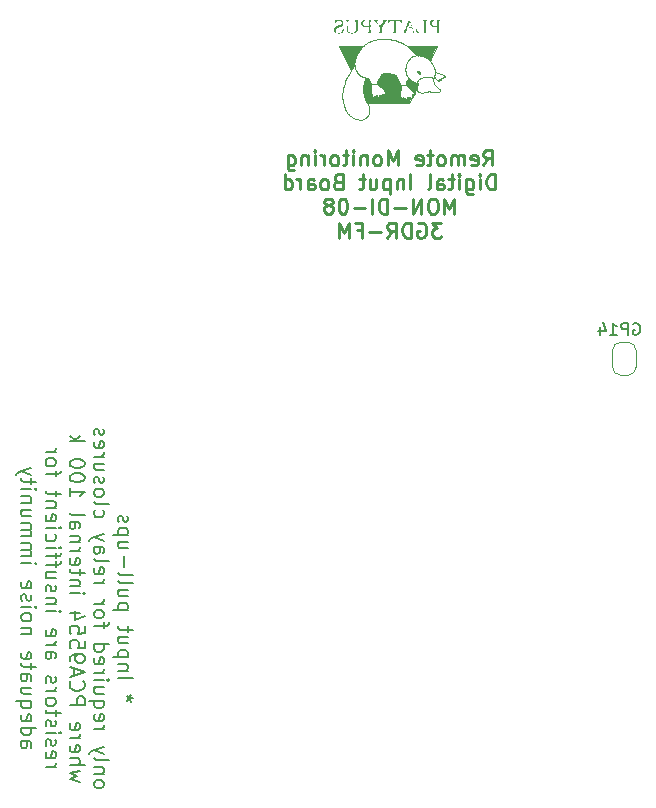
<source format=gbr>
%TF.GenerationSoftware,KiCad,Pcbnew,9.0.6*%
%TF.CreationDate,2025-11-26T11:14:55+11:00*%
%TF.ProjectId,v8_equip_dig_in_non_iso,76385f65-7175-4697-905f-6469675f696e,rev?*%
%TF.SameCoordinates,Original*%
%TF.FileFunction,Legend,Bot*%
%TF.FilePolarity,Positive*%
%FSLAX46Y46*%
G04 Gerber Fmt 4.6, Leading zero omitted, Abs format (unit mm)*
G04 Created by KiCad (PCBNEW 9.0.6) date 2025-11-26 11:14:55*
%MOMM*%
%LPD*%
G01*
G04 APERTURE LIST*
G04 Aperture macros list*
%AMFreePoly0*
4,1,23,0.500000,-0.750000,0.000000,-0.750000,0.000000,-0.745722,-0.065263,-0.745722,-0.191342,-0.711940,-0.304381,-0.646677,-0.396677,-0.554381,-0.461940,-0.441342,-0.495722,-0.315263,-0.495722,-0.250000,-0.500000,-0.250000,-0.500000,0.250000,-0.495722,0.250000,-0.495722,0.315263,-0.461940,0.441342,-0.396677,0.554381,-0.304381,0.646677,-0.191342,0.711940,-0.065263,0.745722,0.000000,0.745722,
0.000000,0.750000,0.500000,0.750000,0.500000,-0.750000,0.500000,-0.750000,$1*%
%AMFreePoly1*
4,1,23,0.000000,0.745722,0.065263,0.745722,0.191342,0.711940,0.304381,0.646677,0.396677,0.554381,0.461940,0.441342,0.495722,0.315263,0.495722,0.250000,0.500000,0.250000,0.500000,-0.250000,0.495722,-0.250000,0.495722,-0.315263,0.461940,-0.441342,0.396677,-0.554381,0.304381,-0.646677,0.191342,-0.711940,0.065263,-0.745722,0.000000,-0.745722,0.000000,-0.750000,-0.500000,-0.750000,
-0.500000,0.750000,0.000000,0.750000,0.000000,0.745722,0.000000,0.745722,$1*%
G04 Aperture macros list end*
%ADD10C,0.066145*%
%ADD11C,0.053477*%
%ADD12C,0.127000*%
%ADD13C,0.152400*%
%ADD14C,0.254000*%
%ADD15C,0.100000*%
%ADD16C,0.120000*%
%ADD17R,1.700000X1.700000*%
%ADD18C,2.100000*%
%ADD19O,1.700000X1.700000*%
%ADD20C,3.500000*%
%ADD21FreePoly0,270.000000*%
%ADD22FreePoly1,270.000000*%
G04 APERTURE END LIST*
D10*
X37391080Y-4619406D02*
X37516985Y-4625705D01*
X37648724Y-4637148D01*
X37785330Y-4653883D01*
X37925836Y-4676062D01*
X38069273Y-4703835D01*
X38214675Y-4737350D01*
X38361073Y-4776760D01*
X38507501Y-4822213D01*
X38652991Y-4873860D01*
X38796575Y-4931851D01*
X38937286Y-4996335D01*
X39074156Y-5067464D01*
X39130316Y-5099737D01*
X39183523Y-5132334D01*
X39233962Y-5165213D01*
X39281818Y-5198334D01*
X39370520Y-5265133D01*
X39451104Y-5332397D01*
X39525048Y-5399792D01*
X39593828Y-5466986D01*
X39721805Y-5599438D01*
X39783956Y-5664030D01*
X39846851Y-5727087D01*
X39911966Y-5788278D01*
X39980779Y-5847269D01*
X40054767Y-5903727D01*
X40094163Y-5930902D01*
X40135406Y-5957319D01*
X40178681Y-5982935D01*
X40224173Y-6007711D01*
X40272067Y-6031603D01*
X40322546Y-6054571D01*
X40267025Y-6047430D01*
X40213039Y-6043720D01*
X40160585Y-6043295D01*
X40109660Y-6046014D01*
X40060259Y-6051733D01*
X40012379Y-6060308D01*
X39966016Y-6071597D01*
X39921166Y-6085456D01*
X39877827Y-6101742D01*
X39835994Y-6120312D01*
X39795663Y-6141022D01*
X39756831Y-6163730D01*
X39719494Y-6188292D01*
X39683649Y-6214564D01*
X39649291Y-6242405D01*
X39616418Y-6271670D01*
X39555110Y-6333900D01*
X39499694Y-6400109D01*
X39450142Y-6469152D01*
X39406425Y-6539882D01*
X39368512Y-6611154D01*
X39336374Y-6681822D01*
X39309983Y-6750740D01*
X39289309Y-6816762D01*
X39270965Y-6886333D01*
X39255491Y-6956310D01*
X39243117Y-7026632D01*
X39234074Y-7097235D01*
X39228593Y-7168058D01*
X39226906Y-7239039D01*
X39229242Y-7310114D01*
X39235833Y-7381223D01*
X39246910Y-7452302D01*
X39262703Y-7523290D01*
X39283443Y-7594124D01*
X39309362Y-7664741D01*
X39340691Y-7735081D01*
X39377659Y-7805080D01*
X39420498Y-7874676D01*
X39469439Y-7943807D01*
X39451771Y-7983346D01*
X39433641Y-8019869D01*
X39415292Y-8053932D01*
X39396964Y-8086092D01*
X39361343Y-8146927D01*
X39344533Y-8176715D01*
X39328712Y-8206825D01*
X39314123Y-8237814D01*
X39301007Y-8270238D01*
X39295077Y-8287161D01*
X39289606Y-8304653D01*
X39284624Y-8322781D01*
X39280162Y-8341616D01*
X39276250Y-8361226D01*
X39272917Y-8381683D01*
X39270195Y-8403054D01*
X39268113Y-8425411D01*
X39266701Y-8448821D01*
X39265991Y-8473356D01*
X39266011Y-8499084D01*
X39266793Y-8526074D01*
X39206056Y-8531993D01*
X39151476Y-8536387D01*
X39100297Y-8538907D01*
X39075121Y-8539354D01*
X39049762Y-8539200D01*
X39023876Y-8538401D01*
X38997117Y-8536914D01*
X38969142Y-8534695D01*
X38939605Y-8531699D01*
X38908163Y-8527883D01*
X38874471Y-8523203D01*
X38798958Y-8511075D01*
X38789419Y-8483801D01*
X38779139Y-8457233D01*
X38756623Y-8405989D01*
X38731937Y-8356899D01*
X38705610Y-8309514D01*
X38678168Y-8263389D01*
X38650140Y-8218076D01*
X38594437Y-8128103D01*
X38567816Y-8082549D01*
X38542720Y-8036022D01*
X38519677Y-7988074D01*
X38499213Y-7938259D01*
X38490114Y-7912512D01*
X38481857Y-7886131D01*
X38474509Y-7859060D01*
X38468137Y-7831243D01*
X38462804Y-7802624D01*
X38458579Y-7773148D01*
X38455527Y-7742759D01*
X38453713Y-7711400D01*
X38411099Y-7692623D01*
X38357311Y-7673177D01*
X38293665Y-7653562D01*
X38221476Y-7634280D01*
X38142061Y-7615834D01*
X38056734Y-7598723D01*
X37966812Y-7583450D01*
X37873610Y-7570517D01*
X37778444Y-7560424D01*
X37682629Y-7553673D01*
X37587481Y-7550766D01*
X37494316Y-7552205D01*
X37404449Y-7558490D01*
X37319195Y-7570123D01*
X37239871Y-7587606D01*
X37202844Y-7598698D01*
X37167793Y-7611440D01*
X37167795Y-7611447D01*
X37145224Y-7683576D01*
X37119279Y-7752012D01*
X37090687Y-7816925D01*
X37060179Y-7878489D01*
X37028484Y-7936876D01*
X36996331Y-7992257D01*
X36933566Y-8094691D01*
X36877721Y-8187168D01*
X36854216Y-8230103D01*
X36834629Y-8271065D01*
X36819688Y-8310225D01*
X36814188Y-8329184D01*
X36810124Y-8347757D01*
X36807585Y-8365966D01*
X36806665Y-8383832D01*
X36807452Y-8401377D01*
X36810040Y-8418622D01*
X36708093Y-8446580D01*
X36654363Y-8460090D01*
X36626143Y-8466215D01*
X36596764Y-8471725D01*
X36566036Y-8476474D01*
X36533769Y-8480315D01*
X36499773Y-8483101D01*
X36463856Y-8484687D01*
X36425829Y-8484925D01*
X36385500Y-8483670D01*
X36342679Y-8480775D01*
X36297175Y-8476094D01*
X36295891Y-8464098D01*
X36293498Y-8451551D01*
X36290073Y-8438472D01*
X36285694Y-8424880D01*
X36274386Y-8396240D01*
X36260198Y-8365788D01*
X36243752Y-8333682D01*
X36225671Y-8300078D01*
X36187098Y-8229008D01*
X36167852Y-8191856D01*
X36149463Y-8153837D01*
X36132555Y-8115108D01*
X36117750Y-8075826D01*
X36111332Y-8056027D01*
X36105672Y-8036148D01*
X36100850Y-8016211D01*
X36096944Y-7996233D01*
X36094030Y-7976235D01*
X36092188Y-7956237D01*
X36091494Y-7936258D01*
X36092027Y-7916318D01*
X36054650Y-7920938D01*
X36019227Y-7924464D01*
X35985423Y-7926855D01*
X35952905Y-7928072D01*
X35921341Y-7928073D01*
X35890395Y-7926818D01*
X35859735Y-7924268D01*
X35829028Y-7920381D01*
X35797939Y-7915119D01*
X35766136Y-7908439D01*
X35733285Y-7900302D01*
X35699052Y-7890668D01*
X35663104Y-7879497D01*
X35625108Y-7866748D01*
X35584729Y-7852380D01*
X35541635Y-7836354D01*
X35511312Y-7823292D01*
X35480471Y-7807587D01*
X35449239Y-7789317D01*
X35417743Y-7768565D01*
X35386109Y-7745409D01*
X35354465Y-7719931D01*
X35322937Y-7692209D01*
X35291652Y-7662324D01*
X35260738Y-7630356D01*
X35230320Y-7596385D01*
X35200527Y-7560492D01*
X35171484Y-7522756D01*
X35143319Y-7483257D01*
X35116158Y-7442076D01*
X35090129Y-7399292D01*
X35065358Y-7354986D01*
X35041973Y-7309238D01*
X35020100Y-7262127D01*
X34999865Y-7213735D01*
X34981397Y-7164140D01*
X34964822Y-7113423D01*
X34950266Y-7061665D01*
X34937857Y-7008944D01*
X34927721Y-6955342D01*
X34919986Y-6900938D01*
X34914778Y-6845813D01*
X34912224Y-6790046D01*
X34912452Y-6733718D01*
X34915587Y-6676908D01*
X34921757Y-6619697D01*
X34931089Y-6562165D01*
X34943710Y-6504392D01*
X34979989Y-6369985D01*
X35023796Y-6231903D01*
X35076091Y-6091449D01*
X35137833Y-5949926D01*
X35209983Y-5808637D01*
X35293500Y-5668886D01*
X35389346Y-5531976D01*
X35442192Y-5464993D01*
X35498480Y-5399209D01*
X35558331Y-5334787D01*
X35621863Y-5271890D01*
X35689198Y-5210680D01*
X35760454Y-5151321D01*
X35835753Y-5093975D01*
X35915214Y-5038805D01*
X35998958Y-4985974D01*
X36087103Y-4935645D01*
X36179771Y-4887982D01*
X36277081Y-4843146D01*
X36379154Y-4801301D01*
X36486108Y-4762609D01*
X36598066Y-4727234D01*
X36715145Y-4695338D01*
X36837467Y-4667085D01*
X36965151Y-4642637D01*
X37058044Y-4629865D01*
X37160642Y-4621636D01*
X37271976Y-4618099D01*
X37391080Y-4619406D01*
X36813379Y-8435016D02*
X36822439Y-8448611D01*
X36842582Y-8474962D01*
X36865218Y-8500318D01*
X36890097Y-8524824D01*
X36916969Y-8548628D01*
X36945586Y-8571875D01*
X36975698Y-8594712D01*
X37007056Y-8617286D01*
X37139963Y-8707873D01*
X37207414Y-8755393D01*
X37240517Y-8780222D01*
X37272871Y-8805959D01*
X37288401Y-8819408D01*
X37303553Y-8833925D01*
X37318319Y-8849423D01*
X37332689Y-8865812D01*
X37360197Y-8900914D01*
X37385997Y-8938522D01*
X37410009Y-8977932D01*
X37432152Y-9018437D01*
X37452345Y-9059330D01*
X37470508Y-9099904D01*
X37486561Y-9139453D01*
X37500422Y-9177271D01*
X37512011Y-9212651D01*
X37521247Y-9244886D01*
X37528051Y-9273270D01*
X37532341Y-9297097D01*
X37534036Y-9315660D01*
X37533886Y-9322746D01*
X37533057Y-9328252D01*
X37530884Y-9332520D01*
X37528136Y-9335987D01*
X37524838Y-9338697D01*
X37521017Y-9340698D01*
X37516697Y-9342036D01*
X37511904Y-9342758D01*
X37506664Y-9342911D01*
X37501002Y-9342542D01*
X37488518Y-9340422D01*
X37474655Y-9336771D01*
X37459620Y-9331964D01*
X37443618Y-9326374D01*
X37409531Y-9314337D01*
X37391857Y-9308637D01*
X37374037Y-9303647D01*
X37356275Y-9299741D01*
X37338778Y-9297293D01*
X37330192Y-9296732D01*
X37321749Y-9296675D01*
X37313475Y-9297169D01*
X37305395Y-9298261D01*
X37297774Y-9300338D01*
X37290841Y-9303256D01*
X37284563Y-9306959D01*
X37278911Y-9311395D01*
X37273852Y-9316510D01*
X37269355Y-9322251D01*
X37265390Y-9328563D01*
X37261925Y-9335394D01*
X37258929Y-9342690D01*
X37256371Y-9350398D01*
X37254220Y-9358463D01*
X37252445Y-9366832D01*
X37249896Y-9384269D01*
X37248476Y-9402282D01*
X37247935Y-9420440D01*
X37248025Y-9438317D01*
X37249100Y-9471512D01*
X37249707Y-9498440D01*
X37249212Y-9508484D01*
X37247852Y-9515675D01*
X37245375Y-9517325D01*
X37242639Y-9518093D01*
X37239649Y-9518035D01*
X37236408Y-9517208D01*
X37232922Y-9515667D01*
X37229195Y-9513468D01*
X37221036Y-9507320D01*
X37211968Y-9499209D01*
X37202028Y-9489583D01*
X37179678Y-9467571D01*
X37167342Y-9456078D01*
X37154280Y-9444856D01*
X37140529Y-9434352D01*
X37133406Y-9429508D01*
X37126125Y-9425011D01*
X37118690Y-9420917D01*
X37111106Y-9417282D01*
X37103377Y-9414160D01*
X37095508Y-9411609D01*
X37087503Y-9409684D01*
X37079368Y-9408441D01*
X37071106Y-9407935D01*
X37062722Y-9408223D01*
X37054297Y-9409598D01*
X37046365Y-9411812D01*
X37038905Y-9414810D01*
X37031899Y-9418538D01*
X37025324Y-9422941D01*
X37019162Y-9427965D01*
X37013392Y-9433555D01*
X37007995Y-9439657D01*
X37002949Y-9446217D01*
X36998234Y-9453180D01*
X36993831Y-9460492D01*
X36989720Y-9468098D01*
X36982290Y-9483974D01*
X36975784Y-9500374D01*
X36970040Y-9516861D01*
X36964898Y-9533001D01*
X36955770Y-9562496D01*
X36951463Y-9574980D01*
X36947112Y-9585374D01*
X36944869Y-9589651D01*
X36942555Y-9593242D01*
X36940149Y-9596093D01*
X36937632Y-9598149D01*
X36934018Y-9599967D01*
X36930210Y-9600332D01*
X36926204Y-9599345D01*
X36921996Y-9597105D01*
X36917583Y-9593711D01*
X36912961Y-9589265D01*
X36903076Y-9577610D01*
X36854447Y-9508810D01*
X36839872Y-9490054D01*
X36824270Y-9472272D01*
X36816075Y-9463995D01*
X36807612Y-9456261D01*
X36798879Y-9449170D01*
X36789870Y-9442820D01*
X36780583Y-9437313D01*
X36771014Y-9432747D01*
X36761159Y-9429223D01*
X36751014Y-9426840D01*
X36740577Y-9425698D01*
X36729842Y-9425896D01*
X36718807Y-9427535D01*
X36707468Y-9430714D01*
X36696499Y-9435097D01*
X36686095Y-9440237D01*
X36676233Y-9446074D01*
X36666892Y-9452546D01*
X36658049Y-9459591D01*
X36649683Y-9467146D01*
X36641771Y-9475152D01*
X36634291Y-9483544D01*
X36627222Y-9492263D01*
X36620541Y-9501246D01*
X36608257Y-9519756D01*
X36597262Y-9538581D01*
X36587382Y-9557227D01*
X36570261Y-9592004D01*
X36562667Y-9607146D01*
X36555485Y-9620132D01*
X36551992Y-9625662D01*
X36548536Y-9630468D01*
X36545095Y-9634487D01*
X36541647Y-9637659D01*
X36538169Y-9639920D01*
X36534640Y-9641211D01*
X36531038Y-9641468D01*
X36527340Y-9640630D01*
X36507167Y-9629834D01*
X36488363Y-9614945D01*
X36470873Y-9596204D01*
X36454644Y-9573853D01*
X36439623Y-9548132D01*
X36425756Y-9519283D01*
X36401270Y-9453163D01*
X36380757Y-9377424D01*
X36363787Y-9293994D01*
X36349933Y-9204802D01*
X36338765Y-9111777D01*
X36322773Y-8921947D01*
X36312380Y-8739935D01*
X36304157Y-8581176D01*
X36294673Y-8461102D01*
X36331956Y-8463563D01*
X36368728Y-8465329D01*
X36404943Y-8466406D01*
X36440557Y-8466802D01*
X36475525Y-8466525D01*
X36509805Y-8465582D01*
X36543352Y-8463980D01*
X36576122Y-8461726D01*
X36608072Y-8458828D01*
X36639156Y-8455293D01*
X36669331Y-8451129D01*
X36698554Y-8446342D01*
X36726780Y-8440940D01*
X36753965Y-8434930D01*
X36780065Y-8428320D01*
X36805036Y-8421117D01*
X36813379Y-8435016D01*
D11*
X37689619Y-7551623D02*
X37785427Y-7558376D01*
X37880585Y-7568472D01*
X37973780Y-7581408D01*
X38063695Y-7596684D01*
X38149014Y-7613797D01*
X38228423Y-7632246D01*
X38300607Y-7651530D01*
X38364249Y-7671146D01*
X38418034Y-7690594D01*
X38460647Y-7709371D01*
X38462461Y-7740730D01*
X38465514Y-7771119D01*
X38469741Y-7800594D01*
X38475074Y-7829211D01*
X38481449Y-7857026D01*
X38488799Y-7884095D01*
X38497058Y-7910473D01*
X38506160Y-7936216D01*
X38526630Y-7986023D01*
X38549680Y-8033962D01*
X38574783Y-8080480D01*
X38601411Y-8126023D01*
X38657130Y-8215976D01*
X38685164Y-8261279D01*
X38712611Y-8307396D01*
X38738943Y-8354773D01*
X38763632Y-8403858D01*
X38786150Y-8455098D01*
X38796430Y-8481665D01*
X38805969Y-8508939D01*
X38806775Y-8509103D01*
X38807517Y-8509233D01*
X38808214Y-8509340D01*
X38808889Y-8509436D01*
X38809563Y-8509531D01*
X38810256Y-8509639D01*
X38810991Y-8509771D01*
X38811787Y-8509938D01*
X38819055Y-8554471D01*
X38824011Y-8600146D01*
X38826901Y-8646702D01*
X38827970Y-8693880D01*
X38827466Y-8741419D01*
X38825633Y-8789059D01*
X38818968Y-8883602D01*
X38800530Y-9062451D01*
X38792694Y-9142593D01*
X38789983Y-9179433D01*
X38788405Y-9213773D01*
X38788452Y-9247876D01*
X38789483Y-9284185D01*
X38791424Y-9322091D01*
X38794203Y-9360986D01*
X38797745Y-9400263D01*
X38801976Y-9439313D01*
X38806824Y-9477528D01*
X38812214Y-9514302D01*
X38818074Y-9549026D01*
X38824329Y-9581092D01*
X38830906Y-9609892D01*
X38837731Y-9634819D01*
X38844731Y-9655265D01*
X38851832Y-9670622D01*
X38855397Y-9676202D01*
X38858961Y-9680282D01*
X38862512Y-9682785D01*
X38866043Y-9683637D01*
X38870444Y-9684443D01*
X38874744Y-9684551D01*
X38878960Y-9684008D01*
X38883109Y-9682863D01*
X38887209Y-9681163D01*
X38891276Y-9678957D01*
X38895326Y-9676292D01*
X38899378Y-9673217D01*
X38907554Y-9666029D01*
X38915937Y-9657775D01*
X38933871Y-9639610D01*
X38943694Y-9630467D01*
X38948879Y-9626049D01*
X38954268Y-9621797D01*
X38959880Y-9617759D01*
X38965730Y-9613983D01*
X38971836Y-9610517D01*
X38978214Y-9607409D01*
X38984883Y-9604708D01*
X38991858Y-9602461D01*
X38999156Y-9600716D01*
X39006796Y-9599522D01*
X39014793Y-9598926D01*
X39023164Y-9598976D01*
X39031927Y-9599721D01*
X39041099Y-9601209D01*
X39050592Y-9603349D01*
X39059848Y-9605998D01*
X39068875Y-9609124D01*
X39077685Y-9612695D01*
X39086288Y-9616677D01*
X39094695Y-9621039D01*
X39102916Y-9625747D01*
X39110961Y-9630770D01*
X39118842Y-9636075D01*
X39126569Y-9641629D01*
X39141601Y-9653355D01*
X39156142Y-9665689D01*
X39170277Y-9678370D01*
X39197663Y-9703737D01*
X39211082Y-9715902D01*
X39224431Y-9727375D01*
X39237795Y-9737897D01*
X39244508Y-9742719D01*
X39251256Y-9747207D01*
X39258050Y-9751326D01*
X39264900Y-9755045D01*
X39271817Y-9758331D01*
X39278811Y-9761151D01*
X39285072Y-9759981D01*
X39290753Y-9757915D01*
X39295905Y-9755008D01*
X39300580Y-9751316D01*
X39304828Y-9746895D01*
X39308699Y-9741801D01*
X39312245Y-9736090D01*
X39315517Y-9729818D01*
X39321440Y-9715812D01*
X39326876Y-9700232D01*
X39337912Y-9666135D01*
X39344326Y-9648511D01*
X39351880Y-9631100D01*
X39356211Y-9622614D01*
X39360980Y-9614349D01*
X39366238Y-9606360D01*
X39372034Y-9598704D01*
X39378421Y-9591436D01*
X39385448Y-9584612D01*
X39393167Y-9578288D01*
X39401629Y-9572521D01*
X39410885Y-9567365D01*
X39420984Y-9562877D01*
X39431979Y-9559112D01*
X39443920Y-9556126D01*
X39450576Y-9555327D01*
X39457851Y-9555240D01*
X39465702Y-9555814D01*
X39474089Y-9557000D01*
X39492307Y-9561008D01*
X39512174Y-9566864D01*
X39533360Y-9574171D01*
X39555535Y-9582528D01*
X39601535Y-9600798D01*
X39647534Y-9618481D01*
X39669709Y-9626105D01*
X39690894Y-9632386D01*
X39710760Y-9636924D01*
X39720095Y-9638414D01*
X39728976Y-9639320D01*
X39737363Y-9639590D01*
X39745214Y-9639175D01*
X39752488Y-9638025D01*
X39759143Y-9636090D01*
X39762496Y-9634344D01*
X39765091Y-9631932D01*
X39766991Y-9628875D01*
X39768259Y-9625194D01*
X39768959Y-9620912D01*
X39769154Y-9616049D01*
X39768281Y-9604667D01*
X39757232Y-9540220D01*
X39755111Y-9520238D01*
X39754258Y-9499050D01*
X39755179Y-9476831D01*
X39756463Y-9465387D01*
X39758380Y-9453750D01*
X39760994Y-9441941D01*
X39764367Y-9429981D01*
X39768564Y-9417892D01*
X39773647Y-9405695D01*
X39779679Y-9393412D01*
X39786724Y-9381064D01*
X39794846Y-9368672D01*
X39804106Y-9356259D01*
X39807494Y-9352302D01*
X39810947Y-9348561D01*
X39814462Y-9345031D01*
X39818036Y-9341705D01*
X39821665Y-9338579D01*
X39825347Y-9335645D01*
X39832857Y-9330334D01*
X39840541Y-9325725D01*
X39848375Y-9321771D01*
X39856333Y-9318426D01*
X39864393Y-9315641D01*
X39872528Y-9313371D01*
X39880715Y-9311568D01*
X39888929Y-9310186D01*
X39897146Y-9309178D01*
X39905341Y-9308496D01*
X39913490Y-9308094D01*
X39921569Y-9307925D01*
X39929552Y-9307942D01*
X39833043Y-9508183D01*
X39542233Y-10105306D01*
X36011363Y-10106442D01*
X35908182Y-9910713D01*
X35856309Y-9804029D01*
X35830932Y-9746918D01*
X35806168Y-9686697D01*
X35782197Y-9622920D01*
X35759199Y-9555140D01*
X35737354Y-9482909D01*
X35716842Y-9405782D01*
X35697842Y-9323310D01*
X35680536Y-9235046D01*
X35665102Y-9140544D01*
X35651721Y-9039357D01*
X35646528Y-8987029D01*
X35643173Y-8934793D01*
X35641546Y-8882752D01*
X35641536Y-8831008D01*
X35643034Y-8779665D01*
X35645930Y-8728825D01*
X35650115Y-8678592D01*
X35655480Y-8629068D01*
X35669307Y-8532560D01*
X35686535Y-8440125D01*
X35706286Y-8352585D01*
X35727682Y-8270764D01*
X35749847Y-8195486D01*
X35771904Y-8127573D01*
X35792973Y-8067850D01*
X35812180Y-8017139D01*
X35841492Y-7946048D01*
X35852823Y-7920888D01*
X35882363Y-7924408D01*
X35911081Y-7926524D01*
X35939565Y-7927318D01*
X35968403Y-7926869D01*
X35998181Y-7925259D01*
X36029488Y-7922568D01*
X36062910Y-7918877D01*
X36099036Y-7914265D01*
X36098496Y-7933706D01*
X36099117Y-7953180D01*
X36100827Y-7972671D01*
X36103555Y-7992158D01*
X36107228Y-8011626D01*
X36111775Y-8031055D01*
X36117124Y-8050428D01*
X36123204Y-8069727D01*
X36137269Y-8108030D01*
X36153395Y-8145820D01*
X36171009Y-8182953D01*
X36189538Y-8219286D01*
X36261329Y-8353728D01*
X36275827Y-8383897D01*
X36287798Y-8412402D01*
X36296669Y-8439098D01*
X36299762Y-8451723D01*
X36301865Y-8463841D01*
X36311219Y-8584817D01*
X36319433Y-8743585D01*
X36329892Y-8924945D01*
X36345980Y-9113696D01*
X36357191Y-9206092D01*
X36371078Y-9294635D01*
X36388064Y-9377425D01*
X36408571Y-9452561D01*
X36420278Y-9486666D01*
X36433024Y-9518144D01*
X36446861Y-9546759D01*
X36461843Y-9572273D01*
X36478023Y-9594449D01*
X36495454Y-9613049D01*
X36514187Y-9627835D01*
X36534277Y-9638570D01*
X36537975Y-9639408D01*
X36541578Y-9639151D01*
X36545108Y-9637860D01*
X36548587Y-9635598D01*
X36552038Y-9632426D01*
X36555481Y-9628406D01*
X36562436Y-9618069D01*
X36569625Y-9605081D01*
X36577227Y-9589936D01*
X36594366Y-9555156D01*
X36604255Y-9536508D01*
X36615257Y-9517680D01*
X36627549Y-9499168D01*
X36634234Y-9490185D01*
X36641306Y-9481465D01*
X36648789Y-9473072D01*
X36656704Y-9465066D01*
X36665073Y-9457509D01*
X36673918Y-9450464D01*
X36683261Y-9443992D01*
X36693124Y-9438155D01*
X36703529Y-9433014D01*
X36714497Y-9428632D01*
X36725836Y-9425452D01*
X36736871Y-9423813D01*
X36747604Y-9423615D01*
X36758041Y-9424757D01*
X36768184Y-9427140D01*
X36778037Y-9430664D01*
X36787604Y-9435230D01*
X36796888Y-9440737D01*
X36805894Y-9447087D01*
X36814625Y-9454178D01*
X36823084Y-9461912D01*
X36831276Y-9470189D01*
X36846871Y-9487971D01*
X36861440Y-9506727D01*
X36910044Y-9575528D01*
X36919924Y-9587182D01*
X36924544Y-9591629D01*
X36928956Y-9595022D01*
X36933162Y-9597262D01*
X36937167Y-9598249D01*
X36940975Y-9597884D01*
X36944589Y-9596066D01*
X36947106Y-9594011D01*
X36949511Y-9591161D01*
X36951825Y-9587570D01*
X36954067Y-9583294D01*
X36958416Y-9572902D01*
X36962721Y-9560420D01*
X36971844Y-9530929D01*
X36976984Y-9514791D01*
X36982724Y-9498305D01*
X36989227Y-9481907D01*
X36996654Y-9466032D01*
X37000764Y-9458427D01*
X37005166Y-9451117D01*
X37009879Y-9444154D01*
X37014924Y-9437595D01*
X37020320Y-9431493D01*
X37026089Y-9425903D01*
X37032250Y-9420880D01*
X37038823Y-9416477D01*
X37045829Y-9412750D01*
X37053288Y-9409752D01*
X37061220Y-9407538D01*
X37069644Y-9406163D01*
X37078028Y-9405875D01*
X37086290Y-9406381D01*
X37094426Y-9407625D01*
X37102430Y-9409551D01*
X37110299Y-9412103D01*
X37118028Y-9415225D01*
X37125613Y-9418862D01*
X37133047Y-9422957D01*
X37140328Y-9427455D01*
X37147451Y-9432300D01*
X37154410Y-9437437D01*
X37161202Y-9442808D01*
X37174265Y-9454033D01*
X37186601Y-9465529D01*
X37208951Y-9487548D01*
X37218891Y-9497176D01*
X37227959Y-9505289D01*
X37232154Y-9508637D01*
X37236118Y-9511439D01*
X37239845Y-9513638D01*
X37243331Y-9515180D01*
X37246571Y-9516007D01*
X37249562Y-9516064D01*
X37252297Y-9515296D01*
X37254774Y-9513646D01*
X37255578Y-9510433D01*
X37256135Y-9506454D01*
X37256633Y-9496410D01*
X37256035Y-9469481D01*
X37254973Y-9436285D01*
X37254890Y-9418407D01*
X37255437Y-9400247D01*
X37256864Y-9382234D01*
X37259420Y-9364796D01*
X37261198Y-9356426D01*
X37263353Y-9348360D01*
X37265913Y-9340652D01*
X37268912Y-9333355D01*
X37272379Y-9326524D01*
X37276347Y-9320210D01*
X37280845Y-9314469D01*
X37285906Y-9309353D01*
X37291560Y-9304917D01*
X37297838Y-9301212D01*
X37304772Y-9298294D01*
X37312393Y-9296216D01*
X37320473Y-9295125D01*
X37328747Y-9294631D01*
X37337189Y-9294688D01*
X37345774Y-9295250D01*
X37354477Y-9296268D01*
X37363271Y-9297698D01*
X37372131Y-9299492D01*
X37381031Y-9301603D01*
X37398849Y-9306592D01*
X37416521Y-9312291D01*
X37450604Y-9324324D01*
X37466604Y-9329913D01*
X37481637Y-9334718D01*
X37495497Y-9338367D01*
X37501924Y-9339641D01*
X37507980Y-9340485D01*
X37513641Y-9340854D01*
X37518880Y-9340700D01*
X37523672Y-9339977D01*
X37527992Y-9338639D01*
X37531813Y-9336637D01*
X37535110Y-9333927D01*
X37537858Y-9330461D01*
X37540030Y-9326192D01*
X37541009Y-9313599D01*
X37539314Y-9295036D01*
X37535024Y-9271208D01*
X37528220Y-9242822D01*
X37518983Y-9210585D01*
X37507393Y-9175203D01*
X37493532Y-9137383D01*
X37477479Y-9097832D01*
X37459315Y-9057255D01*
X37439121Y-9016360D01*
X37416977Y-8975852D01*
X37392965Y-8936440D01*
X37367164Y-8898829D01*
X37339655Y-8863725D01*
X37310520Y-8831836D01*
X37295367Y-8817318D01*
X37279837Y-8803868D01*
X37247484Y-8778132D01*
X37214383Y-8753303D01*
X37180784Y-8729235D01*
X37146937Y-8705782D01*
X37014041Y-8615187D01*
X36982686Y-8592612D01*
X36952577Y-8569773D01*
X36923963Y-8546524D01*
X36897093Y-8522719D01*
X36872216Y-8498212D01*
X36849581Y-8472855D01*
X36839182Y-8459813D01*
X36829437Y-8446504D01*
X36820378Y-8432909D01*
X36812034Y-8419011D01*
X36808588Y-8419996D01*
X36804997Y-8420904D01*
X36801303Y-8421758D01*
X36797546Y-8422581D01*
X36790009Y-8424216D01*
X36786311Y-8425072D01*
X36782714Y-8425984D01*
X36799883Y-8421210D01*
X36808503Y-8418841D01*
X36817078Y-8416562D01*
X36814490Y-8399317D01*
X36813702Y-8381773D01*
X36814622Y-8363907D01*
X36817160Y-8345699D01*
X36821223Y-8327126D01*
X36826722Y-8308167D01*
X36841661Y-8269007D01*
X36861246Y-8228045D01*
X36884749Y-8185109D01*
X36940589Y-8092630D01*
X37003349Y-7990194D01*
X37035501Y-7934812D01*
X37067195Y-7876424D01*
X37097702Y-7814859D01*
X37126292Y-7749945D01*
X37152237Y-7681509D01*
X37174808Y-7609380D01*
X37209859Y-7596638D01*
X37246886Y-7585546D01*
X37326207Y-7568064D01*
X37411456Y-7556432D01*
X37501318Y-7550149D01*
X37594478Y-7548713D01*
X37689619Y-7551623D01*
G36*
X37689619Y-7551623D02*
G01*
X37785427Y-7558376D01*
X37880585Y-7568472D01*
X37973780Y-7581408D01*
X38063695Y-7596684D01*
X38149014Y-7613797D01*
X38228423Y-7632246D01*
X38300607Y-7651530D01*
X38364249Y-7671146D01*
X38418034Y-7690594D01*
X38460647Y-7709371D01*
X38462461Y-7740730D01*
X38465514Y-7771119D01*
X38469741Y-7800594D01*
X38475074Y-7829211D01*
X38481449Y-7857026D01*
X38488799Y-7884095D01*
X38497058Y-7910473D01*
X38506160Y-7936216D01*
X38526630Y-7986023D01*
X38549680Y-8033962D01*
X38574783Y-8080480D01*
X38601411Y-8126023D01*
X38657130Y-8215976D01*
X38685164Y-8261279D01*
X38712611Y-8307396D01*
X38738943Y-8354773D01*
X38763632Y-8403858D01*
X38786150Y-8455098D01*
X38796430Y-8481665D01*
X38805969Y-8508939D01*
X38806775Y-8509103D01*
X38807517Y-8509233D01*
X38808214Y-8509340D01*
X38808889Y-8509436D01*
X38809563Y-8509531D01*
X38810256Y-8509639D01*
X38810991Y-8509771D01*
X38811787Y-8509938D01*
X38819055Y-8554471D01*
X38824011Y-8600146D01*
X38826901Y-8646702D01*
X38827970Y-8693880D01*
X38827466Y-8741419D01*
X38825633Y-8789059D01*
X38818968Y-8883602D01*
X38800530Y-9062451D01*
X38792694Y-9142593D01*
X38789983Y-9179433D01*
X38788405Y-9213773D01*
X38788452Y-9247876D01*
X38789483Y-9284185D01*
X38791424Y-9322091D01*
X38794203Y-9360986D01*
X38797745Y-9400263D01*
X38801976Y-9439313D01*
X38806824Y-9477528D01*
X38812214Y-9514302D01*
X38818074Y-9549026D01*
X38824329Y-9581092D01*
X38830906Y-9609892D01*
X38837731Y-9634819D01*
X38844731Y-9655265D01*
X38851832Y-9670622D01*
X38855397Y-9676202D01*
X38858961Y-9680282D01*
X38862512Y-9682785D01*
X38866043Y-9683637D01*
X38870444Y-9684443D01*
X38874744Y-9684551D01*
X38878960Y-9684008D01*
X38883109Y-9682863D01*
X38887209Y-9681163D01*
X38891276Y-9678957D01*
X38895326Y-9676292D01*
X38899378Y-9673217D01*
X38907554Y-9666029D01*
X38915937Y-9657775D01*
X38933871Y-9639610D01*
X38943694Y-9630467D01*
X38948879Y-9626049D01*
X38954268Y-9621797D01*
X38959880Y-9617759D01*
X38965730Y-9613983D01*
X38971836Y-9610517D01*
X38978214Y-9607409D01*
X38984883Y-9604708D01*
X38991858Y-9602461D01*
X38999156Y-9600716D01*
X39006796Y-9599522D01*
X39014793Y-9598926D01*
X39023164Y-9598976D01*
X39031927Y-9599721D01*
X39041099Y-9601209D01*
X39050592Y-9603349D01*
X39059848Y-9605998D01*
X39068875Y-9609124D01*
X39077685Y-9612695D01*
X39086288Y-9616677D01*
X39094695Y-9621039D01*
X39102916Y-9625747D01*
X39110961Y-9630770D01*
X39118842Y-9636075D01*
X39126569Y-9641629D01*
X39141601Y-9653355D01*
X39156142Y-9665689D01*
X39170277Y-9678370D01*
X39197663Y-9703737D01*
X39211082Y-9715902D01*
X39224431Y-9727375D01*
X39237795Y-9737897D01*
X39244508Y-9742719D01*
X39251256Y-9747207D01*
X39258050Y-9751326D01*
X39264900Y-9755045D01*
X39271817Y-9758331D01*
X39278811Y-9761151D01*
X39285072Y-9759981D01*
X39290753Y-9757915D01*
X39295905Y-9755008D01*
X39300580Y-9751316D01*
X39304828Y-9746895D01*
X39308699Y-9741801D01*
X39312245Y-9736090D01*
X39315517Y-9729818D01*
X39321440Y-9715812D01*
X39326876Y-9700232D01*
X39337912Y-9666135D01*
X39344326Y-9648511D01*
X39351880Y-9631100D01*
X39356211Y-9622614D01*
X39360980Y-9614349D01*
X39366238Y-9606360D01*
X39372034Y-9598704D01*
X39378421Y-9591436D01*
X39385448Y-9584612D01*
X39393167Y-9578288D01*
X39401629Y-9572521D01*
X39410885Y-9567365D01*
X39420984Y-9562877D01*
X39431979Y-9559112D01*
X39443920Y-9556126D01*
X39450576Y-9555327D01*
X39457851Y-9555240D01*
X39465702Y-9555814D01*
X39474089Y-9557000D01*
X39492307Y-9561008D01*
X39512174Y-9566864D01*
X39533360Y-9574171D01*
X39555535Y-9582528D01*
X39601535Y-9600798D01*
X39647534Y-9618481D01*
X39669709Y-9626105D01*
X39690894Y-9632386D01*
X39710760Y-9636924D01*
X39720095Y-9638414D01*
X39728976Y-9639320D01*
X39737363Y-9639590D01*
X39745214Y-9639175D01*
X39752488Y-9638025D01*
X39759143Y-9636090D01*
X39762496Y-9634344D01*
X39765091Y-9631932D01*
X39766991Y-9628875D01*
X39768259Y-9625194D01*
X39768959Y-9620912D01*
X39769154Y-9616049D01*
X39768281Y-9604667D01*
X39757232Y-9540220D01*
X39755111Y-9520238D01*
X39754258Y-9499050D01*
X39755179Y-9476831D01*
X39756463Y-9465387D01*
X39758380Y-9453750D01*
X39760994Y-9441941D01*
X39764367Y-9429981D01*
X39768564Y-9417892D01*
X39773647Y-9405695D01*
X39779679Y-9393412D01*
X39786724Y-9381064D01*
X39794846Y-9368672D01*
X39804106Y-9356259D01*
X39807494Y-9352302D01*
X39810947Y-9348561D01*
X39814462Y-9345031D01*
X39818036Y-9341705D01*
X39821665Y-9338579D01*
X39825347Y-9335645D01*
X39832857Y-9330334D01*
X39840541Y-9325725D01*
X39848375Y-9321771D01*
X39856333Y-9318426D01*
X39864393Y-9315641D01*
X39872528Y-9313371D01*
X39880715Y-9311568D01*
X39888929Y-9310186D01*
X39897146Y-9309178D01*
X39905341Y-9308496D01*
X39913490Y-9308094D01*
X39921569Y-9307925D01*
X39929552Y-9307942D01*
X39833043Y-9508183D01*
X39542233Y-10105306D01*
X36011363Y-10106442D01*
X35908182Y-9910713D01*
X35856309Y-9804029D01*
X35830932Y-9746918D01*
X35806168Y-9686697D01*
X35782197Y-9622920D01*
X35759199Y-9555140D01*
X35737354Y-9482909D01*
X35716842Y-9405782D01*
X35697842Y-9323310D01*
X35680536Y-9235046D01*
X35665102Y-9140544D01*
X35651721Y-9039357D01*
X35646528Y-8987029D01*
X35643173Y-8934793D01*
X35641546Y-8882752D01*
X35641536Y-8831008D01*
X35643034Y-8779665D01*
X35645930Y-8728825D01*
X35650115Y-8678592D01*
X35655480Y-8629068D01*
X35669307Y-8532560D01*
X35686535Y-8440125D01*
X35706286Y-8352585D01*
X35727682Y-8270764D01*
X35749847Y-8195486D01*
X35771904Y-8127573D01*
X35792973Y-8067850D01*
X35812180Y-8017139D01*
X35841492Y-7946048D01*
X35852823Y-7920888D01*
X35882363Y-7924408D01*
X35911081Y-7926524D01*
X35939565Y-7927318D01*
X35968403Y-7926869D01*
X35998181Y-7925259D01*
X36029488Y-7922568D01*
X36062910Y-7918877D01*
X36099036Y-7914265D01*
X36098496Y-7933706D01*
X36099117Y-7953180D01*
X36100827Y-7972671D01*
X36103555Y-7992158D01*
X36107228Y-8011626D01*
X36111775Y-8031055D01*
X36117124Y-8050428D01*
X36123204Y-8069727D01*
X36137269Y-8108030D01*
X36153395Y-8145820D01*
X36171009Y-8182953D01*
X36189538Y-8219286D01*
X36261329Y-8353728D01*
X36275827Y-8383897D01*
X36287798Y-8412402D01*
X36296669Y-8439098D01*
X36299762Y-8451723D01*
X36301865Y-8463841D01*
X36311219Y-8584817D01*
X36319433Y-8743585D01*
X36329892Y-8924945D01*
X36345980Y-9113696D01*
X36357191Y-9206092D01*
X36371078Y-9294635D01*
X36388064Y-9377425D01*
X36408571Y-9452561D01*
X36420278Y-9486666D01*
X36433024Y-9518144D01*
X36446861Y-9546759D01*
X36461843Y-9572273D01*
X36478023Y-9594449D01*
X36495454Y-9613049D01*
X36514187Y-9627835D01*
X36534277Y-9638570D01*
X36537975Y-9639408D01*
X36541578Y-9639151D01*
X36545108Y-9637860D01*
X36548587Y-9635598D01*
X36552038Y-9632426D01*
X36555481Y-9628406D01*
X36562436Y-9618069D01*
X36569625Y-9605081D01*
X36577227Y-9589936D01*
X36594366Y-9555156D01*
X36604255Y-9536508D01*
X36615257Y-9517680D01*
X36627549Y-9499168D01*
X36634234Y-9490185D01*
X36641306Y-9481465D01*
X36648789Y-9473072D01*
X36656704Y-9465066D01*
X36665073Y-9457509D01*
X36673918Y-9450464D01*
X36683261Y-9443992D01*
X36693124Y-9438155D01*
X36703529Y-9433014D01*
X36714497Y-9428632D01*
X36725836Y-9425452D01*
X36736871Y-9423813D01*
X36747604Y-9423615D01*
X36758041Y-9424757D01*
X36768184Y-9427140D01*
X36778037Y-9430664D01*
X36787604Y-9435230D01*
X36796888Y-9440737D01*
X36805894Y-9447087D01*
X36814625Y-9454178D01*
X36823084Y-9461912D01*
X36831276Y-9470189D01*
X36846871Y-9487971D01*
X36861440Y-9506727D01*
X36910044Y-9575528D01*
X36919924Y-9587182D01*
X36924544Y-9591629D01*
X36928956Y-9595022D01*
X36933162Y-9597262D01*
X36937167Y-9598249D01*
X36940975Y-9597884D01*
X36944589Y-9596066D01*
X36947106Y-9594011D01*
X36949511Y-9591161D01*
X36951825Y-9587570D01*
X36954067Y-9583294D01*
X36958416Y-9572902D01*
X36962721Y-9560420D01*
X36971844Y-9530929D01*
X36976984Y-9514791D01*
X36982724Y-9498305D01*
X36989227Y-9481907D01*
X36996654Y-9466032D01*
X37000764Y-9458427D01*
X37005166Y-9451117D01*
X37009879Y-9444154D01*
X37014924Y-9437595D01*
X37020320Y-9431493D01*
X37026089Y-9425903D01*
X37032250Y-9420880D01*
X37038823Y-9416477D01*
X37045829Y-9412750D01*
X37053288Y-9409752D01*
X37061220Y-9407538D01*
X37069644Y-9406163D01*
X37078028Y-9405875D01*
X37086290Y-9406381D01*
X37094426Y-9407625D01*
X37102430Y-9409551D01*
X37110299Y-9412103D01*
X37118028Y-9415225D01*
X37125613Y-9418862D01*
X37133047Y-9422957D01*
X37140328Y-9427455D01*
X37147451Y-9432300D01*
X37154410Y-9437437D01*
X37161202Y-9442808D01*
X37174265Y-9454033D01*
X37186601Y-9465529D01*
X37208951Y-9487548D01*
X37218891Y-9497176D01*
X37227959Y-9505289D01*
X37232154Y-9508637D01*
X37236118Y-9511439D01*
X37239845Y-9513638D01*
X37243331Y-9515180D01*
X37246571Y-9516007D01*
X37249562Y-9516064D01*
X37252297Y-9515296D01*
X37254774Y-9513646D01*
X37255578Y-9510433D01*
X37256135Y-9506454D01*
X37256633Y-9496410D01*
X37256035Y-9469481D01*
X37254973Y-9436285D01*
X37254890Y-9418407D01*
X37255437Y-9400247D01*
X37256864Y-9382234D01*
X37259420Y-9364796D01*
X37261198Y-9356426D01*
X37263353Y-9348360D01*
X37265913Y-9340652D01*
X37268912Y-9333355D01*
X37272379Y-9326524D01*
X37276347Y-9320210D01*
X37280845Y-9314469D01*
X37285906Y-9309353D01*
X37291560Y-9304917D01*
X37297838Y-9301212D01*
X37304772Y-9298294D01*
X37312393Y-9296216D01*
X37320473Y-9295125D01*
X37328747Y-9294631D01*
X37337189Y-9294688D01*
X37345774Y-9295250D01*
X37354477Y-9296268D01*
X37363271Y-9297698D01*
X37372131Y-9299492D01*
X37381031Y-9301603D01*
X37398849Y-9306592D01*
X37416521Y-9312291D01*
X37450604Y-9324324D01*
X37466604Y-9329913D01*
X37481637Y-9334718D01*
X37495497Y-9338367D01*
X37501924Y-9339641D01*
X37507980Y-9340485D01*
X37513641Y-9340854D01*
X37518880Y-9340700D01*
X37523672Y-9339977D01*
X37527992Y-9338639D01*
X37531813Y-9336637D01*
X37535110Y-9333927D01*
X37537858Y-9330461D01*
X37540030Y-9326192D01*
X37541009Y-9313599D01*
X37539314Y-9295036D01*
X37535024Y-9271208D01*
X37528220Y-9242822D01*
X37518983Y-9210585D01*
X37507393Y-9175203D01*
X37493532Y-9137383D01*
X37477479Y-9097832D01*
X37459315Y-9057255D01*
X37439121Y-9016360D01*
X37416977Y-8975852D01*
X37392965Y-8936440D01*
X37367164Y-8898829D01*
X37339655Y-8863725D01*
X37310520Y-8831836D01*
X37295367Y-8817318D01*
X37279837Y-8803868D01*
X37247484Y-8778132D01*
X37214383Y-8753303D01*
X37180784Y-8729235D01*
X37146937Y-8705782D01*
X37014041Y-8615187D01*
X36982686Y-8592612D01*
X36952577Y-8569773D01*
X36923963Y-8546524D01*
X36897093Y-8522719D01*
X36872216Y-8498212D01*
X36849581Y-8472855D01*
X36839182Y-8459813D01*
X36829437Y-8446504D01*
X36820378Y-8432909D01*
X36812034Y-8419011D01*
X36808588Y-8419996D01*
X36804997Y-8420904D01*
X36801303Y-8421758D01*
X36797546Y-8422581D01*
X36790009Y-8424216D01*
X36786311Y-8425072D01*
X36782714Y-8425984D01*
X36799883Y-8421210D01*
X36808503Y-8418841D01*
X36817078Y-8416562D01*
X36814490Y-8399317D01*
X36813702Y-8381773D01*
X36814622Y-8363907D01*
X36817160Y-8345699D01*
X36821223Y-8327126D01*
X36826722Y-8308167D01*
X36841661Y-8269007D01*
X36861246Y-8228045D01*
X36884749Y-8185109D01*
X36940589Y-8092630D01*
X37003349Y-7990194D01*
X37035501Y-7934812D01*
X37067195Y-7876424D01*
X37097702Y-7814859D01*
X37126292Y-7749945D01*
X37152237Y-7681509D01*
X37174808Y-7609380D01*
X37209859Y-7596638D01*
X37246886Y-7585546D01*
X37326207Y-7568064D01*
X37411456Y-7556432D01*
X37501318Y-7550149D01*
X37594478Y-7548713D01*
X37689619Y-7551623D01*
G37*
X35663115Y-5220525D02*
X35663107Y-5220525D01*
X35663115Y-5220518D01*
X35663115Y-5220525D01*
G36*
X35663115Y-5220525D02*
G01*
X35663107Y-5220525D01*
X35663115Y-5220518D01*
X35663115Y-5220525D01*
G37*
D10*
X40305659Y-6042274D02*
X40364757Y-6045446D01*
X40424110Y-6051180D01*
X40483592Y-6059474D01*
X40543075Y-6070325D01*
X40602433Y-6083729D01*
X40661541Y-6099683D01*
X40720271Y-6118184D01*
X40778497Y-6139228D01*
X40836093Y-6162813D01*
X40892931Y-6188935D01*
X40948887Y-6217592D01*
X41003833Y-6248779D01*
X41057643Y-6282493D01*
X41110191Y-6318733D01*
X41161350Y-6357493D01*
X41210993Y-6398772D01*
X41258994Y-6442565D01*
X41305228Y-6488870D01*
X41349566Y-6537683D01*
X41391884Y-6589002D01*
X41432054Y-6642822D01*
X41469949Y-6699142D01*
X41505445Y-6757957D01*
X41538414Y-6819265D01*
X41572754Y-6888137D01*
X41604272Y-6955451D01*
X41632668Y-7021695D01*
X41657640Y-7087361D01*
X41678890Y-7152938D01*
X41696115Y-7218919D01*
X41709017Y-7285792D01*
X41717293Y-7354050D01*
X41720644Y-7424181D01*
X41718768Y-7496678D01*
X41711367Y-7572029D01*
X41698138Y-7650727D01*
X41678783Y-7733261D01*
X41652999Y-7820121D01*
X41620487Y-7911800D01*
X41580946Y-8008786D01*
X41575210Y-7994681D01*
X41568806Y-7981403D01*
X41561752Y-7968928D01*
X41554071Y-7957234D01*
X41545781Y-7946298D01*
X41536903Y-7936096D01*
X41527456Y-7926607D01*
X41517462Y-7917806D01*
X41506941Y-7909672D01*
X41495911Y-7902181D01*
X41484395Y-7895311D01*
X41472411Y-7889038D01*
X41447122Y-7878193D01*
X41420205Y-7869465D01*
X41391823Y-7862669D01*
X41362137Y-7857624D01*
X41331306Y-7854145D01*
X41299494Y-7852050D01*
X41266861Y-7851156D01*
X41233568Y-7851279D01*
X41165649Y-7853849D01*
X41069608Y-7861074D01*
X40979339Y-7869712D01*
X40894692Y-7879888D01*
X40815516Y-7891725D01*
X40741661Y-7905349D01*
X40672978Y-7920884D01*
X40640528Y-7929407D01*
X40609315Y-7938454D01*
X40579319Y-7948041D01*
X40550522Y-7958184D01*
X40522905Y-7968898D01*
X40496450Y-7980198D01*
X40471137Y-7992101D01*
X40446947Y-8004621D01*
X40423863Y-8017774D01*
X40401865Y-8031576D01*
X40380934Y-8046043D01*
X40361051Y-8061190D01*
X40342199Y-8077032D01*
X40324357Y-8093585D01*
X40307508Y-8110864D01*
X40291632Y-8128886D01*
X40276710Y-8147666D01*
X40262725Y-8167219D01*
X40249657Y-8187561D01*
X40237487Y-8208707D01*
X40232497Y-8215004D01*
X40228297Y-8221250D01*
X40224853Y-8227451D01*
X40222134Y-8233614D01*
X40220108Y-8239746D01*
X40218742Y-8245853D01*
X40218005Y-8251943D01*
X40217864Y-8258023D01*
X40218287Y-8264099D01*
X40219243Y-8270178D01*
X40220699Y-8276267D01*
X40222623Y-8282373D01*
X40224983Y-8288503D01*
X40227748Y-8294664D01*
X40234360Y-8307104D01*
X40242204Y-8319749D01*
X40251022Y-8332655D01*
X40270558Y-8359465D01*
X40280761Y-8373480D01*
X40290914Y-8387974D01*
X40300759Y-8403003D01*
X40310039Y-8418622D01*
X40233620Y-8396675D01*
X40160530Y-8373045D01*
X40090712Y-8347791D01*
X40024108Y-8320974D01*
X39960661Y-8292652D01*
X39900315Y-8262885D01*
X39843010Y-8231733D01*
X39788692Y-8199255D01*
X39737301Y-8165510D01*
X39688781Y-8130558D01*
X39643075Y-8094458D01*
X39600125Y-8057271D01*
X39559875Y-8019054D01*
X39522266Y-7979869D01*
X39487241Y-7939774D01*
X39454744Y-7898828D01*
X39424717Y-7857093D01*
X39397103Y-7814625D01*
X39371844Y-7771486D01*
X39348883Y-7727735D01*
X39328163Y-7683431D01*
X39309627Y-7638634D01*
X39293217Y-7593403D01*
X39278877Y-7547798D01*
X39256174Y-7455702D01*
X39241061Y-7362823D01*
X39233079Y-7269636D01*
X39231770Y-7176618D01*
X39231769Y-7176618D01*
X39233790Y-7130782D01*
X39237473Y-7085153D01*
X39242765Y-7039790D01*
X39249613Y-6994754D01*
X39257964Y-6950103D01*
X39267763Y-6905899D01*
X39278959Y-6862200D01*
X39291498Y-6819068D01*
X39305328Y-6776562D01*
X39320394Y-6734741D01*
X39336643Y-6693667D01*
X39354024Y-6653398D01*
X39372481Y-6613995D01*
X39391963Y-6575518D01*
X39412417Y-6538026D01*
X39433788Y-6501579D01*
X39456024Y-6466239D01*
X39479072Y-6432063D01*
X39502878Y-6399113D01*
X39527390Y-6367449D01*
X39552554Y-6337129D01*
X39578317Y-6308215D01*
X39604627Y-6280766D01*
X39631429Y-6254842D01*
X39658671Y-6230504D01*
X39686300Y-6207810D01*
X39714262Y-6186821D01*
X39742504Y-6167597D01*
X39770974Y-6150197D01*
X39799617Y-6134683D01*
X39828382Y-6121113D01*
X39857214Y-6109548D01*
X39909723Y-6092101D01*
X39963498Y-6077243D01*
X40018413Y-6064971D01*
X40074342Y-6055280D01*
X40131157Y-6048168D01*
X40188732Y-6043632D01*
X40246942Y-6041668D01*
X40305659Y-6042274D01*
X34923925Y-6874935D02*
X34941631Y-6983847D01*
X34966095Y-7088536D01*
X34997201Y-7188708D01*
X35034832Y-7284067D01*
X35078874Y-7374318D01*
X35129211Y-7459164D01*
X35185726Y-7538311D01*
X35216265Y-7575655D01*
X35248305Y-7611463D01*
X35281833Y-7645698D01*
X35316832Y-7678324D01*
X35353290Y-7709304D01*
X35391192Y-7738600D01*
X35430522Y-7766175D01*
X35471267Y-7791994D01*
X35513413Y-7816018D01*
X35556944Y-7838211D01*
X35601847Y-7858535D01*
X35648107Y-7876955D01*
X35695709Y-7893433D01*
X35744639Y-7907931D01*
X35794882Y-7920414D01*
X35846425Y-7930844D01*
X35846424Y-7930852D01*
X35809495Y-8016026D01*
X35776684Y-8100315D01*
X35722835Y-8266100D01*
X35683711Y-8427935D01*
X35658143Y-8585550D01*
X35644966Y-8738674D01*
X35643010Y-8887035D01*
X35651109Y-9030362D01*
X35668094Y-9168385D01*
X35692800Y-9300833D01*
X35724057Y-9427434D01*
X35760699Y-9547918D01*
X35801559Y-9662014D01*
X35845468Y-9769450D01*
X35891259Y-9869956D01*
X35983818Y-10049092D01*
X36015585Y-10109717D01*
X36048115Y-10177967D01*
X36079947Y-10252879D01*
X36109617Y-10333493D01*
X36135662Y-10418847D01*
X36156621Y-10507978D01*
X36171030Y-10599926D01*
X36175321Y-10646656D01*
X36177426Y-10693729D01*
X36177162Y-10741026D01*
X36174347Y-10788425D01*
X36168797Y-10835808D01*
X36160330Y-10883053D01*
X36148763Y-10930041D01*
X36133913Y-10976651D01*
X36115596Y-11022763D01*
X36093631Y-11068257D01*
X36067835Y-11113013D01*
X36038024Y-11156910D01*
X36004016Y-11199829D01*
X35965628Y-11241649D01*
X35922677Y-11282249D01*
X35874980Y-11321511D01*
X35822354Y-11359313D01*
X35764617Y-11395535D01*
X35729755Y-11414470D01*
X35693623Y-11431100D01*
X35656310Y-11445469D01*
X35617905Y-11457622D01*
X35578498Y-11467602D01*
X35538180Y-11475452D01*
X35497038Y-11481218D01*
X35455163Y-11484941D01*
X35412643Y-11486667D01*
X35369570Y-11486440D01*
X35282118Y-11480298D01*
X35193523Y-11466867D01*
X35104500Y-11446497D01*
X35015766Y-11419540D01*
X34928036Y-11386345D01*
X34842027Y-11347263D01*
X34758455Y-11302645D01*
X34678035Y-11252841D01*
X34601485Y-11198203D01*
X34529519Y-11139081D01*
X34462853Y-11075826D01*
X34413283Y-11022587D01*
X34366302Y-10967314D01*
X34321865Y-10910142D01*
X34279922Y-10851204D01*
X34203335Y-10728572D01*
X34136162Y-10600500D01*
X34078027Y-10468065D01*
X34028552Y-10332348D01*
X33987357Y-10194427D01*
X33954067Y-10055382D01*
X33928302Y-9916291D01*
X33909685Y-9778235D01*
X33897839Y-9642292D01*
X33892385Y-9509541D01*
X33892945Y-9381062D01*
X33899142Y-9257934D01*
X33910598Y-9141236D01*
X33926934Y-9032048D01*
X33974206Y-8802967D01*
X34028233Y-8592059D01*
X34087977Y-8397921D01*
X34152402Y-8219151D01*
X34220471Y-8054346D01*
X34291147Y-7902104D01*
X34363391Y-7761022D01*
X34436168Y-7629699D01*
X34711857Y-7173934D01*
X34771738Y-7070363D01*
X34825929Y-6968135D01*
X34873392Y-6865847D01*
X34913091Y-6762097D01*
X34923925Y-6874935D01*
X40298294Y-7368036D02*
X40303287Y-7368549D01*
X40308430Y-7369328D01*
X40313716Y-7370373D01*
X40319136Y-7371686D01*
X40324681Y-7373266D01*
X40330342Y-7375116D01*
X40336111Y-7377235D01*
X40341979Y-7379626D01*
X40347937Y-7382288D01*
X40353976Y-7385223D01*
X40360088Y-7388431D01*
X40366265Y-7391914D01*
X40372497Y-7395673D01*
X40378775Y-7399707D01*
X40385091Y-7404019D01*
X40385091Y-7404027D01*
X40397485Y-7412769D01*
X40409303Y-7422072D01*
X40420498Y-7431850D01*
X40431023Y-7442020D01*
X40440829Y-7452498D01*
X40449869Y-7463198D01*
X40458096Y-7474038D01*
X40465461Y-7484933D01*
X40471918Y-7495798D01*
X40477418Y-7506550D01*
X40481914Y-7517104D01*
X40485358Y-7527377D01*
X40486671Y-7532381D01*
X40487703Y-7537283D01*
X40488448Y-7542072D01*
X40488900Y-7546738D01*
X40489054Y-7551271D01*
X40488903Y-7555660D01*
X40488442Y-7559893D01*
X40487664Y-7563962D01*
X40486574Y-7568047D01*
X40485185Y-7571869D01*
X40483505Y-7575425D01*
X40481543Y-7578717D01*
X40479309Y-7581744D01*
X40476810Y-7584504D01*
X40474055Y-7586998D01*
X40471054Y-7589226D01*
X40467814Y-7591186D01*
X40464344Y-7592879D01*
X40460654Y-7594303D01*
X40456752Y-7595459D01*
X40452646Y-7596345D01*
X40448346Y-7596963D01*
X40443859Y-7597310D01*
X40439195Y-7597386D01*
X40434363Y-7597192D01*
X40429370Y-7596727D01*
X40424227Y-7595989D01*
X40418941Y-7594980D01*
X40413521Y-7593697D01*
X40407976Y-7592142D01*
X40402315Y-7590313D01*
X40396546Y-7588209D01*
X40390678Y-7585831D01*
X40384720Y-7583178D01*
X40378681Y-7580250D01*
X40372568Y-7577046D01*
X40366392Y-7573565D01*
X40360160Y-7569807D01*
X40353881Y-7565772D01*
X40347564Y-7561460D01*
X40335171Y-7552717D01*
X40323353Y-7543410D01*
X40312158Y-7533620D01*
X40301633Y-7523427D01*
X40291827Y-7512913D01*
X40282787Y-7502156D01*
X40274560Y-7491239D01*
X40267195Y-7480241D01*
X40260738Y-7469243D01*
X40255238Y-7458326D01*
X40250742Y-7447569D01*
X40247298Y-7437054D01*
X40245985Y-7431913D01*
X40244953Y-7426862D01*
X40244208Y-7421912D01*
X40243756Y-7417072D01*
X40243602Y-7412353D01*
X40243753Y-7407765D01*
X40244214Y-7403318D01*
X40244992Y-7399022D01*
X40246082Y-7395164D01*
X40247471Y-7391556D01*
X40249151Y-7388199D01*
X40251113Y-7385093D01*
X40253347Y-7382240D01*
X40255846Y-7379640D01*
X40258601Y-7377295D01*
X40261603Y-7375205D01*
X40264843Y-7373371D01*
X40268312Y-7371795D01*
X40272002Y-7370476D01*
X40275905Y-7369417D01*
X40280011Y-7368617D01*
X40284311Y-7368078D01*
X40288798Y-7367801D01*
X40293462Y-7367786D01*
X40298294Y-7368036D01*
D11*
X41297136Y-6480130D02*
X41244743Y-6428893D01*
X41190183Y-6380817D01*
X41133632Y-6335908D01*
X41075268Y-6294170D01*
X41015269Y-6255609D01*
X40953811Y-6220229D01*
X40891074Y-6188035D01*
X40827233Y-6159031D01*
X40762467Y-6133223D01*
X40696953Y-6110615D01*
X40630868Y-6091211D01*
X40564390Y-6075017D01*
X40497697Y-6062038D01*
X40430966Y-6052277D01*
X40364375Y-6045740D01*
X40298100Y-6042432D01*
X40298100Y-6042440D01*
X40257234Y-6023081D01*
X40218086Y-6003099D01*
X40180552Y-5982518D01*
X40144528Y-5961361D01*
X40076594Y-5917416D01*
X40013451Y-5871451D01*
X39954266Y-5823654D01*
X39898205Y-5774214D01*
X39844436Y-5723320D01*
X39792125Y-5671158D01*
X39580810Y-5453612D01*
X39523298Y-5397942D01*
X39462246Y-5342135D01*
X39396822Y-5286379D01*
X39326193Y-5230863D01*
X41905880Y-5226591D01*
X41297136Y-6480130D01*
G36*
X41297136Y-6480130D02*
G01*
X41244743Y-6428893D01*
X41190183Y-6380817D01*
X41133632Y-6335908D01*
X41075268Y-6294170D01*
X41015269Y-6255609D01*
X40953811Y-6220229D01*
X40891074Y-6188035D01*
X40827233Y-6159031D01*
X40762467Y-6133223D01*
X40696953Y-6110615D01*
X40630868Y-6091211D01*
X40564390Y-6075017D01*
X40497697Y-6062038D01*
X40430966Y-6052277D01*
X40364375Y-6045740D01*
X40298100Y-6042432D01*
X40298100Y-6042440D01*
X40257234Y-6023081D01*
X40218086Y-6003099D01*
X40180552Y-5982518D01*
X40144528Y-5961361D01*
X40076594Y-5917416D01*
X40013451Y-5871451D01*
X39954266Y-5823654D01*
X39898205Y-5774214D01*
X39844436Y-5723320D01*
X39792125Y-5671158D01*
X39580810Y-5453612D01*
X39523298Y-5397942D01*
X39462246Y-5342135D01*
X39396822Y-5286379D01*
X39326193Y-5230863D01*
X41905880Y-5226591D01*
X41297136Y-6480130D01*
G37*
D10*
X38865065Y-8514907D02*
X38921673Y-8523698D01*
X38975173Y-8531258D01*
X39001188Y-8534202D01*
X39026943Y-8536387D01*
X39052610Y-8537665D01*
X39078362Y-8537885D01*
X39104369Y-8536897D01*
X39130806Y-8534551D01*
X39157844Y-8530697D01*
X39185654Y-8525185D01*
X39214411Y-8517866D01*
X39244285Y-8508588D01*
X39285646Y-8552791D01*
X39336294Y-8602280D01*
X39458266Y-8713192D01*
X39734635Y-8955282D01*
X39860301Y-9070763D01*
X39913719Y-9123679D01*
X39958466Y-9172071D01*
X39992747Y-9214957D01*
X40005402Y-9234028D01*
X40014766Y-9251356D01*
X40020616Y-9266817D01*
X40022727Y-9280288D01*
X40020875Y-9291647D01*
X40014835Y-9300771D01*
X40011548Y-9303553D01*
X40007800Y-9305836D01*
X40003616Y-9307665D01*
X39999018Y-9309082D01*
X39994030Y-9310132D01*
X39988674Y-9310857D01*
X39976956Y-9311508D01*
X39920080Y-9309830D01*
X39904294Y-9310078D01*
X39888255Y-9311289D01*
X39880200Y-9312365D01*
X39872151Y-9313811D01*
X39864132Y-9315672D01*
X39856167Y-9317991D01*
X39848279Y-9320812D01*
X39840491Y-9324178D01*
X39832827Y-9328132D01*
X39825310Y-9332718D01*
X39817963Y-9337979D01*
X39810810Y-9343959D01*
X39803875Y-9350702D01*
X39797179Y-9358250D01*
X39787919Y-9370664D01*
X39779798Y-9383055D01*
X39772752Y-9395404D01*
X39766718Y-9407688D01*
X39761634Y-9419887D01*
X39757436Y-9431977D01*
X39754060Y-9443939D01*
X39751444Y-9455750D01*
X39749524Y-9467389D01*
X39748238Y-9478834D01*
X39747311Y-9501059D01*
X39748158Y-9522251D01*
X39750272Y-9542238D01*
X39761296Y-9606703D01*
X39762164Y-9618088D01*
X39761967Y-9622953D01*
X39761266Y-9627237D01*
X39759996Y-9630918D01*
X39758095Y-9633976D01*
X39755500Y-9636389D01*
X39752147Y-9638135D01*
X39745491Y-9640070D01*
X39738217Y-9641220D01*
X39730366Y-9641635D01*
X39721979Y-9641364D01*
X39713097Y-9640459D01*
X39703762Y-9638968D01*
X39683896Y-9634431D01*
X39662710Y-9628150D01*
X39640535Y-9620526D01*
X39594535Y-9602842D01*
X39548536Y-9584573D01*
X39526361Y-9576216D01*
X39505175Y-9568909D01*
X39485308Y-9563052D01*
X39467091Y-9559045D01*
X39458703Y-9557859D01*
X39450852Y-9557284D01*
X39443578Y-9557372D01*
X39436922Y-9558171D01*
X39424981Y-9561156D01*
X39413987Y-9564920D01*
X39403887Y-9569407D01*
X39394631Y-9574561D01*
X39386169Y-9580326D01*
X39378450Y-9586647D01*
X39371422Y-9593467D01*
X39365035Y-9600732D01*
X39359238Y-9608384D01*
X39353980Y-9616369D01*
X39349211Y-9624629D01*
X39344879Y-9633111D01*
X39337324Y-9650512D01*
X39330909Y-9668126D01*
X39319871Y-9702204D01*
X39314434Y-9717775D01*
X39308510Y-9731772D01*
X39305239Y-9738041D01*
X39301692Y-9743749D01*
X39297821Y-9748840D01*
X39293573Y-9753258D01*
X39288899Y-9756948D01*
X39283746Y-9759854D01*
X39278065Y-9761919D01*
X39271805Y-9763089D01*
X39264811Y-9760268D01*
X39257895Y-9756982D01*
X39251045Y-9753264D01*
X39244252Y-9749144D01*
X39237504Y-9744657D01*
X39230792Y-9739835D01*
X39217431Y-9729313D01*
X39204085Y-9717840D01*
X39190669Y-9705675D01*
X39163291Y-9680309D01*
X39149161Y-9667628D01*
X39134623Y-9655295D01*
X39119595Y-9643569D01*
X39111870Y-9638015D01*
X39103991Y-9632711D01*
X39095947Y-9627689D01*
X39087727Y-9622981D01*
X39079322Y-9618620D01*
X39070719Y-9614638D01*
X39061910Y-9611068D01*
X39052884Y-9607942D01*
X39043629Y-9605293D01*
X39034135Y-9603154D01*
X39024963Y-9601667D01*
X39016200Y-9600922D01*
X39007827Y-9600872D01*
X38999829Y-9601469D01*
X38992188Y-9602664D01*
X38984887Y-9604410D01*
X38977910Y-9606658D01*
X38971239Y-9609361D01*
X38964858Y-9612470D01*
X38958749Y-9615937D01*
X38952896Y-9619715D01*
X38947282Y-9623754D01*
X38941889Y-9628008D01*
X38936701Y-9632428D01*
X38926872Y-9641575D01*
X38908924Y-9659747D01*
X38900535Y-9668003D01*
X38892355Y-9675195D01*
X38888300Y-9678271D01*
X38884248Y-9680937D01*
X38880179Y-9683144D01*
X38876078Y-9684845D01*
X38871928Y-9685990D01*
X38867711Y-9686534D01*
X38863411Y-9686426D01*
X38859010Y-9685620D01*
X38859002Y-9685613D01*
X38855471Y-9684761D01*
X38851920Y-9682258D01*
X38848358Y-9678179D01*
X38844793Y-9672600D01*
X38837696Y-9657246D01*
X38830702Y-9636804D01*
X38823883Y-9611881D01*
X38817314Y-9583085D01*
X38811067Y-9551024D01*
X38805215Y-9516305D01*
X38799833Y-9479536D01*
X38794993Y-9441325D01*
X38790769Y-9402280D01*
X38787234Y-9363007D01*
X38784461Y-9324116D01*
X38782523Y-9286212D01*
X38781494Y-9249905D01*
X38781448Y-9215802D01*
X38783047Y-9181173D01*
X38785800Y-9144000D01*
X38793760Y-9063090D01*
X38812407Y-8882499D01*
X38819049Y-8787093D01*
X38820814Y-8739047D01*
X38821206Y-8691130D01*
X38819970Y-8643608D01*
X38816855Y-8596748D01*
X38811606Y-8550818D01*
X38803972Y-8506085D01*
X38865065Y-8514907D01*
D11*
X39517910Y-7977381D02*
X39552852Y-8014604D01*
X39590138Y-8050975D01*
X39629816Y-8086446D01*
X39671933Y-8120965D01*
X39716539Y-8154484D01*
X39763680Y-8186952D01*
X39813406Y-8218318D01*
X39865765Y-8248533D01*
X39920805Y-8277546D01*
X39978574Y-8305308D01*
X40039120Y-8331768D01*
X40102492Y-8356876D01*
X40168738Y-8380582D01*
X40237906Y-8402837D01*
X40310044Y-8423589D01*
X40309594Y-8428947D01*
X40309514Y-8429620D01*
X40309416Y-8430295D01*
X40309296Y-8430973D01*
X40309151Y-8431656D01*
X40308978Y-8432343D01*
X40308771Y-8433035D01*
X40308528Y-8433733D01*
X40308244Y-8434438D01*
X40256393Y-8547144D01*
X40233324Y-8598367D01*
X40212829Y-8646678D01*
X40203705Y-8669860D01*
X40195412Y-8692456D01*
X40188015Y-8714514D01*
X40181575Y-8736081D01*
X40176156Y-8757205D01*
X40171821Y-8777934D01*
X40168632Y-8798314D01*
X40166652Y-8818395D01*
X40006586Y-9148091D01*
X39980742Y-9201833D01*
X39951967Y-9167783D01*
X39917435Y-9130710D01*
X39877924Y-9091039D01*
X39834212Y-9049196D01*
X39737297Y-8960692D01*
X39632913Y-8868599D01*
X39426631Y-8687251D01*
X39337180Y-8604798D01*
X39298600Y-8567115D01*
X39265267Y-8532479D01*
X39265785Y-8532399D01*
X39266386Y-8532320D01*
X39266961Y-8532256D01*
X39267525Y-8532204D01*
X39268670Y-8532109D01*
X39269278Y-8532057D01*
X39269928Y-8531995D01*
X39269183Y-8504976D01*
X39269270Y-8479165D01*
X39270154Y-8454498D01*
X39271800Y-8430907D01*
X39274173Y-8408328D01*
X39277238Y-8386693D01*
X39280960Y-8365937D01*
X39285305Y-8345995D01*
X39290237Y-8326799D01*
X39295721Y-8308285D01*
X39301723Y-8290386D01*
X39308208Y-8273037D01*
X39322484Y-8239722D01*
X39338271Y-8207813D01*
X39355290Y-8176783D01*
X39373260Y-8146104D01*
X39410939Y-8083689D01*
X39430087Y-8050898D01*
X39449070Y-8016349D01*
X39467607Y-7979512D01*
X39485419Y-7939862D01*
X39485262Y-7939359D01*
X39517910Y-7977381D01*
G36*
X39517910Y-7977381D02*
G01*
X39552852Y-8014604D01*
X39590138Y-8050975D01*
X39629816Y-8086446D01*
X39671933Y-8120965D01*
X39716539Y-8154484D01*
X39763680Y-8186952D01*
X39813406Y-8218318D01*
X39865765Y-8248533D01*
X39920805Y-8277546D01*
X39978574Y-8305308D01*
X40039120Y-8331768D01*
X40102492Y-8356876D01*
X40168738Y-8380582D01*
X40237906Y-8402837D01*
X40310044Y-8423589D01*
X40309594Y-8428947D01*
X40309514Y-8429620D01*
X40309416Y-8430295D01*
X40309296Y-8430973D01*
X40309151Y-8431656D01*
X40308978Y-8432343D01*
X40308771Y-8433035D01*
X40308528Y-8433733D01*
X40308244Y-8434438D01*
X40256393Y-8547144D01*
X40233324Y-8598367D01*
X40212829Y-8646678D01*
X40203705Y-8669860D01*
X40195412Y-8692456D01*
X40188015Y-8714514D01*
X40181575Y-8736081D01*
X40176156Y-8757205D01*
X40171821Y-8777934D01*
X40168632Y-8798314D01*
X40166652Y-8818395D01*
X40006586Y-9148091D01*
X39980742Y-9201833D01*
X39951967Y-9167783D01*
X39917435Y-9130710D01*
X39877924Y-9091039D01*
X39834212Y-9049196D01*
X39737297Y-8960692D01*
X39632913Y-8868599D01*
X39426631Y-8687251D01*
X39337180Y-8604798D01*
X39298600Y-8567115D01*
X39265267Y-8532479D01*
X39265785Y-8532399D01*
X39266386Y-8532320D01*
X39266961Y-8532256D01*
X39267525Y-8532204D01*
X39268670Y-8532109D01*
X39269278Y-8532057D01*
X39269928Y-8531995D01*
X39269183Y-8504976D01*
X39269270Y-8479165D01*
X39270154Y-8454498D01*
X39271800Y-8430907D01*
X39274173Y-8408328D01*
X39277238Y-8386693D01*
X39280960Y-8365937D01*
X39285305Y-8345995D01*
X39290237Y-8326799D01*
X39295721Y-8308285D01*
X39301723Y-8290386D01*
X39308208Y-8273037D01*
X39322484Y-8239722D01*
X39338271Y-8207813D01*
X39355290Y-8176783D01*
X39373260Y-8146104D01*
X39410939Y-8083689D01*
X39430087Y-8050898D01*
X39449070Y-8016349D01*
X39467607Y-7979512D01*
X39485419Y-7939862D01*
X39485262Y-7939359D01*
X39517910Y-7977381D01*
G37*
D10*
X41217243Y-7854539D02*
X41302352Y-7860574D01*
X41380802Y-7871343D01*
X41398780Y-7874740D01*
X41415676Y-7878375D01*
X41431524Y-7882250D01*
X41446358Y-7886369D01*
X41460209Y-7890736D01*
X41473110Y-7895353D01*
X41485096Y-7900223D01*
X41496198Y-7905350D01*
X41506450Y-7910737D01*
X41515885Y-7916387D01*
X41524536Y-7922304D01*
X41532435Y-7928490D01*
X41539616Y-7934949D01*
X41546111Y-7941683D01*
X41551955Y-7948697D01*
X41557179Y-7955994D01*
X41561816Y-7963575D01*
X41565900Y-7971446D01*
X41569464Y-7979608D01*
X41572541Y-7988066D01*
X41575163Y-7996822D01*
X41577363Y-8005879D01*
X41580632Y-8024912D01*
X41582611Y-8045189D01*
X41583563Y-8066736D01*
X41583754Y-8089579D01*
X41583446Y-8113744D01*
X41583885Y-8148180D01*
X41588010Y-8186464D01*
X41595815Y-8228049D01*
X41607291Y-8272392D01*
X41622433Y-8318945D01*
X41641232Y-8367163D01*
X41663681Y-8416502D01*
X41689773Y-8466415D01*
X41719500Y-8516358D01*
X41752855Y-8565784D01*
X41789831Y-8614149D01*
X41830420Y-8660907D01*
X41874615Y-8705512D01*
X41898063Y-8726837D01*
X41922409Y-8747419D01*
X41947654Y-8767191D01*
X41973795Y-8786083D01*
X42000832Y-8804028D01*
X42028764Y-8820958D01*
X42028765Y-8820958D01*
X42028766Y-8820959D01*
X42028766Y-8820960D01*
X42028767Y-8820960D01*
X42028768Y-8820962D01*
X42028768Y-8820963D01*
X42028769Y-8820964D01*
X42028770Y-8820964D01*
X42028770Y-8820965D01*
X42028771Y-8820965D01*
X42028771Y-8820966D01*
X42028772Y-8820966D01*
X42064086Y-8842869D01*
X42094598Y-8864500D01*
X42120446Y-8885805D01*
X42141767Y-8906731D01*
X42158700Y-8927225D01*
X42171383Y-8947234D01*
X42179952Y-8966705D01*
X42184547Y-8985585D01*
X42185305Y-9003821D01*
X42182364Y-9021359D01*
X42175861Y-9038147D01*
X42165935Y-9054132D01*
X42152724Y-9069260D01*
X42136365Y-9083478D01*
X42116997Y-9096734D01*
X42094757Y-9108973D01*
X42069783Y-9120144D01*
X42042213Y-9130193D01*
X41979836Y-9146712D01*
X41908730Y-9158107D01*
X41829998Y-9163951D01*
X41744742Y-9163822D01*
X41654066Y-9157294D01*
X41559074Y-9143942D01*
X41460867Y-9123341D01*
X41429456Y-9116145D01*
X41399005Y-9109984D01*
X41369490Y-9104811D01*
X41340889Y-9100580D01*
X41313178Y-9097241D01*
X41286334Y-9094748D01*
X41260336Y-9093053D01*
X41235159Y-9092108D01*
X41210781Y-9091866D01*
X41187179Y-9092280D01*
X41142212Y-9094881D01*
X41100074Y-9099533D01*
X41060582Y-9105854D01*
X41023552Y-9113463D01*
X40988802Y-9121980D01*
X40956148Y-9131024D01*
X40925407Y-9140215D01*
X40868932Y-9157512D01*
X40842830Y-9164858D01*
X40817909Y-9170827D01*
X40784386Y-9177064D01*
X40750497Y-9182539D01*
X40716345Y-9187078D01*
X40682030Y-9190504D01*
X40647658Y-9192642D01*
X40613329Y-9193316D01*
X40579147Y-9192349D01*
X40545214Y-9189567D01*
X40511633Y-9184794D01*
X40478506Y-9177854D01*
X40445937Y-9168571D01*
X40414026Y-9156769D01*
X40398351Y-9149868D01*
X40382879Y-9142273D01*
X40367623Y-9133959D01*
X40352595Y-9124906D01*
X40337810Y-9115092D01*
X40323280Y-9104494D01*
X40309017Y-9093091D01*
X40295034Y-9080861D01*
X40274649Y-9061805D01*
X40256143Y-9043034D01*
X40239464Y-9024511D01*
X40224557Y-9006198D01*
X40211366Y-8988060D01*
X40199838Y-8970059D01*
X40189918Y-8952157D01*
X40181551Y-8934318D01*
X40174683Y-8916505D01*
X40169260Y-8898680D01*
X40165226Y-8880807D01*
X40162528Y-8862848D01*
X40161110Y-8844766D01*
X40160919Y-8826525D01*
X40161900Y-8808087D01*
X40163998Y-8789415D01*
X40167159Y-8770473D01*
X40171328Y-8751222D01*
X40182473Y-8711649D01*
X40196996Y-8670399D01*
X40214463Y-8627176D01*
X40256480Y-8533625D01*
X40305034Y-8428624D01*
X40306793Y-8423754D01*
X40307874Y-8418981D01*
X40308319Y-8414300D01*
X40308167Y-8409705D01*
X40307460Y-8405190D01*
X40306239Y-8400750D01*
X40304544Y-8396380D01*
X40302416Y-8392074D01*
X40299896Y-8387826D01*
X40297025Y-8383632D01*
X40293843Y-8379485D01*
X40290391Y-8375380D01*
X40282841Y-8367275D01*
X40274701Y-8359273D01*
X40257956Y-8343400D01*
X40250003Y-8335442D01*
X40242764Y-8327410D01*
X40239515Y-8323353D01*
X40236566Y-8319262D01*
X40233960Y-8315130D01*
X40231736Y-8310953D01*
X40229935Y-8306724D01*
X40228598Y-8302438D01*
X40227766Y-8298091D01*
X40227480Y-8293675D01*
X40230100Y-8260384D01*
X40236887Y-8228449D01*
X40247640Y-8197863D01*
X40262158Y-8168622D01*
X40280240Y-8140718D01*
X40301685Y-8114147D01*
X40326292Y-8088902D01*
X40353860Y-8064977D01*
X40384186Y-8042366D01*
X40417072Y-8021063D01*
X40489713Y-7982358D01*
X40570175Y-7948815D01*
X40656849Y-7920386D01*
X40748126Y-7897024D01*
X40842396Y-7878680D01*
X40938052Y-7865307D01*
X41033485Y-7856857D01*
X41127085Y-7853284D01*
X41217243Y-7854539D01*
X41787037Y-7464321D02*
X41838082Y-7483358D01*
X41893254Y-7501554D01*
X41951625Y-7519336D01*
X42074257Y-7555372D01*
X42136663Y-7574482D01*
X42198559Y-7594893D01*
X42259019Y-7617031D01*
X42317116Y-7641325D01*
X42371921Y-7668203D01*
X42397800Y-7682745D01*
X42422508Y-7698094D01*
X42445930Y-7714303D01*
X42467950Y-7731426D01*
X42488452Y-7749516D01*
X42507320Y-7768627D01*
X42524437Y-7788813D01*
X42539689Y-7810126D01*
X42552960Y-7832621D01*
X42564132Y-7856351D01*
X42565420Y-7859684D01*
X42566021Y-7862223D01*
X42565967Y-7864026D01*
X42565290Y-7865149D01*
X42564021Y-7865648D01*
X42562191Y-7865579D01*
X42556978Y-7863962D01*
X42520038Y-7846038D01*
X42508045Y-7840944D01*
X42495455Y-7836506D01*
X42489015Y-7834673D01*
X42482520Y-7833173D01*
X42476003Y-7832062D01*
X42469494Y-7831396D01*
X42463025Y-7831231D01*
X42456629Y-7831625D01*
X42450336Y-7832632D01*
X42444178Y-7834310D01*
X42438187Y-7836715D01*
X42432394Y-7839902D01*
X42426831Y-7843929D01*
X42421529Y-7848851D01*
X42416659Y-7854401D01*
X42412348Y-7859808D01*
X42408570Y-7865077D01*
X42405299Y-7870209D01*
X42402508Y-7875210D01*
X42400171Y-7880083D01*
X42398260Y-7884831D01*
X42396750Y-7889458D01*
X42395614Y-7893969D01*
X42394824Y-7898365D01*
X42394356Y-7902652D01*
X42394181Y-7906833D01*
X42394274Y-7910912D01*
X42394608Y-7914891D01*
X42395156Y-7918775D01*
X42395892Y-7922568D01*
X42396789Y-7926273D01*
X42397821Y-7929894D01*
X42400183Y-7936898D01*
X42405353Y-7950056D01*
X42407736Y-7956270D01*
X42409702Y-7962278D01*
X42410461Y-7965215D01*
X42411037Y-7968111D01*
X42411402Y-7970971D01*
X42411529Y-7973798D01*
X42411503Y-7976266D01*
X42410971Y-7978080D01*
X42409953Y-7979288D01*
X42408470Y-7979939D01*
X42406544Y-7980081D01*
X42404196Y-7979762D01*
X42398316Y-7977938D01*
X42362118Y-7961929D01*
X42350741Y-7957689D01*
X42338771Y-7954129D01*
X42332616Y-7952726D01*
X42326376Y-7951639D01*
X42320072Y-7950916D01*
X42313724Y-7950605D01*
X42307355Y-7950756D01*
X42300984Y-7951416D01*
X42294634Y-7952635D01*
X42288325Y-7954461D01*
X42282079Y-7956941D01*
X42275915Y-7960126D01*
X42269857Y-7964063D01*
X42263923Y-7968800D01*
X42258194Y-7974188D01*
X42253175Y-7979571D01*
X42248831Y-7984944D01*
X42245124Y-7990301D01*
X42242018Y-7995639D01*
X42239476Y-8000951D01*
X42237462Y-8006233D01*
X42235939Y-8011480D01*
X42234871Y-8016686D01*
X42234220Y-8021847D01*
X42233950Y-8026958D01*
X42234025Y-8032013D01*
X42234407Y-8037008D01*
X42235061Y-8041938D01*
X42235949Y-8046797D01*
X42237035Y-8051580D01*
X42239654Y-8060901D01*
X42242625Y-8069859D01*
X42248450Y-8086527D01*
X42250718Y-8094156D01*
X42251563Y-8097777D01*
X42252165Y-8101262D01*
X42252489Y-8104607D01*
X42252498Y-8107805D01*
X42252156Y-8110852D01*
X42251424Y-8113744D01*
X42249942Y-8116856D01*
X42247866Y-8119199D01*
X42245230Y-8120823D01*
X42242072Y-8121777D01*
X42238426Y-8122113D01*
X42234328Y-8121881D01*
X42229814Y-8121130D01*
X42224921Y-8119913D01*
X42214135Y-8116275D01*
X42202258Y-8111371D01*
X42176370Y-8099375D01*
X42149545Y-8087144D01*
X42136495Y-8081947D01*
X42124068Y-8077900D01*
X42118177Y-8076433D01*
X42112550Y-8075404D01*
X42107221Y-8074865D01*
X42102226Y-8074864D01*
X42097602Y-8075453D01*
X42093384Y-8076681D01*
X42089607Y-8078599D01*
X42086307Y-8081258D01*
X42083187Y-8084375D01*
X42080383Y-8087626D01*
X42077874Y-8091002D01*
X42075637Y-8094489D01*
X42073651Y-8098077D01*
X42071894Y-8101755D01*
X42070346Y-8105510D01*
X42068984Y-8109331D01*
X42066735Y-8117127D01*
X42064972Y-8125052D01*
X42062222Y-8140919D01*
X42060889Y-8148678D01*
X42059355Y-8156200D01*
X42057447Y-8163393D01*
X42056299Y-8166837D01*
X42054993Y-8170164D01*
X42053507Y-8173364D01*
X42051820Y-8176424D01*
X42049911Y-8179333D01*
X42047757Y-8182079D01*
X42045338Y-8184652D01*
X42042631Y-8187039D01*
X42039616Y-8189230D01*
X42036270Y-8191213D01*
X42030983Y-8192713D01*
X42024551Y-8192587D01*
X42017048Y-8190922D01*
X42008545Y-8187805D01*
X41999115Y-8183322D01*
X41988830Y-8177561D01*
X41965986Y-8162551D01*
X41940590Y-8143470D01*
X41913224Y-8121015D01*
X41884464Y-8095880D01*
X41854891Y-8068761D01*
X41795621Y-8011353D01*
X41740044Y-7954354D01*
X41692794Y-7903330D01*
X41658502Y-7863843D01*
X41658487Y-7863843D01*
X41666313Y-7842931D01*
X41673835Y-7820590D01*
X41681042Y-7796976D01*
X41687923Y-7772241D01*
X41700662Y-7720026D01*
X41711965Y-7665175D01*
X41721742Y-7608917D01*
X41729907Y-7552485D01*
X41736371Y-7497106D01*
X41741045Y-7444013D01*
X41787037Y-7464321D01*
D11*
X39265267Y-8532479D02*
X39265145Y-8532498D01*
X39265153Y-8532361D01*
X39265267Y-8532479D01*
G36*
X39265267Y-8532479D02*
G01*
X39265145Y-8532498D01*
X39265153Y-8532361D01*
X39265267Y-8532479D01*
G37*
X35587144Y-5292588D02*
X35516170Y-5366791D01*
X35450011Y-5442872D01*
X35388483Y-5520580D01*
X35331404Y-5599661D01*
X35278590Y-5679862D01*
X35229859Y-5760931D01*
X35185028Y-5842615D01*
X35143913Y-5924661D01*
X35106333Y-6006817D01*
X35072103Y-6088828D01*
X35041040Y-6170443D01*
X35012963Y-6251409D01*
X34987687Y-6331473D01*
X34965031Y-6410381D01*
X34944810Y-6487882D01*
X34937333Y-6520463D01*
X34930996Y-6552963D01*
X34925751Y-6585374D01*
X34921549Y-6617684D01*
X34918341Y-6649887D01*
X34916078Y-6681971D01*
X34914711Y-6713927D01*
X34914191Y-6745748D01*
X34901720Y-6780994D01*
X34888261Y-6816006D01*
X34873857Y-6850829D01*
X34858553Y-6885515D01*
X34842391Y-6920111D01*
X34825416Y-6954665D01*
X34789200Y-7023844D01*
X34750255Y-7093441D01*
X34708931Y-7163845D01*
X34620542Y-7308629D01*
X33619826Y-5223875D01*
X35663107Y-5220525D01*
X35587144Y-5292588D01*
G36*
X35587144Y-5292588D02*
G01*
X35516170Y-5366791D01*
X35450011Y-5442872D01*
X35388483Y-5520580D01*
X35331404Y-5599661D01*
X35278590Y-5679862D01*
X35229859Y-5760931D01*
X35185028Y-5842615D01*
X35143913Y-5924661D01*
X35106333Y-6006817D01*
X35072103Y-6088828D01*
X35041040Y-6170443D01*
X35012963Y-6251409D01*
X34987687Y-6331473D01*
X34965031Y-6410381D01*
X34944810Y-6487882D01*
X34937333Y-6520463D01*
X34930996Y-6552963D01*
X34925751Y-6585374D01*
X34921549Y-6617684D01*
X34918341Y-6649887D01*
X34916078Y-6681971D01*
X34914711Y-6713927D01*
X34914191Y-6745748D01*
X34901720Y-6780994D01*
X34888261Y-6816006D01*
X34873857Y-6850829D01*
X34858553Y-6885515D01*
X34842391Y-6920111D01*
X34825416Y-6954665D01*
X34789200Y-7023844D01*
X34750255Y-7093441D01*
X34708931Y-7163845D01*
X34620542Y-7308629D01*
X33619826Y-5223875D01*
X35663107Y-5220525D01*
X35587144Y-5292588D01*
G37*
D12*
X16163743Y-60477400D02*
X15861362Y-60477400D01*
X15982315Y-60779781D02*
X15861362Y-60477400D01*
X15861362Y-60477400D02*
X15982315Y-60175019D01*
X15619458Y-60658829D02*
X15861362Y-60477400D01*
X15861362Y-60477400D02*
X15619458Y-60295971D01*
X14893743Y-58723591D02*
X16163743Y-58723591D01*
X15740410Y-58118829D02*
X14893743Y-58118829D01*
X15619458Y-58118829D02*
X15679934Y-58058352D01*
X15679934Y-58058352D02*
X15740410Y-57937400D01*
X15740410Y-57937400D02*
X15740410Y-57755971D01*
X15740410Y-57755971D02*
X15679934Y-57635019D01*
X15679934Y-57635019D02*
X15558981Y-57574543D01*
X15558981Y-57574543D02*
X14893743Y-57574543D01*
X15740410Y-56969781D02*
X14470410Y-56969781D01*
X15679934Y-56969781D02*
X15740410Y-56848828D01*
X15740410Y-56848828D02*
X15740410Y-56606923D01*
X15740410Y-56606923D02*
X15679934Y-56485971D01*
X15679934Y-56485971D02*
X15619458Y-56425495D01*
X15619458Y-56425495D02*
X15498505Y-56365019D01*
X15498505Y-56365019D02*
X15135648Y-56365019D01*
X15135648Y-56365019D02*
X15014696Y-56425495D01*
X15014696Y-56425495D02*
X14954220Y-56485971D01*
X14954220Y-56485971D02*
X14893743Y-56606923D01*
X14893743Y-56606923D02*
X14893743Y-56848828D01*
X14893743Y-56848828D02*
X14954220Y-56969781D01*
X15740410Y-55276447D02*
X14893743Y-55276447D01*
X15740410Y-55820733D02*
X15075172Y-55820733D01*
X15075172Y-55820733D02*
X14954220Y-55760256D01*
X14954220Y-55760256D02*
X14893743Y-55639304D01*
X14893743Y-55639304D02*
X14893743Y-55457875D01*
X14893743Y-55457875D02*
X14954220Y-55336923D01*
X14954220Y-55336923D02*
X15014696Y-55276447D01*
X15740410Y-54853113D02*
X15740410Y-54369304D01*
X16163743Y-54671685D02*
X15075172Y-54671685D01*
X15075172Y-54671685D02*
X14954220Y-54611208D01*
X14954220Y-54611208D02*
X14893743Y-54490256D01*
X14893743Y-54490256D02*
X14893743Y-54369304D01*
X15740410Y-52978352D02*
X14470410Y-52978352D01*
X15679934Y-52978352D02*
X15740410Y-52857399D01*
X15740410Y-52857399D02*
X15740410Y-52615494D01*
X15740410Y-52615494D02*
X15679934Y-52494542D01*
X15679934Y-52494542D02*
X15619458Y-52434066D01*
X15619458Y-52434066D02*
X15498505Y-52373590D01*
X15498505Y-52373590D02*
X15135648Y-52373590D01*
X15135648Y-52373590D02*
X15014696Y-52434066D01*
X15014696Y-52434066D02*
X14954220Y-52494542D01*
X14954220Y-52494542D02*
X14893743Y-52615494D01*
X14893743Y-52615494D02*
X14893743Y-52857399D01*
X14893743Y-52857399D02*
X14954220Y-52978352D01*
X15740410Y-51285018D02*
X14893743Y-51285018D01*
X15740410Y-51829304D02*
X15075172Y-51829304D01*
X15075172Y-51829304D02*
X14954220Y-51768827D01*
X14954220Y-51768827D02*
X14893743Y-51647875D01*
X14893743Y-51647875D02*
X14893743Y-51466446D01*
X14893743Y-51466446D02*
X14954220Y-51345494D01*
X14954220Y-51345494D02*
X15014696Y-51285018D01*
X14893743Y-50498827D02*
X14954220Y-50619779D01*
X14954220Y-50619779D02*
X15075172Y-50680256D01*
X15075172Y-50680256D02*
X16163743Y-50680256D01*
X14893743Y-49833589D02*
X14954220Y-49954541D01*
X14954220Y-49954541D02*
X15075172Y-50015018D01*
X15075172Y-50015018D02*
X16163743Y-50015018D01*
X15377553Y-49349780D02*
X15377553Y-48382161D01*
X15740410Y-47233113D02*
X14893743Y-47233113D01*
X15740410Y-47777399D02*
X15075172Y-47777399D01*
X15075172Y-47777399D02*
X14954220Y-47716922D01*
X14954220Y-47716922D02*
X14893743Y-47595970D01*
X14893743Y-47595970D02*
X14893743Y-47414541D01*
X14893743Y-47414541D02*
X14954220Y-47293589D01*
X14954220Y-47293589D02*
X15014696Y-47233113D01*
X15740410Y-46628351D02*
X14470410Y-46628351D01*
X15679934Y-46628351D02*
X15740410Y-46507398D01*
X15740410Y-46507398D02*
X15740410Y-46265493D01*
X15740410Y-46265493D02*
X15679934Y-46144541D01*
X15679934Y-46144541D02*
X15619458Y-46084065D01*
X15619458Y-46084065D02*
X15498505Y-46023589D01*
X15498505Y-46023589D02*
X15135648Y-46023589D01*
X15135648Y-46023589D02*
X15014696Y-46084065D01*
X15014696Y-46084065D02*
X14954220Y-46144541D01*
X14954220Y-46144541D02*
X14893743Y-46265493D01*
X14893743Y-46265493D02*
X14893743Y-46507398D01*
X14893743Y-46507398D02*
X14954220Y-46628351D01*
X14954220Y-45539779D02*
X14893743Y-45418826D01*
X14893743Y-45418826D02*
X14893743Y-45176922D01*
X14893743Y-45176922D02*
X14954220Y-45055969D01*
X14954220Y-45055969D02*
X15075172Y-44995493D01*
X15075172Y-44995493D02*
X15135648Y-44995493D01*
X15135648Y-44995493D02*
X15256600Y-45055969D01*
X15256600Y-45055969D02*
X15317077Y-45176922D01*
X15317077Y-45176922D02*
X15317077Y-45358350D01*
X15317077Y-45358350D02*
X15377553Y-45479303D01*
X15377553Y-45479303D02*
X15498505Y-45539779D01*
X15498505Y-45539779D02*
X15558981Y-45539779D01*
X15558981Y-45539779D02*
X15679934Y-45479303D01*
X15679934Y-45479303D02*
X15740410Y-45358350D01*
X15740410Y-45358350D02*
X15740410Y-45176922D01*
X15740410Y-45176922D02*
X15679934Y-45055969D01*
X12849114Y-67825255D02*
X12909591Y-67946207D01*
X12909591Y-67946207D02*
X12970067Y-68006684D01*
X12970067Y-68006684D02*
X13091019Y-68067160D01*
X13091019Y-68067160D02*
X13453876Y-68067160D01*
X13453876Y-68067160D02*
X13574829Y-68006684D01*
X13574829Y-68006684D02*
X13635305Y-67946207D01*
X13635305Y-67946207D02*
X13695781Y-67825255D01*
X13695781Y-67825255D02*
X13695781Y-67643826D01*
X13695781Y-67643826D02*
X13635305Y-67522874D01*
X13635305Y-67522874D02*
X13574829Y-67462398D01*
X13574829Y-67462398D02*
X13453876Y-67401922D01*
X13453876Y-67401922D02*
X13091019Y-67401922D01*
X13091019Y-67401922D02*
X12970067Y-67462398D01*
X12970067Y-67462398D02*
X12909591Y-67522874D01*
X12909591Y-67522874D02*
X12849114Y-67643826D01*
X12849114Y-67643826D02*
X12849114Y-67825255D01*
X13695781Y-66857636D02*
X12849114Y-66857636D01*
X13574829Y-66857636D02*
X13635305Y-66797159D01*
X13635305Y-66797159D02*
X13695781Y-66676207D01*
X13695781Y-66676207D02*
X13695781Y-66494778D01*
X13695781Y-66494778D02*
X13635305Y-66373826D01*
X13635305Y-66373826D02*
X13514352Y-66313350D01*
X13514352Y-66313350D02*
X12849114Y-66313350D01*
X12849114Y-65527159D02*
X12909591Y-65648111D01*
X12909591Y-65648111D02*
X13030543Y-65708588D01*
X13030543Y-65708588D02*
X14119114Y-65708588D01*
X13695781Y-65164302D02*
X12849114Y-64861921D01*
X13695781Y-64559540D02*
X12849114Y-64861921D01*
X12849114Y-64861921D02*
X12546733Y-64982873D01*
X12546733Y-64982873D02*
X12486257Y-65043350D01*
X12486257Y-65043350D02*
X12425781Y-65164302D01*
X12849114Y-63108112D02*
X13695781Y-63108112D01*
X13453876Y-63108112D02*
X13574829Y-63047635D01*
X13574829Y-63047635D02*
X13635305Y-62987159D01*
X13635305Y-62987159D02*
X13695781Y-62866207D01*
X13695781Y-62866207D02*
X13695781Y-62745254D01*
X12909591Y-61838112D02*
X12849114Y-61959064D01*
X12849114Y-61959064D02*
X12849114Y-62200969D01*
X12849114Y-62200969D02*
X12909591Y-62321922D01*
X12909591Y-62321922D02*
X13030543Y-62382398D01*
X13030543Y-62382398D02*
X13514352Y-62382398D01*
X13514352Y-62382398D02*
X13635305Y-62321922D01*
X13635305Y-62321922D02*
X13695781Y-62200969D01*
X13695781Y-62200969D02*
X13695781Y-61959064D01*
X13695781Y-61959064D02*
X13635305Y-61838112D01*
X13635305Y-61838112D02*
X13514352Y-61777636D01*
X13514352Y-61777636D02*
X13393400Y-61777636D01*
X13393400Y-61777636D02*
X13272448Y-62382398D01*
X13695781Y-60689065D02*
X12425781Y-60689065D01*
X12909591Y-60689065D02*
X12849114Y-60810017D01*
X12849114Y-60810017D02*
X12849114Y-61051922D01*
X12849114Y-61051922D02*
X12909591Y-61172874D01*
X12909591Y-61172874D02*
X12970067Y-61233351D01*
X12970067Y-61233351D02*
X13091019Y-61293827D01*
X13091019Y-61293827D02*
X13453876Y-61293827D01*
X13453876Y-61293827D02*
X13574829Y-61233351D01*
X13574829Y-61233351D02*
X13635305Y-61172874D01*
X13635305Y-61172874D02*
X13695781Y-61051922D01*
X13695781Y-61051922D02*
X13695781Y-60810017D01*
X13695781Y-60810017D02*
X13635305Y-60689065D01*
X13695781Y-59540017D02*
X12849114Y-59540017D01*
X13695781Y-60084303D02*
X13030543Y-60084303D01*
X13030543Y-60084303D02*
X12909591Y-60023826D01*
X12909591Y-60023826D02*
X12849114Y-59902874D01*
X12849114Y-59902874D02*
X12849114Y-59721445D01*
X12849114Y-59721445D02*
X12909591Y-59600493D01*
X12909591Y-59600493D02*
X12970067Y-59540017D01*
X12849114Y-58935255D02*
X13695781Y-58935255D01*
X14119114Y-58935255D02*
X14058638Y-58995731D01*
X14058638Y-58995731D02*
X13998162Y-58935255D01*
X13998162Y-58935255D02*
X14058638Y-58874778D01*
X14058638Y-58874778D02*
X14119114Y-58935255D01*
X14119114Y-58935255D02*
X13998162Y-58935255D01*
X12849114Y-58330493D02*
X13695781Y-58330493D01*
X13453876Y-58330493D02*
X13574829Y-58270016D01*
X13574829Y-58270016D02*
X13635305Y-58209540D01*
X13635305Y-58209540D02*
X13695781Y-58088588D01*
X13695781Y-58088588D02*
X13695781Y-57967635D01*
X12909591Y-57060493D02*
X12849114Y-57181445D01*
X12849114Y-57181445D02*
X12849114Y-57423350D01*
X12849114Y-57423350D02*
X12909591Y-57544303D01*
X12909591Y-57544303D02*
X13030543Y-57604779D01*
X13030543Y-57604779D02*
X13514352Y-57604779D01*
X13514352Y-57604779D02*
X13635305Y-57544303D01*
X13635305Y-57544303D02*
X13695781Y-57423350D01*
X13695781Y-57423350D02*
X13695781Y-57181445D01*
X13695781Y-57181445D02*
X13635305Y-57060493D01*
X13635305Y-57060493D02*
X13514352Y-57000017D01*
X13514352Y-57000017D02*
X13393400Y-57000017D01*
X13393400Y-57000017D02*
X13272448Y-57604779D01*
X12849114Y-55911446D02*
X14119114Y-55911446D01*
X12909591Y-55911446D02*
X12849114Y-56032398D01*
X12849114Y-56032398D02*
X12849114Y-56274303D01*
X12849114Y-56274303D02*
X12909591Y-56395255D01*
X12909591Y-56395255D02*
X12970067Y-56455732D01*
X12970067Y-56455732D02*
X13091019Y-56516208D01*
X13091019Y-56516208D02*
X13453876Y-56516208D01*
X13453876Y-56516208D02*
X13574829Y-56455732D01*
X13574829Y-56455732D02*
X13635305Y-56395255D01*
X13635305Y-56395255D02*
X13695781Y-56274303D01*
X13695781Y-56274303D02*
X13695781Y-56032398D01*
X13695781Y-56032398D02*
X13635305Y-55911446D01*
X13695781Y-54520493D02*
X13695781Y-54036684D01*
X12849114Y-54339065D02*
X13937686Y-54339065D01*
X13937686Y-54339065D02*
X14058638Y-54278588D01*
X14058638Y-54278588D02*
X14119114Y-54157636D01*
X14119114Y-54157636D02*
X14119114Y-54036684D01*
X12849114Y-53431922D02*
X12909591Y-53552874D01*
X12909591Y-53552874D02*
X12970067Y-53613351D01*
X12970067Y-53613351D02*
X13091019Y-53673827D01*
X13091019Y-53673827D02*
X13453876Y-53673827D01*
X13453876Y-53673827D02*
X13574829Y-53613351D01*
X13574829Y-53613351D02*
X13635305Y-53552874D01*
X13635305Y-53552874D02*
X13695781Y-53431922D01*
X13695781Y-53431922D02*
X13695781Y-53250493D01*
X13695781Y-53250493D02*
X13635305Y-53129541D01*
X13635305Y-53129541D02*
X13574829Y-53069065D01*
X13574829Y-53069065D02*
X13453876Y-53008589D01*
X13453876Y-53008589D02*
X13091019Y-53008589D01*
X13091019Y-53008589D02*
X12970067Y-53069065D01*
X12970067Y-53069065D02*
X12909591Y-53129541D01*
X12909591Y-53129541D02*
X12849114Y-53250493D01*
X12849114Y-53250493D02*
X12849114Y-53431922D01*
X12849114Y-52464303D02*
X13695781Y-52464303D01*
X13453876Y-52464303D02*
X13574829Y-52403826D01*
X13574829Y-52403826D02*
X13635305Y-52343350D01*
X13635305Y-52343350D02*
X13695781Y-52222398D01*
X13695781Y-52222398D02*
X13695781Y-52101445D01*
X12849114Y-50710494D02*
X13695781Y-50710494D01*
X13453876Y-50710494D02*
X13574829Y-50650017D01*
X13574829Y-50650017D02*
X13635305Y-50589541D01*
X13635305Y-50589541D02*
X13695781Y-50468589D01*
X13695781Y-50468589D02*
X13695781Y-50347636D01*
X12909591Y-49440494D02*
X12849114Y-49561446D01*
X12849114Y-49561446D02*
X12849114Y-49803351D01*
X12849114Y-49803351D02*
X12909591Y-49924304D01*
X12909591Y-49924304D02*
X13030543Y-49984780D01*
X13030543Y-49984780D02*
X13514352Y-49984780D01*
X13514352Y-49984780D02*
X13635305Y-49924304D01*
X13635305Y-49924304D02*
X13695781Y-49803351D01*
X13695781Y-49803351D02*
X13695781Y-49561446D01*
X13695781Y-49561446D02*
X13635305Y-49440494D01*
X13635305Y-49440494D02*
X13514352Y-49380018D01*
X13514352Y-49380018D02*
X13393400Y-49380018D01*
X13393400Y-49380018D02*
X13272448Y-49984780D01*
X12849114Y-48654304D02*
X12909591Y-48775256D01*
X12909591Y-48775256D02*
X13030543Y-48835733D01*
X13030543Y-48835733D02*
X14119114Y-48835733D01*
X12849114Y-47626209D02*
X13514352Y-47626209D01*
X13514352Y-47626209D02*
X13635305Y-47686685D01*
X13635305Y-47686685D02*
X13695781Y-47807637D01*
X13695781Y-47807637D02*
X13695781Y-48049542D01*
X13695781Y-48049542D02*
X13635305Y-48170495D01*
X12909591Y-47626209D02*
X12849114Y-47747161D01*
X12849114Y-47747161D02*
X12849114Y-48049542D01*
X12849114Y-48049542D02*
X12909591Y-48170495D01*
X12909591Y-48170495D02*
X13030543Y-48230971D01*
X13030543Y-48230971D02*
X13151495Y-48230971D01*
X13151495Y-48230971D02*
X13272448Y-48170495D01*
X13272448Y-48170495D02*
X13332924Y-48049542D01*
X13332924Y-48049542D02*
X13332924Y-47747161D01*
X13332924Y-47747161D02*
X13393400Y-47626209D01*
X13695781Y-47142399D02*
X12849114Y-46840018D01*
X13695781Y-46537637D02*
X12849114Y-46840018D01*
X12849114Y-46840018D02*
X12546733Y-46960970D01*
X12546733Y-46960970D02*
X12486257Y-47021447D01*
X12486257Y-47021447D02*
X12425781Y-47142399D01*
X12909591Y-44541923D02*
X12849114Y-44662875D01*
X12849114Y-44662875D02*
X12849114Y-44904780D01*
X12849114Y-44904780D02*
X12909591Y-45025732D01*
X12909591Y-45025732D02*
X12970067Y-45086209D01*
X12970067Y-45086209D02*
X13091019Y-45146685D01*
X13091019Y-45146685D02*
X13453876Y-45146685D01*
X13453876Y-45146685D02*
X13574829Y-45086209D01*
X13574829Y-45086209D02*
X13635305Y-45025732D01*
X13635305Y-45025732D02*
X13695781Y-44904780D01*
X13695781Y-44904780D02*
X13695781Y-44662875D01*
X13695781Y-44662875D02*
X13635305Y-44541923D01*
X12849114Y-43816209D02*
X12909591Y-43937161D01*
X12909591Y-43937161D02*
X13030543Y-43997638D01*
X13030543Y-43997638D02*
X14119114Y-43997638D01*
X12849114Y-43150971D02*
X12909591Y-43271923D01*
X12909591Y-43271923D02*
X12970067Y-43332400D01*
X12970067Y-43332400D02*
X13091019Y-43392876D01*
X13091019Y-43392876D02*
X13453876Y-43392876D01*
X13453876Y-43392876D02*
X13574829Y-43332400D01*
X13574829Y-43332400D02*
X13635305Y-43271923D01*
X13635305Y-43271923D02*
X13695781Y-43150971D01*
X13695781Y-43150971D02*
X13695781Y-42969542D01*
X13695781Y-42969542D02*
X13635305Y-42848590D01*
X13635305Y-42848590D02*
X13574829Y-42788114D01*
X13574829Y-42788114D02*
X13453876Y-42727638D01*
X13453876Y-42727638D02*
X13091019Y-42727638D01*
X13091019Y-42727638D02*
X12970067Y-42788114D01*
X12970067Y-42788114D02*
X12909591Y-42848590D01*
X12909591Y-42848590D02*
X12849114Y-42969542D01*
X12849114Y-42969542D02*
X12849114Y-43150971D01*
X12909591Y-42243828D02*
X12849114Y-42122875D01*
X12849114Y-42122875D02*
X12849114Y-41880971D01*
X12849114Y-41880971D02*
X12909591Y-41760018D01*
X12909591Y-41760018D02*
X13030543Y-41699542D01*
X13030543Y-41699542D02*
X13091019Y-41699542D01*
X13091019Y-41699542D02*
X13211971Y-41760018D01*
X13211971Y-41760018D02*
X13272448Y-41880971D01*
X13272448Y-41880971D02*
X13272448Y-42062399D01*
X13272448Y-42062399D02*
X13332924Y-42183352D01*
X13332924Y-42183352D02*
X13453876Y-42243828D01*
X13453876Y-42243828D02*
X13514352Y-42243828D01*
X13514352Y-42243828D02*
X13635305Y-42183352D01*
X13635305Y-42183352D02*
X13695781Y-42062399D01*
X13695781Y-42062399D02*
X13695781Y-41880971D01*
X13695781Y-41880971D02*
X13635305Y-41760018D01*
X13695781Y-40610971D02*
X12849114Y-40610971D01*
X13695781Y-41155257D02*
X13030543Y-41155257D01*
X13030543Y-41155257D02*
X12909591Y-41094780D01*
X12909591Y-41094780D02*
X12849114Y-40973828D01*
X12849114Y-40973828D02*
X12849114Y-40792399D01*
X12849114Y-40792399D02*
X12909591Y-40671447D01*
X12909591Y-40671447D02*
X12970067Y-40610971D01*
X12849114Y-40006209D02*
X13695781Y-40006209D01*
X13453876Y-40006209D02*
X13574829Y-39945732D01*
X13574829Y-39945732D02*
X13635305Y-39885256D01*
X13635305Y-39885256D02*
X13695781Y-39764304D01*
X13695781Y-39764304D02*
X13695781Y-39643351D01*
X12909591Y-38736209D02*
X12849114Y-38857161D01*
X12849114Y-38857161D02*
X12849114Y-39099066D01*
X12849114Y-39099066D02*
X12909591Y-39220019D01*
X12909591Y-39220019D02*
X13030543Y-39280495D01*
X13030543Y-39280495D02*
X13514352Y-39280495D01*
X13514352Y-39280495D02*
X13635305Y-39220019D01*
X13635305Y-39220019D02*
X13695781Y-39099066D01*
X13695781Y-39099066D02*
X13695781Y-38857161D01*
X13695781Y-38857161D02*
X13635305Y-38736209D01*
X13635305Y-38736209D02*
X13514352Y-38675733D01*
X13514352Y-38675733D02*
X13393400Y-38675733D01*
X13393400Y-38675733D02*
X13272448Y-39280495D01*
X12909591Y-38191924D02*
X12849114Y-38070971D01*
X12849114Y-38070971D02*
X12849114Y-37829067D01*
X12849114Y-37829067D02*
X12909591Y-37708114D01*
X12909591Y-37708114D02*
X13030543Y-37647638D01*
X13030543Y-37647638D02*
X13091019Y-37647638D01*
X13091019Y-37647638D02*
X13211971Y-37708114D01*
X13211971Y-37708114D02*
X13272448Y-37829067D01*
X13272448Y-37829067D02*
X13272448Y-38010495D01*
X13272448Y-38010495D02*
X13332924Y-38131448D01*
X13332924Y-38131448D02*
X13453876Y-38191924D01*
X13453876Y-38191924D02*
X13514352Y-38191924D01*
X13514352Y-38191924D02*
X13635305Y-38131448D01*
X13635305Y-38131448D02*
X13695781Y-38010495D01*
X13695781Y-38010495D02*
X13695781Y-37829067D01*
X13695781Y-37829067D02*
X13635305Y-37708114D01*
X11651152Y-67553113D02*
X10804485Y-67311208D01*
X10804485Y-67311208D02*
X11409247Y-67069303D01*
X11409247Y-67069303D02*
X10804485Y-66827399D01*
X10804485Y-66827399D02*
X11651152Y-66585494D01*
X10804485Y-66101685D02*
X12074485Y-66101685D01*
X10804485Y-65557399D02*
X11469723Y-65557399D01*
X11469723Y-65557399D02*
X11590676Y-65617875D01*
X11590676Y-65617875D02*
X11651152Y-65738827D01*
X11651152Y-65738827D02*
X11651152Y-65920256D01*
X11651152Y-65920256D02*
X11590676Y-66041208D01*
X11590676Y-66041208D02*
X11530200Y-66101685D01*
X10864962Y-64468827D02*
X10804485Y-64589779D01*
X10804485Y-64589779D02*
X10804485Y-64831684D01*
X10804485Y-64831684D02*
X10864962Y-64952637D01*
X10864962Y-64952637D02*
X10985914Y-65013113D01*
X10985914Y-65013113D02*
X11469723Y-65013113D01*
X11469723Y-65013113D02*
X11590676Y-64952637D01*
X11590676Y-64952637D02*
X11651152Y-64831684D01*
X11651152Y-64831684D02*
X11651152Y-64589779D01*
X11651152Y-64589779D02*
X11590676Y-64468827D01*
X11590676Y-64468827D02*
X11469723Y-64408351D01*
X11469723Y-64408351D02*
X11348771Y-64408351D01*
X11348771Y-64408351D02*
X11227819Y-65013113D01*
X10804485Y-63864066D02*
X11651152Y-63864066D01*
X11409247Y-63864066D02*
X11530200Y-63803589D01*
X11530200Y-63803589D02*
X11590676Y-63743113D01*
X11590676Y-63743113D02*
X11651152Y-63622161D01*
X11651152Y-63622161D02*
X11651152Y-63501208D01*
X10864962Y-62594066D02*
X10804485Y-62715018D01*
X10804485Y-62715018D02*
X10804485Y-62956923D01*
X10804485Y-62956923D02*
X10864962Y-63077876D01*
X10864962Y-63077876D02*
X10985914Y-63138352D01*
X10985914Y-63138352D02*
X11469723Y-63138352D01*
X11469723Y-63138352D02*
X11590676Y-63077876D01*
X11590676Y-63077876D02*
X11651152Y-62956923D01*
X11651152Y-62956923D02*
X11651152Y-62715018D01*
X11651152Y-62715018D02*
X11590676Y-62594066D01*
X11590676Y-62594066D02*
X11469723Y-62533590D01*
X11469723Y-62533590D02*
X11348771Y-62533590D01*
X11348771Y-62533590D02*
X11227819Y-63138352D01*
X10804485Y-61021686D02*
X12074485Y-61021686D01*
X12074485Y-61021686D02*
X12074485Y-60537876D01*
X12074485Y-60537876D02*
X12014009Y-60416924D01*
X12014009Y-60416924D02*
X11953533Y-60356447D01*
X11953533Y-60356447D02*
X11832581Y-60295971D01*
X11832581Y-60295971D02*
X11651152Y-60295971D01*
X11651152Y-60295971D02*
X11530200Y-60356447D01*
X11530200Y-60356447D02*
X11469723Y-60416924D01*
X11469723Y-60416924D02*
X11409247Y-60537876D01*
X11409247Y-60537876D02*
X11409247Y-61021686D01*
X10925438Y-59025971D02*
X10864962Y-59086447D01*
X10864962Y-59086447D02*
X10804485Y-59267876D01*
X10804485Y-59267876D02*
X10804485Y-59388828D01*
X10804485Y-59388828D02*
X10864962Y-59570257D01*
X10864962Y-59570257D02*
X10985914Y-59691209D01*
X10985914Y-59691209D02*
X11106866Y-59751686D01*
X11106866Y-59751686D02*
X11348771Y-59812162D01*
X11348771Y-59812162D02*
X11530200Y-59812162D01*
X11530200Y-59812162D02*
X11772104Y-59751686D01*
X11772104Y-59751686D02*
X11893057Y-59691209D01*
X11893057Y-59691209D02*
X12014009Y-59570257D01*
X12014009Y-59570257D02*
X12074485Y-59388828D01*
X12074485Y-59388828D02*
X12074485Y-59267876D01*
X12074485Y-59267876D02*
X12014009Y-59086447D01*
X12014009Y-59086447D02*
X11953533Y-59025971D01*
X11167342Y-58542162D02*
X11167342Y-57937400D01*
X10804485Y-58663114D02*
X12074485Y-58239781D01*
X12074485Y-58239781D02*
X10804485Y-57816447D01*
X10804485Y-57332638D02*
X10804485Y-57090734D01*
X10804485Y-57090734D02*
X10864962Y-56969781D01*
X10864962Y-56969781D02*
X10925438Y-56909305D01*
X10925438Y-56909305D02*
X11106866Y-56788353D01*
X11106866Y-56788353D02*
X11348771Y-56727876D01*
X11348771Y-56727876D02*
X11832581Y-56727876D01*
X11832581Y-56727876D02*
X11953533Y-56788353D01*
X11953533Y-56788353D02*
X12014009Y-56848829D01*
X12014009Y-56848829D02*
X12074485Y-56969781D01*
X12074485Y-56969781D02*
X12074485Y-57211686D01*
X12074485Y-57211686D02*
X12014009Y-57332638D01*
X12014009Y-57332638D02*
X11953533Y-57393115D01*
X11953533Y-57393115D02*
X11832581Y-57453591D01*
X11832581Y-57453591D02*
X11530200Y-57453591D01*
X11530200Y-57453591D02*
X11409247Y-57393115D01*
X11409247Y-57393115D02*
X11348771Y-57332638D01*
X11348771Y-57332638D02*
X11288295Y-57211686D01*
X11288295Y-57211686D02*
X11288295Y-56969781D01*
X11288295Y-56969781D02*
X11348771Y-56848829D01*
X11348771Y-56848829D02*
X11409247Y-56788353D01*
X11409247Y-56788353D02*
X11530200Y-56727876D01*
X12074485Y-55578829D02*
X12074485Y-56183591D01*
X12074485Y-56183591D02*
X11469723Y-56244067D01*
X11469723Y-56244067D02*
X11530200Y-56183591D01*
X11530200Y-56183591D02*
X11590676Y-56062638D01*
X11590676Y-56062638D02*
X11590676Y-55760257D01*
X11590676Y-55760257D02*
X11530200Y-55639305D01*
X11530200Y-55639305D02*
X11469723Y-55578829D01*
X11469723Y-55578829D02*
X11348771Y-55518352D01*
X11348771Y-55518352D02*
X11046390Y-55518352D01*
X11046390Y-55518352D02*
X10925438Y-55578829D01*
X10925438Y-55578829D02*
X10864962Y-55639305D01*
X10864962Y-55639305D02*
X10804485Y-55760257D01*
X10804485Y-55760257D02*
X10804485Y-56062638D01*
X10804485Y-56062638D02*
X10864962Y-56183591D01*
X10864962Y-56183591D02*
X10925438Y-56244067D01*
X12074485Y-54369305D02*
X12074485Y-54974067D01*
X12074485Y-54974067D02*
X11469723Y-55034543D01*
X11469723Y-55034543D02*
X11530200Y-54974067D01*
X11530200Y-54974067D02*
X11590676Y-54853114D01*
X11590676Y-54853114D02*
X11590676Y-54550733D01*
X11590676Y-54550733D02*
X11530200Y-54429781D01*
X11530200Y-54429781D02*
X11469723Y-54369305D01*
X11469723Y-54369305D02*
X11348771Y-54308828D01*
X11348771Y-54308828D02*
X11046390Y-54308828D01*
X11046390Y-54308828D02*
X10925438Y-54369305D01*
X10925438Y-54369305D02*
X10864962Y-54429781D01*
X10864962Y-54429781D02*
X10804485Y-54550733D01*
X10804485Y-54550733D02*
X10804485Y-54853114D01*
X10804485Y-54853114D02*
X10864962Y-54974067D01*
X10864962Y-54974067D02*
X10925438Y-55034543D01*
X11651152Y-53220257D02*
X10804485Y-53220257D01*
X12134962Y-53522638D02*
X11227819Y-53825019D01*
X11227819Y-53825019D02*
X11227819Y-53038828D01*
X10804485Y-51587400D02*
X11651152Y-51587400D01*
X12074485Y-51587400D02*
X12014009Y-51647876D01*
X12014009Y-51647876D02*
X11953533Y-51587400D01*
X11953533Y-51587400D02*
X12014009Y-51526923D01*
X12014009Y-51526923D02*
X12074485Y-51587400D01*
X12074485Y-51587400D02*
X11953533Y-51587400D01*
X11651152Y-50982638D02*
X10804485Y-50982638D01*
X11530200Y-50982638D02*
X11590676Y-50922161D01*
X11590676Y-50922161D02*
X11651152Y-50801209D01*
X11651152Y-50801209D02*
X11651152Y-50619780D01*
X11651152Y-50619780D02*
X11590676Y-50498828D01*
X11590676Y-50498828D02*
X11469723Y-50438352D01*
X11469723Y-50438352D02*
X10804485Y-50438352D01*
X11651152Y-50015018D02*
X11651152Y-49531209D01*
X12074485Y-49833590D02*
X10985914Y-49833590D01*
X10985914Y-49833590D02*
X10864962Y-49773113D01*
X10864962Y-49773113D02*
X10804485Y-49652161D01*
X10804485Y-49652161D02*
X10804485Y-49531209D01*
X10864962Y-48624066D02*
X10804485Y-48745018D01*
X10804485Y-48745018D02*
X10804485Y-48986923D01*
X10804485Y-48986923D02*
X10864962Y-49107876D01*
X10864962Y-49107876D02*
X10985914Y-49168352D01*
X10985914Y-49168352D02*
X11469723Y-49168352D01*
X11469723Y-49168352D02*
X11590676Y-49107876D01*
X11590676Y-49107876D02*
X11651152Y-48986923D01*
X11651152Y-48986923D02*
X11651152Y-48745018D01*
X11651152Y-48745018D02*
X11590676Y-48624066D01*
X11590676Y-48624066D02*
X11469723Y-48563590D01*
X11469723Y-48563590D02*
X11348771Y-48563590D01*
X11348771Y-48563590D02*
X11227819Y-49168352D01*
X10804485Y-48019305D02*
X11651152Y-48019305D01*
X11409247Y-48019305D02*
X11530200Y-47958828D01*
X11530200Y-47958828D02*
X11590676Y-47898352D01*
X11590676Y-47898352D02*
X11651152Y-47777400D01*
X11651152Y-47777400D02*
X11651152Y-47656447D01*
X11651152Y-47233115D02*
X10804485Y-47233115D01*
X11530200Y-47233115D02*
X11590676Y-47172638D01*
X11590676Y-47172638D02*
X11651152Y-47051686D01*
X11651152Y-47051686D02*
X11651152Y-46870257D01*
X11651152Y-46870257D02*
X11590676Y-46749305D01*
X11590676Y-46749305D02*
X11469723Y-46688829D01*
X11469723Y-46688829D02*
X10804485Y-46688829D01*
X10804485Y-45539781D02*
X11469723Y-45539781D01*
X11469723Y-45539781D02*
X11590676Y-45600257D01*
X11590676Y-45600257D02*
X11651152Y-45721209D01*
X11651152Y-45721209D02*
X11651152Y-45963114D01*
X11651152Y-45963114D02*
X11590676Y-46084067D01*
X10864962Y-45539781D02*
X10804485Y-45660733D01*
X10804485Y-45660733D02*
X10804485Y-45963114D01*
X10804485Y-45963114D02*
X10864962Y-46084067D01*
X10864962Y-46084067D02*
X10985914Y-46144543D01*
X10985914Y-46144543D02*
X11106866Y-46144543D01*
X11106866Y-46144543D02*
X11227819Y-46084067D01*
X11227819Y-46084067D02*
X11288295Y-45963114D01*
X11288295Y-45963114D02*
X11288295Y-45660733D01*
X11288295Y-45660733D02*
X11348771Y-45539781D01*
X10804485Y-44753590D02*
X10864962Y-44874542D01*
X10864962Y-44874542D02*
X10985914Y-44935019D01*
X10985914Y-44935019D02*
X12074485Y-44935019D01*
X10804485Y-42636923D02*
X10804485Y-43362638D01*
X10804485Y-42999781D02*
X12074485Y-42999781D01*
X12074485Y-42999781D02*
X11893057Y-43120733D01*
X11893057Y-43120733D02*
X11772104Y-43241685D01*
X11772104Y-43241685D02*
X11711628Y-43362638D01*
X12074485Y-41850733D02*
X12074485Y-41729780D01*
X12074485Y-41729780D02*
X12014009Y-41608828D01*
X12014009Y-41608828D02*
X11953533Y-41548352D01*
X11953533Y-41548352D02*
X11832581Y-41487876D01*
X11832581Y-41487876D02*
X11590676Y-41427399D01*
X11590676Y-41427399D02*
X11288295Y-41427399D01*
X11288295Y-41427399D02*
X11046390Y-41487876D01*
X11046390Y-41487876D02*
X10925438Y-41548352D01*
X10925438Y-41548352D02*
X10864962Y-41608828D01*
X10864962Y-41608828D02*
X10804485Y-41729780D01*
X10804485Y-41729780D02*
X10804485Y-41850733D01*
X10804485Y-41850733D02*
X10864962Y-41971685D01*
X10864962Y-41971685D02*
X10925438Y-42032161D01*
X10925438Y-42032161D02*
X11046390Y-42092638D01*
X11046390Y-42092638D02*
X11288295Y-42153114D01*
X11288295Y-42153114D02*
X11590676Y-42153114D01*
X11590676Y-42153114D02*
X11832581Y-42092638D01*
X11832581Y-42092638D02*
X11953533Y-42032161D01*
X11953533Y-42032161D02*
X12014009Y-41971685D01*
X12014009Y-41971685D02*
X12074485Y-41850733D01*
X12074485Y-40641209D02*
X12074485Y-40520256D01*
X12074485Y-40520256D02*
X12014009Y-40399304D01*
X12014009Y-40399304D02*
X11953533Y-40338828D01*
X11953533Y-40338828D02*
X11832581Y-40278352D01*
X11832581Y-40278352D02*
X11590676Y-40217875D01*
X11590676Y-40217875D02*
X11288295Y-40217875D01*
X11288295Y-40217875D02*
X11046390Y-40278352D01*
X11046390Y-40278352D02*
X10925438Y-40338828D01*
X10925438Y-40338828D02*
X10864962Y-40399304D01*
X10864962Y-40399304D02*
X10804485Y-40520256D01*
X10804485Y-40520256D02*
X10804485Y-40641209D01*
X10804485Y-40641209D02*
X10864962Y-40762161D01*
X10864962Y-40762161D02*
X10925438Y-40822637D01*
X10925438Y-40822637D02*
X11046390Y-40883114D01*
X11046390Y-40883114D02*
X11288295Y-40943590D01*
X11288295Y-40943590D02*
X11590676Y-40943590D01*
X11590676Y-40943590D02*
X11832581Y-40883114D01*
X11832581Y-40883114D02*
X11953533Y-40822637D01*
X11953533Y-40822637D02*
X12014009Y-40762161D01*
X12014009Y-40762161D02*
X12074485Y-40641209D01*
X10804485Y-38705971D02*
X12074485Y-38705971D01*
X11288295Y-38585018D02*
X10804485Y-38222161D01*
X11651152Y-38222161D02*
X11167342Y-38705971D01*
X8759856Y-66283112D02*
X9606523Y-66283112D01*
X9364618Y-66283112D02*
X9485571Y-66222635D01*
X9485571Y-66222635D02*
X9546047Y-66162159D01*
X9546047Y-66162159D02*
X9606523Y-66041207D01*
X9606523Y-66041207D02*
X9606523Y-65920254D01*
X8820333Y-65013112D02*
X8759856Y-65134064D01*
X8759856Y-65134064D02*
X8759856Y-65375969D01*
X8759856Y-65375969D02*
X8820333Y-65496922D01*
X8820333Y-65496922D02*
X8941285Y-65557398D01*
X8941285Y-65557398D02*
X9425094Y-65557398D01*
X9425094Y-65557398D02*
X9546047Y-65496922D01*
X9546047Y-65496922D02*
X9606523Y-65375969D01*
X9606523Y-65375969D02*
X9606523Y-65134064D01*
X9606523Y-65134064D02*
X9546047Y-65013112D01*
X9546047Y-65013112D02*
X9425094Y-64952636D01*
X9425094Y-64952636D02*
X9304142Y-64952636D01*
X9304142Y-64952636D02*
X9183190Y-65557398D01*
X8820333Y-64468827D02*
X8759856Y-64347874D01*
X8759856Y-64347874D02*
X8759856Y-64105970D01*
X8759856Y-64105970D02*
X8820333Y-63985017D01*
X8820333Y-63985017D02*
X8941285Y-63924541D01*
X8941285Y-63924541D02*
X9001761Y-63924541D01*
X9001761Y-63924541D02*
X9122713Y-63985017D01*
X9122713Y-63985017D02*
X9183190Y-64105970D01*
X9183190Y-64105970D02*
X9183190Y-64287398D01*
X9183190Y-64287398D02*
X9243666Y-64408351D01*
X9243666Y-64408351D02*
X9364618Y-64468827D01*
X9364618Y-64468827D02*
X9425094Y-64468827D01*
X9425094Y-64468827D02*
X9546047Y-64408351D01*
X9546047Y-64408351D02*
X9606523Y-64287398D01*
X9606523Y-64287398D02*
X9606523Y-64105970D01*
X9606523Y-64105970D02*
X9546047Y-63985017D01*
X8759856Y-63380256D02*
X9606523Y-63380256D01*
X10029856Y-63380256D02*
X9969380Y-63440732D01*
X9969380Y-63440732D02*
X9908904Y-63380256D01*
X9908904Y-63380256D02*
X9969380Y-63319779D01*
X9969380Y-63319779D02*
X10029856Y-63380256D01*
X10029856Y-63380256D02*
X9908904Y-63380256D01*
X8820333Y-62835970D02*
X8759856Y-62715017D01*
X8759856Y-62715017D02*
X8759856Y-62473113D01*
X8759856Y-62473113D02*
X8820333Y-62352160D01*
X8820333Y-62352160D02*
X8941285Y-62291684D01*
X8941285Y-62291684D02*
X9001761Y-62291684D01*
X9001761Y-62291684D02*
X9122713Y-62352160D01*
X9122713Y-62352160D02*
X9183190Y-62473113D01*
X9183190Y-62473113D02*
X9183190Y-62654541D01*
X9183190Y-62654541D02*
X9243666Y-62775494D01*
X9243666Y-62775494D02*
X9364618Y-62835970D01*
X9364618Y-62835970D02*
X9425094Y-62835970D01*
X9425094Y-62835970D02*
X9546047Y-62775494D01*
X9546047Y-62775494D02*
X9606523Y-62654541D01*
X9606523Y-62654541D02*
X9606523Y-62473113D01*
X9606523Y-62473113D02*
X9546047Y-62352160D01*
X9606523Y-61928827D02*
X9606523Y-61445018D01*
X10029856Y-61747399D02*
X8941285Y-61747399D01*
X8941285Y-61747399D02*
X8820333Y-61686922D01*
X8820333Y-61686922D02*
X8759856Y-61565970D01*
X8759856Y-61565970D02*
X8759856Y-61445018D01*
X8759856Y-60840256D02*
X8820333Y-60961208D01*
X8820333Y-60961208D02*
X8880809Y-61021685D01*
X8880809Y-61021685D02*
X9001761Y-61082161D01*
X9001761Y-61082161D02*
X9364618Y-61082161D01*
X9364618Y-61082161D02*
X9485571Y-61021685D01*
X9485571Y-61021685D02*
X9546047Y-60961208D01*
X9546047Y-60961208D02*
X9606523Y-60840256D01*
X9606523Y-60840256D02*
X9606523Y-60658827D01*
X9606523Y-60658827D02*
X9546047Y-60537875D01*
X9546047Y-60537875D02*
X9485571Y-60477399D01*
X9485571Y-60477399D02*
X9364618Y-60416923D01*
X9364618Y-60416923D02*
X9001761Y-60416923D01*
X9001761Y-60416923D02*
X8880809Y-60477399D01*
X8880809Y-60477399D02*
X8820333Y-60537875D01*
X8820333Y-60537875D02*
X8759856Y-60658827D01*
X8759856Y-60658827D02*
X8759856Y-60840256D01*
X8759856Y-59872637D02*
X9606523Y-59872637D01*
X9364618Y-59872637D02*
X9485571Y-59812160D01*
X9485571Y-59812160D02*
X9546047Y-59751684D01*
X9546047Y-59751684D02*
X9606523Y-59630732D01*
X9606523Y-59630732D02*
X9606523Y-59509779D01*
X8820333Y-59146923D02*
X8759856Y-59025970D01*
X8759856Y-59025970D02*
X8759856Y-58784066D01*
X8759856Y-58784066D02*
X8820333Y-58663113D01*
X8820333Y-58663113D02*
X8941285Y-58602637D01*
X8941285Y-58602637D02*
X9001761Y-58602637D01*
X9001761Y-58602637D02*
X9122713Y-58663113D01*
X9122713Y-58663113D02*
X9183190Y-58784066D01*
X9183190Y-58784066D02*
X9183190Y-58965494D01*
X9183190Y-58965494D02*
X9243666Y-59086447D01*
X9243666Y-59086447D02*
X9364618Y-59146923D01*
X9364618Y-59146923D02*
X9425094Y-59146923D01*
X9425094Y-59146923D02*
X9546047Y-59086447D01*
X9546047Y-59086447D02*
X9606523Y-58965494D01*
X9606523Y-58965494D02*
X9606523Y-58784066D01*
X9606523Y-58784066D02*
X9546047Y-58663113D01*
X8759856Y-56546447D02*
X9425094Y-56546447D01*
X9425094Y-56546447D02*
X9546047Y-56606923D01*
X9546047Y-56606923D02*
X9606523Y-56727875D01*
X9606523Y-56727875D02*
X9606523Y-56969780D01*
X9606523Y-56969780D02*
X9546047Y-57090733D01*
X8820333Y-56546447D02*
X8759856Y-56667399D01*
X8759856Y-56667399D02*
X8759856Y-56969780D01*
X8759856Y-56969780D02*
X8820333Y-57090733D01*
X8820333Y-57090733D02*
X8941285Y-57151209D01*
X8941285Y-57151209D02*
X9062237Y-57151209D01*
X9062237Y-57151209D02*
X9183190Y-57090733D01*
X9183190Y-57090733D02*
X9243666Y-56969780D01*
X9243666Y-56969780D02*
X9243666Y-56667399D01*
X9243666Y-56667399D02*
X9304142Y-56546447D01*
X8759856Y-55941685D02*
X9606523Y-55941685D01*
X9364618Y-55941685D02*
X9485571Y-55881208D01*
X9485571Y-55881208D02*
X9546047Y-55820732D01*
X9546047Y-55820732D02*
X9606523Y-55699780D01*
X9606523Y-55699780D02*
X9606523Y-55578827D01*
X8820333Y-54671685D02*
X8759856Y-54792637D01*
X8759856Y-54792637D02*
X8759856Y-55034542D01*
X8759856Y-55034542D02*
X8820333Y-55155495D01*
X8820333Y-55155495D02*
X8941285Y-55215971D01*
X8941285Y-55215971D02*
X9425094Y-55215971D01*
X9425094Y-55215971D02*
X9546047Y-55155495D01*
X9546047Y-55155495D02*
X9606523Y-55034542D01*
X9606523Y-55034542D02*
X9606523Y-54792637D01*
X9606523Y-54792637D02*
X9546047Y-54671685D01*
X9546047Y-54671685D02*
X9425094Y-54611209D01*
X9425094Y-54611209D02*
X9304142Y-54611209D01*
X9304142Y-54611209D02*
X9183190Y-55215971D01*
X8759856Y-53099305D02*
X9606523Y-53099305D01*
X10029856Y-53099305D02*
X9969380Y-53159781D01*
X9969380Y-53159781D02*
X9908904Y-53099305D01*
X9908904Y-53099305D02*
X9969380Y-53038828D01*
X9969380Y-53038828D02*
X10029856Y-53099305D01*
X10029856Y-53099305D02*
X9908904Y-53099305D01*
X9606523Y-52494543D02*
X8759856Y-52494543D01*
X9485571Y-52494543D02*
X9546047Y-52434066D01*
X9546047Y-52434066D02*
X9606523Y-52313114D01*
X9606523Y-52313114D02*
X9606523Y-52131685D01*
X9606523Y-52131685D02*
X9546047Y-52010733D01*
X9546047Y-52010733D02*
X9425094Y-51950257D01*
X9425094Y-51950257D02*
X8759856Y-51950257D01*
X8820333Y-51405971D02*
X8759856Y-51285018D01*
X8759856Y-51285018D02*
X8759856Y-51043114D01*
X8759856Y-51043114D02*
X8820333Y-50922161D01*
X8820333Y-50922161D02*
X8941285Y-50861685D01*
X8941285Y-50861685D02*
X9001761Y-50861685D01*
X9001761Y-50861685D02*
X9122713Y-50922161D01*
X9122713Y-50922161D02*
X9183190Y-51043114D01*
X9183190Y-51043114D02*
X9183190Y-51224542D01*
X9183190Y-51224542D02*
X9243666Y-51345495D01*
X9243666Y-51345495D02*
X9364618Y-51405971D01*
X9364618Y-51405971D02*
X9425094Y-51405971D01*
X9425094Y-51405971D02*
X9546047Y-51345495D01*
X9546047Y-51345495D02*
X9606523Y-51224542D01*
X9606523Y-51224542D02*
X9606523Y-51043114D01*
X9606523Y-51043114D02*
X9546047Y-50922161D01*
X9606523Y-49773114D02*
X8759856Y-49773114D01*
X9606523Y-50317400D02*
X8941285Y-50317400D01*
X8941285Y-50317400D02*
X8820333Y-50256923D01*
X8820333Y-50256923D02*
X8759856Y-50135971D01*
X8759856Y-50135971D02*
X8759856Y-49954542D01*
X8759856Y-49954542D02*
X8820333Y-49833590D01*
X8820333Y-49833590D02*
X8880809Y-49773114D01*
X9606523Y-49349780D02*
X9606523Y-48865971D01*
X8759856Y-49168352D02*
X9848428Y-49168352D01*
X9848428Y-49168352D02*
X9969380Y-49107875D01*
X9969380Y-49107875D02*
X10029856Y-48986923D01*
X10029856Y-48986923D02*
X10029856Y-48865971D01*
X9606523Y-48624066D02*
X9606523Y-48140257D01*
X8759856Y-48442638D02*
X9848428Y-48442638D01*
X9848428Y-48442638D02*
X9969380Y-48382161D01*
X9969380Y-48382161D02*
X10029856Y-48261209D01*
X10029856Y-48261209D02*
X10029856Y-48140257D01*
X8759856Y-47716924D02*
X9606523Y-47716924D01*
X10029856Y-47716924D02*
X9969380Y-47777400D01*
X9969380Y-47777400D02*
X9908904Y-47716924D01*
X9908904Y-47716924D02*
X9969380Y-47656447D01*
X9969380Y-47656447D02*
X10029856Y-47716924D01*
X10029856Y-47716924D02*
X9908904Y-47716924D01*
X8820333Y-46567876D02*
X8759856Y-46688828D01*
X8759856Y-46688828D02*
X8759856Y-46930733D01*
X8759856Y-46930733D02*
X8820333Y-47051685D01*
X8820333Y-47051685D02*
X8880809Y-47112162D01*
X8880809Y-47112162D02*
X9001761Y-47172638D01*
X9001761Y-47172638D02*
X9364618Y-47172638D01*
X9364618Y-47172638D02*
X9485571Y-47112162D01*
X9485571Y-47112162D02*
X9546047Y-47051685D01*
X9546047Y-47051685D02*
X9606523Y-46930733D01*
X9606523Y-46930733D02*
X9606523Y-46688828D01*
X9606523Y-46688828D02*
X9546047Y-46567876D01*
X8759856Y-46023591D02*
X9606523Y-46023591D01*
X10029856Y-46023591D02*
X9969380Y-46084067D01*
X9969380Y-46084067D02*
X9908904Y-46023591D01*
X9908904Y-46023591D02*
X9969380Y-45963114D01*
X9969380Y-45963114D02*
X10029856Y-46023591D01*
X10029856Y-46023591D02*
X9908904Y-46023591D01*
X8820333Y-44935019D02*
X8759856Y-45055971D01*
X8759856Y-45055971D02*
X8759856Y-45297876D01*
X8759856Y-45297876D02*
X8820333Y-45418829D01*
X8820333Y-45418829D02*
X8941285Y-45479305D01*
X8941285Y-45479305D02*
X9425094Y-45479305D01*
X9425094Y-45479305D02*
X9546047Y-45418829D01*
X9546047Y-45418829D02*
X9606523Y-45297876D01*
X9606523Y-45297876D02*
X9606523Y-45055971D01*
X9606523Y-45055971D02*
X9546047Y-44935019D01*
X9546047Y-44935019D02*
X9425094Y-44874543D01*
X9425094Y-44874543D02*
X9304142Y-44874543D01*
X9304142Y-44874543D02*
X9183190Y-45479305D01*
X9606523Y-44330258D02*
X8759856Y-44330258D01*
X9485571Y-44330258D02*
X9546047Y-44269781D01*
X9546047Y-44269781D02*
X9606523Y-44148829D01*
X9606523Y-44148829D02*
X9606523Y-43967400D01*
X9606523Y-43967400D02*
X9546047Y-43846448D01*
X9546047Y-43846448D02*
X9425094Y-43785972D01*
X9425094Y-43785972D02*
X8759856Y-43785972D01*
X9606523Y-43362638D02*
X9606523Y-42878829D01*
X10029856Y-43181210D02*
X8941285Y-43181210D01*
X8941285Y-43181210D02*
X8820333Y-43120733D01*
X8820333Y-43120733D02*
X8759856Y-42999781D01*
X8759856Y-42999781D02*
X8759856Y-42878829D01*
X9606523Y-41669305D02*
X9606523Y-41185496D01*
X8759856Y-41487877D02*
X9848428Y-41487877D01*
X9848428Y-41487877D02*
X9969380Y-41427400D01*
X9969380Y-41427400D02*
X10029856Y-41306448D01*
X10029856Y-41306448D02*
X10029856Y-41185496D01*
X8759856Y-40580734D02*
X8820333Y-40701686D01*
X8820333Y-40701686D02*
X8880809Y-40762163D01*
X8880809Y-40762163D02*
X9001761Y-40822639D01*
X9001761Y-40822639D02*
X9364618Y-40822639D01*
X9364618Y-40822639D02*
X9485571Y-40762163D01*
X9485571Y-40762163D02*
X9546047Y-40701686D01*
X9546047Y-40701686D02*
X9606523Y-40580734D01*
X9606523Y-40580734D02*
X9606523Y-40399305D01*
X9606523Y-40399305D02*
X9546047Y-40278353D01*
X9546047Y-40278353D02*
X9485571Y-40217877D01*
X9485571Y-40217877D02*
X9364618Y-40157401D01*
X9364618Y-40157401D02*
X9001761Y-40157401D01*
X9001761Y-40157401D02*
X8880809Y-40217877D01*
X8880809Y-40217877D02*
X8820333Y-40278353D01*
X8820333Y-40278353D02*
X8759856Y-40399305D01*
X8759856Y-40399305D02*
X8759856Y-40580734D01*
X8759856Y-39613115D02*
X9606523Y-39613115D01*
X9364618Y-39613115D02*
X9485571Y-39552638D01*
X9485571Y-39552638D02*
X9546047Y-39492162D01*
X9546047Y-39492162D02*
X9606523Y-39371210D01*
X9606523Y-39371210D02*
X9606523Y-39250257D01*
X6715227Y-64105971D02*
X7380465Y-64105971D01*
X7380465Y-64105971D02*
X7501418Y-64166447D01*
X7501418Y-64166447D02*
X7561894Y-64287399D01*
X7561894Y-64287399D02*
X7561894Y-64529304D01*
X7561894Y-64529304D02*
X7501418Y-64650257D01*
X6775704Y-64105971D02*
X6715227Y-64226923D01*
X6715227Y-64226923D02*
X6715227Y-64529304D01*
X6715227Y-64529304D02*
X6775704Y-64650257D01*
X6775704Y-64650257D02*
X6896656Y-64710733D01*
X6896656Y-64710733D02*
X7017608Y-64710733D01*
X7017608Y-64710733D02*
X7138561Y-64650257D01*
X7138561Y-64650257D02*
X7199037Y-64529304D01*
X7199037Y-64529304D02*
X7199037Y-64226923D01*
X7199037Y-64226923D02*
X7259513Y-64105971D01*
X6715227Y-62956923D02*
X7985227Y-62956923D01*
X6775704Y-62956923D02*
X6715227Y-63077875D01*
X6715227Y-63077875D02*
X6715227Y-63319780D01*
X6715227Y-63319780D02*
X6775704Y-63440732D01*
X6775704Y-63440732D02*
X6836180Y-63501209D01*
X6836180Y-63501209D02*
X6957132Y-63561685D01*
X6957132Y-63561685D02*
X7319989Y-63561685D01*
X7319989Y-63561685D02*
X7440942Y-63501209D01*
X7440942Y-63501209D02*
X7501418Y-63440732D01*
X7501418Y-63440732D02*
X7561894Y-63319780D01*
X7561894Y-63319780D02*
X7561894Y-63077875D01*
X7561894Y-63077875D02*
X7501418Y-62956923D01*
X6775704Y-61868351D02*
X6715227Y-61989303D01*
X6715227Y-61989303D02*
X6715227Y-62231208D01*
X6715227Y-62231208D02*
X6775704Y-62352161D01*
X6775704Y-62352161D02*
X6896656Y-62412637D01*
X6896656Y-62412637D02*
X7380465Y-62412637D01*
X7380465Y-62412637D02*
X7501418Y-62352161D01*
X7501418Y-62352161D02*
X7561894Y-62231208D01*
X7561894Y-62231208D02*
X7561894Y-61989303D01*
X7561894Y-61989303D02*
X7501418Y-61868351D01*
X7501418Y-61868351D02*
X7380465Y-61807875D01*
X7380465Y-61807875D02*
X7259513Y-61807875D01*
X7259513Y-61807875D02*
X7138561Y-62412637D01*
X7561894Y-60719304D02*
X6291894Y-60719304D01*
X6775704Y-60719304D02*
X6715227Y-60840256D01*
X6715227Y-60840256D02*
X6715227Y-61082161D01*
X6715227Y-61082161D02*
X6775704Y-61203113D01*
X6775704Y-61203113D02*
X6836180Y-61263590D01*
X6836180Y-61263590D02*
X6957132Y-61324066D01*
X6957132Y-61324066D02*
X7319989Y-61324066D01*
X7319989Y-61324066D02*
X7440942Y-61263590D01*
X7440942Y-61263590D02*
X7501418Y-61203113D01*
X7501418Y-61203113D02*
X7561894Y-61082161D01*
X7561894Y-61082161D02*
X7561894Y-60840256D01*
X7561894Y-60840256D02*
X7501418Y-60719304D01*
X7561894Y-59570256D02*
X6715227Y-59570256D01*
X7561894Y-60114542D02*
X6896656Y-60114542D01*
X6896656Y-60114542D02*
X6775704Y-60054065D01*
X6775704Y-60054065D02*
X6715227Y-59933113D01*
X6715227Y-59933113D02*
X6715227Y-59751684D01*
X6715227Y-59751684D02*
X6775704Y-59630732D01*
X6775704Y-59630732D02*
X6836180Y-59570256D01*
X6715227Y-58421208D02*
X7380465Y-58421208D01*
X7380465Y-58421208D02*
X7501418Y-58481684D01*
X7501418Y-58481684D02*
X7561894Y-58602636D01*
X7561894Y-58602636D02*
X7561894Y-58844541D01*
X7561894Y-58844541D02*
X7501418Y-58965494D01*
X6775704Y-58421208D02*
X6715227Y-58542160D01*
X6715227Y-58542160D02*
X6715227Y-58844541D01*
X6715227Y-58844541D02*
X6775704Y-58965494D01*
X6775704Y-58965494D02*
X6896656Y-59025970D01*
X6896656Y-59025970D02*
X7017608Y-59025970D01*
X7017608Y-59025970D02*
X7138561Y-58965494D01*
X7138561Y-58965494D02*
X7199037Y-58844541D01*
X7199037Y-58844541D02*
X7199037Y-58542160D01*
X7199037Y-58542160D02*
X7259513Y-58421208D01*
X7561894Y-57997874D02*
X7561894Y-57514065D01*
X7985227Y-57816446D02*
X6896656Y-57816446D01*
X6896656Y-57816446D02*
X6775704Y-57755969D01*
X6775704Y-57755969D02*
X6715227Y-57635017D01*
X6715227Y-57635017D02*
X6715227Y-57514065D01*
X6775704Y-56606922D02*
X6715227Y-56727874D01*
X6715227Y-56727874D02*
X6715227Y-56969779D01*
X6715227Y-56969779D02*
X6775704Y-57090732D01*
X6775704Y-57090732D02*
X6896656Y-57151208D01*
X6896656Y-57151208D02*
X7380465Y-57151208D01*
X7380465Y-57151208D02*
X7501418Y-57090732D01*
X7501418Y-57090732D02*
X7561894Y-56969779D01*
X7561894Y-56969779D02*
X7561894Y-56727874D01*
X7561894Y-56727874D02*
X7501418Y-56606922D01*
X7501418Y-56606922D02*
X7380465Y-56546446D01*
X7380465Y-56546446D02*
X7259513Y-56546446D01*
X7259513Y-56546446D02*
X7138561Y-57151208D01*
X7561894Y-55034542D02*
X6715227Y-55034542D01*
X7440942Y-55034542D02*
X7501418Y-54974065D01*
X7501418Y-54974065D02*
X7561894Y-54853113D01*
X7561894Y-54853113D02*
X7561894Y-54671684D01*
X7561894Y-54671684D02*
X7501418Y-54550732D01*
X7501418Y-54550732D02*
X7380465Y-54490256D01*
X7380465Y-54490256D02*
X6715227Y-54490256D01*
X6715227Y-53704065D02*
X6775704Y-53825017D01*
X6775704Y-53825017D02*
X6836180Y-53885494D01*
X6836180Y-53885494D02*
X6957132Y-53945970D01*
X6957132Y-53945970D02*
X7319989Y-53945970D01*
X7319989Y-53945970D02*
X7440942Y-53885494D01*
X7440942Y-53885494D02*
X7501418Y-53825017D01*
X7501418Y-53825017D02*
X7561894Y-53704065D01*
X7561894Y-53704065D02*
X7561894Y-53522636D01*
X7561894Y-53522636D02*
X7501418Y-53401684D01*
X7501418Y-53401684D02*
X7440942Y-53341208D01*
X7440942Y-53341208D02*
X7319989Y-53280732D01*
X7319989Y-53280732D02*
X6957132Y-53280732D01*
X6957132Y-53280732D02*
X6836180Y-53341208D01*
X6836180Y-53341208D02*
X6775704Y-53401684D01*
X6775704Y-53401684D02*
X6715227Y-53522636D01*
X6715227Y-53522636D02*
X6715227Y-53704065D01*
X6715227Y-52736446D02*
X7561894Y-52736446D01*
X7985227Y-52736446D02*
X7924751Y-52796922D01*
X7924751Y-52796922D02*
X7864275Y-52736446D01*
X7864275Y-52736446D02*
X7924751Y-52675969D01*
X7924751Y-52675969D02*
X7985227Y-52736446D01*
X7985227Y-52736446D02*
X7864275Y-52736446D01*
X6775704Y-52192160D02*
X6715227Y-52071207D01*
X6715227Y-52071207D02*
X6715227Y-51829303D01*
X6715227Y-51829303D02*
X6775704Y-51708350D01*
X6775704Y-51708350D02*
X6896656Y-51647874D01*
X6896656Y-51647874D02*
X6957132Y-51647874D01*
X6957132Y-51647874D02*
X7078084Y-51708350D01*
X7078084Y-51708350D02*
X7138561Y-51829303D01*
X7138561Y-51829303D02*
X7138561Y-52010731D01*
X7138561Y-52010731D02*
X7199037Y-52131684D01*
X7199037Y-52131684D02*
X7319989Y-52192160D01*
X7319989Y-52192160D02*
X7380465Y-52192160D01*
X7380465Y-52192160D02*
X7501418Y-52131684D01*
X7501418Y-52131684D02*
X7561894Y-52010731D01*
X7561894Y-52010731D02*
X7561894Y-51829303D01*
X7561894Y-51829303D02*
X7501418Y-51708350D01*
X6775704Y-50619779D02*
X6715227Y-50740731D01*
X6715227Y-50740731D02*
X6715227Y-50982636D01*
X6715227Y-50982636D02*
X6775704Y-51103589D01*
X6775704Y-51103589D02*
X6896656Y-51164065D01*
X6896656Y-51164065D02*
X7380465Y-51164065D01*
X7380465Y-51164065D02*
X7501418Y-51103589D01*
X7501418Y-51103589D02*
X7561894Y-50982636D01*
X7561894Y-50982636D02*
X7561894Y-50740731D01*
X7561894Y-50740731D02*
X7501418Y-50619779D01*
X7501418Y-50619779D02*
X7380465Y-50559303D01*
X7380465Y-50559303D02*
X7259513Y-50559303D01*
X7259513Y-50559303D02*
X7138561Y-51164065D01*
X6715227Y-49047399D02*
X7561894Y-49047399D01*
X7985227Y-49047399D02*
X7924751Y-49107875D01*
X7924751Y-49107875D02*
X7864275Y-49047399D01*
X7864275Y-49047399D02*
X7924751Y-48986922D01*
X7924751Y-48986922D02*
X7985227Y-49047399D01*
X7985227Y-49047399D02*
X7864275Y-49047399D01*
X6715227Y-48442637D02*
X7561894Y-48442637D01*
X7440942Y-48442637D02*
X7501418Y-48382160D01*
X7501418Y-48382160D02*
X7561894Y-48261208D01*
X7561894Y-48261208D02*
X7561894Y-48079779D01*
X7561894Y-48079779D02*
X7501418Y-47958827D01*
X7501418Y-47958827D02*
X7380465Y-47898351D01*
X7380465Y-47898351D02*
X6715227Y-47898351D01*
X7380465Y-47898351D02*
X7501418Y-47837875D01*
X7501418Y-47837875D02*
X7561894Y-47716922D01*
X7561894Y-47716922D02*
X7561894Y-47535494D01*
X7561894Y-47535494D02*
X7501418Y-47414541D01*
X7501418Y-47414541D02*
X7380465Y-47354065D01*
X7380465Y-47354065D02*
X6715227Y-47354065D01*
X6715227Y-46749304D02*
X7561894Y-46749304D01*
X7440942Y-46749304D02*
X7501418Y-46688827D01*
X7501418Y-46688827D02*
X7561894Y-46567875D01*
X7561894Y-46567875D02*
X7561894Y-46386446D01*
X7561894Y-46386446D02*
X7501418Y-46265494D01*
X7501418Y-46265494D02*
X7380465Y-46205018D01*
X7380465Y-46205018D02*
X6715227Y-46205018D01*
X7380465Y-46205018D02*
X7501418Y-46144542D01*
X7501418Y-46144542D02*
X7561894Y-46023589D01*
X7561894Y-46023589D02*
X7561894Y-45842161D01*
X7561894Y-45842161D02*
X7501418Y-45721208D01*
X7501418Y-45721208D02*
X7380465Y-45660732D01*
X7380465Y-45660732D02*
X6715227Y-45660732D01*
X7561894Y-44511685D02*
X6715227Y-44511685D01*
X7561894Y-45055971D02*
X6896656Y-45055971D01*
X6896656Y-45055971D02*
X6775704Y-44995494D01*
X6775704Y-44995494D02*
X6715227Y-44874542D01*
X6715227Y-44874542D02*
X6715227Y-44693113D01*
X6715227Y-44693113D02*
X6775704Y-44572161D01*
X6775704Y-44572161D02*
X6836180Y-44511685D01*
X7561894Y-43906923D02*
X6715227Y-43906923D01*
X7440942Y-43906923D02*
X7501418Y-43846446D01*
X7501418Y-43846446D02*
X7561894Y-43725494D01*
X7561894Y-43725494D02*
X7561894Y-43544065D01*
X7561894Y-43544065D02*
X7501418Y-43423113D01*
X7501418Y-43423113D02*
X7380465Y-43362637D01*
X7380465Y-43362637D02*
X6715227Y-43362637D01*
X6715227Y-42757875D02*
X7561894Y-42757875D01*
X7985227Y-42757875D02*
X7924751Y-42818351D01*
X7924751Y-42818351D02*
X7864275Y-42757875D01*
X7864275Y-42757875D02*
X7924751Y-42697398D01*
X7924751Y-42697398D02*
X7985227Y-42757875D01*
X7985227Y-42757875D02*
X7864275Y-42757875D01*
X7561894Y-42334541D02*
X7561894Y-41850732D01*
X7985227Y-42153113D02*
X6896656Y-42153113D01*
X6896656Y-42153113D02*
X6775704Y-42092636D01*
X6775704Y-42092636D02*
X6715227Y-41971684D01*
X6715227Y-41971684D02*
X6715227Y-41850732D01*
X7561894Y-41548351D02*
X6715227Y-41245970D01*
X7561894Y-40943589D02*
X6715227Y-41245970D01*
X6715227Y-41245970D02*
X6412846Y-41366922D01*
X6412846Y-41366922D02*
X6352370Y-41427399D01*
X6352370Y-41427399D02*
X6291894Y-41548351D01*
D13*
X58532486Y-28747015D02*
X58626829Y-28699844D01*
X58626829Y-28699844D02*
X58768343Y-28699844D01*
X58768343Y-28699844D02*
X58909857Y-28747015D01*
X58909857Y-28747015D02*
X59004200Y-28841358D01*
X59004200Y-28841358D02*
X59051371Y-28935701D01*
X59051371Y-28935701D02*
X59098543Y-29124387D01*
X59098543Y-29124387D02*
X59098543Y-29265901D01*
X59098543Y-29265901D02*
X59051371Y-29454587D01*
X59051371Y-29454587D02*
X59004200Y-29548930D01*
X59004200Y-29548930D02*
X58909857Y-29643273D01*
X58909857Y-29643273D02*
X58768343Y-29690444D01*
X58768343Y-29690444D02*
X58674000Y-29690444D01*
X58674000Y-29690444D02*
X58532486Y-29643273D01*
X58532486Y-29643273D02*
X58485314Y-29596101D01*
X58485314Y-29596101D02*
X58485314Y-29265901D01*
X58485314Y-29265901D02*
X58674000Y-29265901D01*
X58060771Y-29690444D02*
X58060771Y-28699844D01*
X58060771Y-28699844D02*
X57683400Y-28699844D01*
X57683400Y-28699844D02*
X57589057Y-28747015D01*
X57589057Y-28747015D02*
X57541886Y-28794187D01*
X57541886Y-28794187D02*
X57494714Y-28888530D01*
X57494714Y-28888530D02*
X57494714Y-29030044D01*
X57494714Y-29030044D02*
X57541886Y-29124387D01*
X57541886Y-29124387D02*
X57589057Y-29171558D01*
X57589057Y-29171558D02*
X57683400Y-29218730D01*
X57683400Y-29218730D02*
X58060771Y-29218730D01*
X56551286Y-29690444D02*
X57117343Y-29690444D01*
X56834314Y-29690444D02*
X56834314Y-28699844D01*
X56834314Y-28699844D02*
X56928657Y-28841358D01*
X56928657Y-28841358D02*
X57023000Y-28935701D01*
X57023000Y-28935701D02*
X57117343Y-28982873D01*
X55702200Y-29030044D02*
X55702200Y-29690444D01*
X55938057Y-28652673D02*
X56173914Y-29360244D01*
X56173914Y-29360244D02*
X55560685Y-29360244D01*
D14*
X45819180Y-15338281D02*
X46242514Y-14733519D01*
X46544895Y-15338281D02*
X46544895Y-14068281D01*
X46544895Y-14068281D02*
X46061085Y-14068281D01*
X46061085Y-14068281D02*
X45940133Y-14128757D01*
X45940133Y-14128757D02*
X45879656Y-14189233D01*
X45879656Y-14189233D02*
X45819180Y-14310185D01*
X45819180Y-14310185D02*
X45819180Y-14491614D01*
X45819180Y-14491614D02*
X45879656Y-14612566D01*
X45879656Y-14612566D02*
X45940133Y-14673043D01*
X45940133Y-14673043D02*
X46061085Y-14733519D01*
X46061085Y-14733519D02*
X46544895Y-14733519D01*
X44791085Y-15277805D02*
X44912037Y-15338281D01*
X44912037Y-15338281D02*
X45153942Y-15338281D01*
X45153942Y-15338281D02*
X45274895Y-15277805D01*
X45274895Y-15277805D02*
X45335371Y-15156852D01*
X45335371Y-15156852D02*
X45335371Y-14673043D01*
X45335371Y-14673043D02*
X45274895Y-14552090D01*
X45274895Y-14552090D02*
X45153942Y-14491614D01*
X45153942Y-14491614D02*
X44912037Y-14491614D01*
X44912037Y-14491614D02*
X44791085Y-14552090D01*
X44791085Y-14552090D02*
X44730609Y-14673043D01*
X44730609Y-14673043D02*
X44730609Y-14793995D01*
X44730609Y-14793995D02*
X45335371Y-14914947D01*
X44186324Y-15338281D02*
X44186324Y-14491614D01*
X44186324Y-14612566D02*
X44125847Y-14552090D01*
X44125847Y-14552090D02*
X44004895Y-14491614D01*
X44004895Y-14491614D02*
X43823466Y-14491614D01*
X43823466Y-14491614D02*
X43702514Y-14552090D01*
X43702514Y-14552090D02*
X43642038Y-14673043D01*
X43642038Y-14673043D02*
X43642038Y-15338281D01*
X43642038Y-14673043D02*
X43581562Y-14552090D01*
X43581562Y-14552090D02*
X43460609Y-14491614D01*
X43460609Y-14491614D02*
X43279181Y-14491614D01*
X43279181Y-14491614D02*
X43158228Y-14552090D01*
X43158228Y-14552090D02*
X43097752Y-14673043D01*
X43097752Y-14673043D02*
X43097752Y-15338281D01*
X42311562Y-15338281D02*
X42432514Y-15277805D01*
X42432514Y-15277805D02*
X42492991Y-15217328D01*
X42492991Y-15217328D02*
X42553467Y-15096376D01*
X42553467Y-15096376D02*
X42553467Y-14733519D01*
X42553467Y-14733519D02*
X42492991Y-14612566D01*
X42492991Y-14612566D02*
X42432514Y-14552090D01*
X42432514Y-14552090D02*
X42311562Y-14491614D01*
X42311562Y-14491614D02*
X42130133Y-14491614D01*
X42130133Y-14491614D02*
X42009181Y-14552090D01*
X42009181Y-14552090D02*
X41948705Y-14612566D01*
X41948705Y-14612566D02*
X41888229Y-14733519D01*
X41888229Y-14733519D02*
X41888229Y-15096376D01*
X41888229Y-15096376D02*
X41948705Y-15217328D01*
X41948705Y-15217328D02*
X42009181Y-15277805D01*
X42009181Y-15277805D02*
X42130133Y-15338281D01*
X42130133Y-15338281D02*
X42311562Y-15338281D01*
X41525371Y-14491614D02*
X41041562Y-14491614D01*
X41343943Y-14068281D02*
X41343943Y-15156852D01*
X41343943Y-15156852D02*
X41283466Y-15277805D01*
X41283466Y-15277805D02*
X41162514Y-15338281D01*
X41162514Y-15338281D02*
X41041562Y-15338281D01*
X40134419Y-15277805D02*
X40255371Y-15338281D01*
X40255371Y-15338281D02*
X40497276Y-15338281D01*
X40497276Y-15338281D02*
X40618229Y-15277805D01*
X40618229Y-15277805D02*
X40678705Y-15156852D01*
X40678705Y-15156852D02*
X40678705Y-14673043D01*
X40678705Y-14673043D02*
X40618229Y-14552090D01*
X40618229Y-14552090D02*
X40497276Y-14491614D01*
X40497276Y-14491614D02*
X40255371Y-14491614D01*
X40255371Y-14491614D02*
X40134419Y-14552090D01*
X40134419Y-14552090D02*
X40073943Y-14673043D01*
X40073943Y-14673043D02*
X40073943Y-14793995D01*
X40073943Y-14793995D02*
X40678705Y-14914947D01*
X38562039Y-15338281D02*
X38562039Y-14068281D01*
X38562039Y-14068281D02*
X38138705Y-14975424D01*
X38138705Y-14975424D02*
X37715372Y-14068281D01*
X37715372Y-14068281D02*
X37715372Y-15338281D01*
X36929181Y-15338281D02*
X37050133Y-15277805D01*
X37050133Y-15277805D02*
X37110610Y-15217328D01*
X37110610Y-15217328D02*
X37171086Y-15096376D01*
X37171086Y-15096376D02*
X37171086Y-14733519D01*
X37171086Y-14733519D02*
X37110610Y-14612566D01*
X37110610Y-14612566D02*
X37050133Y-14552090D01*
X37050133Y-14552090D02*
X36929181Y-14491614D01*
X36929181Y-14491614D02*
X36747752Y-14491614D01*
X36747752Y-14491614D02*
X36626800Y-14552090D01*
X36626800Y-14552090D02*
X36566324Y-14612566D01*
X36566324Y-14612566D02*
X36505848Y-14733519D01*
X36505848Y-14733519D02*
X36505848Y-15096376D01*
X36505848Y-15096376D02*
X36566324Y-15217328D01*
X36566324Y-15217328D02*
X36626800Y-15277805D01*
X36626800Y-15277805D02*
X36747752Y-15338281D01*
X36747752Y-15338281D02*
X36929181Y-15338281D01*
X35961562Y-14491614D02*
X35961562Y-15338281D01*
X35961562Y-14612566D02*
X35901085Y-14552090D01*
X35901085Y-14552090D02*
X35780133Y-14491614D01*
X35780133Y-14491614D02*
X35598704Y-14491614D01*
X35598704Y-14491614D02*
X35477752Y-14552090D01*
X35477752Y-14552090D02*
X35417276Y-14673043D01*
X35417276Y-14673043D02*
X35417276Y-15338281D01*
X34812514Y-15338281D02*
X34812514Y-14491614D01*
X34812514Y-14068281D02*
X34872990Y-14128757D01*
X34872990Y-14128757D02*
X34812514Y-14189233D01*
X34812514Y-14189233D02*
X34752037Y-14128757D01*
X34752037Y-14128757D02*
X34812514Y-14068281D01*
X34812514Y-14068281D02*
X34812514Y-14189233D01*
X34389180Y-14491614D02*
X33905371Y-14491614D01*
X34207752Y-14068281D02*
X34207752Y-15156852D01*
X34207752Y-15156852D02*
X34147275Y-15277805D01*
X34147275Y-15277805D02*
X34026323Y-15338281D01*
X34026323Y-15338281D02*
X33905371Y-15338281D01*
X33300609Y-15338281D02*
X33421561Y-15277805D01*
X33421561Y-15277805D02*
X33482038Y-15217328D01*
X33482038Y-15217328D02*
X33542514Y-15096376D01*
X33542514Y-15096376D02*
X33542514Y-14733519D01*
X33542514Y-14733519D02*
X33482038Y-14612566D01*
X33482038Y-14612566D02*
X33421561Y-14552090D01*
X33421561Y-14552090D02*
X33300609Y-14491614D01*
X33300609Y-14491614D02*
X33119180Y-14491614D01*
X33119180Y-14491614D02*
X32998228Y-14552090D01*
X32998228Y-14552090D02*
X32937752Y-14612566D01*
X32937752Y-14612566D02*
X32877276Y-14733519D01*
X32877276Y-14733519D02*
X32877276Y-15096376D01*
X32877276Y-15096376D02*
X32937752Y-15217328D01*
X32937752Y-15217328D02*
X32998228Y-15277805D01*
X32998228Y-15277805D02*
X33119180Y-15338281D01*
X33119180Y-15338281D02*
X33300609Y-15338281D01*
X32332990Y-15338281D02*
X32332990Y-14491614D01*
X32332990Y-14733519D02*
X32272513Y-14612566D01*
X32272513Y-14612566D02*
X32212037Y-14552090D01*
X32212037Y-14552090D02*
X32091085Y-14491614D01*
X32091085Y-14491614D02*
X31970132Y-14491614D01*
X31546800Y-15338281D02*
X31546800Y-14491614D01*
X31546800Y-14068281D02*
X31607276Y-14128757D01*
X31607276Y-14128757D02*
X31546800Y-14189233D01*
X31546800Y-14189233D02*
X31486323Y-14128757D01*
X31486323Y-14128757D02*
X31546800Y-14068281D01*
X31546800Y-14068281D02*
X31546800Y-14189233D01*
X30942038Y-14491614D02*
X30942038Y-15338281D01*
X30942038Y-14612566D02*
X30881561Y-14552090D01*
X30881561Y-14552090D02*
X30760609Y-14491614D01*
X30760609Y-14491614D02*
X30579180Y-14491614D01*
X30579180Y-14491614D02*
X30458228Y-14552090D01*
X30458228Y-14552090D02*
X30397752Y-14673043D01*
X30397752Y-14673043D02*
X30397752Y-15338281D01*
X29248704Y-14491614D02*
X29248704Y-15519709D01*
X29248704Y-15519709D02*
X29309180Y-15640662D01*
X29309180Y-15640662D02*
X29369656Y-15701138D01*
X29369656Y-15701138D02*
X29490609Y-15761614D01*
X29490609Y-15761614D02*
X29672037Y-15761614D01*
X29672037Y-15761614D02*
X29792990Y-15701138D01*
X29248704Y-15277805D02*
X29369656Y-15338281D01*
X29369656Y-15338281D02*
X29611561Y-15338281D01*
X29611561Y-15338281D02*
X29732513Y-15277805D01*
X29732513Y-15277805D02*
X29792990Y-15217328D01*
X29792990Y-15217328D02*
X29853466Y-15096376D01*
X29853466Y-15096376D02*
X29853466Y-14733519D01*
X29853466Y-14733519D02*
X29792990Y-14612566D01*
X29792990Y-14612566D02*
X29732513Y-14552090D01*
X29732513Y-14552090D02*
X29611561Y-14491614D01*
X29611561Y-14491614D02*
X29369656Y-14491614D01*
X29369656Y-14491614D02*
X29248704Y-14552090D01*
X46786801Y-17382910D02*
X46786801Y-16112910D01*
X46786801Y-16112910D02*
X46484420Y-16112910D01*
X46484420Y-16112910D02*
X46302991Y-16173386D01*
X46302991Y-16173386D02*
X46182039Y-16294338D01*
X46182039Y-16294338D02*
X46121562Y-16415291D01*
X46121562Y-16415291D02*
X46061086Y-16657195D01*
X46061086Y-16657195D02*
X46061086Y-16838624D01*
X46061086Y-16838624D02*
X46121562Y-17080529D01*
X46121562Y-17080529D02*
X46182039Y-17201481D01*
X46182039Y-17201481D02*
X46302991Y-17322434D01*
X46302991Y-17322434D02*
X46484420Y-17382910D01*
X46484420Y-17382910D02*
X46786801Y-17382910D01*
X45516801Y-17382910D02*
X45516801Y-16536243D01*
X45516801Y-16112910D02*
X45577277Y-16173386D01*
X45577277Y-16173386D02*
X45516801Y-16233862D01*
X45516801Y-16233862D02*
X45456324Y-16173386D01*
X45456324Y-16173386D02*
X45516801Y-16112910D01*
X45516801Y-16112910D02*
X45516801Y-16233862D01*
X44367753Y-16536243D02*
X44367753Y-17564338D01*
X44367753Y-17564338D02*
X44428229Y-17685291D01*
X44428229Y-17685291D02*
X44488705Y-17745767D01*
X44488705Y-17745767D02*
X44609658Y-17806243D01*
X44609658Y-17806243D02*
X44791086Y-17806243D01*
X44791086Y-17806243D02*
X44912039Y-17745767D01*
X44367753Y-17322434D02*
X44488705Y-17382910D01*
X44488705Y-17382910D02*
X44730610Y-17382910D01*
X44730610Y-17382910D02*
X44851562Y-17322434D01*
X44851562Y-17322434D02*
X44912039Y-17261957D01*
X44912039Y-17261957D02*
X44972515Y-17141005D01*
X44972515Y-17141005D02*
X44972515Y-16778148D01*
X44972515Y-16778148D02*
X44912039Y-16657195D01*
X44912039Y-16657195D02*
X44851562Y-16596719D01*
X44851562Y-16596719D02*
X44730610Y-16536243D01*
X44730610Y-16536243D02*
X44488705Y-16536243D01*
X44488705Y-16536243D02*
X44367753Y-16596719D01*
X43762991Y-17382910D02*
X43762991Y-16536243D01*
X43762991Y-16112910D02*
X43823467Y-16173386D01*
X43823467Y-16173386D02*
X43762991Y-16233862D01*
X43762991Y-16233862D02*
X43702514Y-16173386D01*
X43702514Y-16173386D02*
X43762991Y-16112910D01*
X43762991Y-16112910D02*
X43762991Y-16233862D01*
X43339657Y-16536243D02*
X42855848Y-16536243D01*
X43158229Y-16112910D02*
X43158229Y-17201481D01*
X43158229Y-17201481D02*
X43097752Y-17322434D01*
X43097752Y-17322434D02*
X42976800Y-17382910D01*
X42976800Y-17382910D02*
X42855848Y-17382910D01*
X41888229Y-17382910D02*
X41888229Y-16717672D01*
X41888229Y-16717672D02*
X41948705Y-16596719D01*
X41948705Y-16596719D02*
X42069657Y-16536243D01*
X42069657Y-16536243D02*
X42311562Y-16536243D01*
X42311562Y-16536243D02*
X42432515Y-16596719D01*
X41888229Y-17322434D02*
X42009181Y-17382910D01*
X42009181Y-17382910D02*
X42311562Y-17382910D01*
X42311562Y-17382910D02*
X42432515Y-17322434D01*
X42432515Y-17322434D02*
X42492991Y-17201481D01*
X42492991Y-17201481D02*
X42492991Y-17080529D01*
X42492991Y-17080529D02*
X42432515Y-16959576D01*
X42432515Y-16959576D02*
X42311562Y-16899100D01*
X42311562Y-16899100D02*
X42009181Y-16899100D01*
X42009181Y-16899100D02*
X41888229Y-16838624D01*
X41102038Y-17382910D02*
X41222990Y-17322434D01*
X41222990Y-17322434D02*
X41283467Y-17201481D01*
X41283467Y-17201481D02*
X41283467Y-16112910D01*
X39650610Y-17382910D02*
X39650610Y-16112910D01*
X39045848Y-16536243D02*
X39045848Y-17382910D01*
X39045848Y-16657195D02*
X38985371Y-16596719D01*
X38985371Y-16596719D02*
X38864419Y-16536243D01*
X38864419Y-16536243D02*
X38682990Y-16536243D01*
X38682990Y-16536243D02*
X38562038Y-16596719D01*
X38562038Y-16596719D02*
X38501562Y-16717672D01*
X38501562Y-16717672D02*
X38501562Y-17382910D01*
X37896800Y-16536243D02*
X37896800Y-17806243D01*
X37896800Y-16596719D02*
X37775847Y-16536243D01*
X37775847Y-16536243D02*
X37533942Y-16536243D01*
X37533942Y-16536243D02*
X37412990Y-16596719D01*
X37412990Y-16596719D02*
X37352514Y-16657195D01*
X37352514Y-16657195D02*
X37292038Y-16778148D01*
X37292038Y-16778148D02*
X37292038Y-17141005D01*
X37292038Y-17141005D02*
X37352514Y-17261957D01*
X37352514Y-17261957D02*
X37412990Y-17322434D01*
X37412990Y-17322434D02*
X37533942Y-17382910D01*
X37533942Y-17382910D02*
X37775847Y-17382910D01*
X37775847Y-17382910D02*
X37896800Y-17322434D01*
X36203466Y-16536243D02*
X36203466Y-17382910D01*
X36747752Y-16536243D02*
X36747752Y-17201481D01*
X36747752Y-17201481D02*
X36687275Y-17322434D01*
X36687275Y-17322434D02*
X36566323Y-17382910D01*
X36566323Y-17382910D02*
X36384894Y-17382910D01*
X36384894Y-17382910D02*
X36263942Y-17322434D01*
X36263942Y-17322434D02*
X36203466Y-17261957D01*
X35780132Y-16536243D02*
X35296323Y-16536243D01*
X35598704Y-16112910D02*
X35598704Y-17201481D01*
X35598704Y-17201481D02*
X35538227Y-17322434D01*
X35538227Y-17322434D02*
X35417275Y-17382910D01*
X35417275Y-17382910D02*
X35296323Y-17382910D01*
X33482037Y-16717672D02*
X33300609Y-16778148D01*
X33300609Y-16778148D02*
X33240132Y-16838624D01*
X33240132Y-16838624D02*
X33179656Y-16959576D01*
X33179656Y-16959576D02*
X33179656Y-17141005D01*
X33179656Y-17141005D02*
X33240132Y-17261957D01*
X33240132Y-17261957D02*
X33300609Y-17322434D01*
X33300609Y-17322434D02*
X33421561Y-17382910D01*
X33421561Y-17382910D02*
X33905371Y-17382910D01*
X33905371Y-17382910D02*
X33905371Y-16112910D01*
X33905371Y-16112910D02*
X33482037Y-16112910D01*
X33482037Y-16112910D02*
X33361085Y-16173386D01*
X33361085Y-16173386D02*
X33300609Y-16233862D01*
X33300609Y-16233862D02*
X33240132Y-16354814D01*
X33240132Y-16354814D02*
X33240132Y-16475767D01*
X33240132Y-16475767D02*
X33300609Y-16596719D01*
X33300609Y-16596719D02*
X33361085Y-16657195D01*
X33361085Y-16657195D02*
X33482037Y-16717672D01*
X33482037Y-16717672D02*
X33905371Y-16717672D01*
X32453942Y-17382910D02*
X32574894Y-17322434D01*
X32574894Y-17322434D02*
X32635371Y-17261957D01*
X32635371Y-17261957D02*
X32695847Y-17141005D01*
X32695847Y-17141005D02*
X32695847Y-16778148D01*
X32695847Y-16778148D02*
X32635371Y-16657195D01*
X32635371Y-16657195D02*
X32574894Y-16596719D01*
X32574894Y-16596719D02*
X32453942Y-16536243D01*
X32453942Y-16536243D02*
X32272513Y-16536243D01*
X32272513Y-16536243D02*
X32151561Y-16596719D01*
X32151561Y-16596719D02*
X32091085Y-16657195D01*
X32091085Y-16657195D02*
X32030609Y-16778148D01*
X32030609Y-16778148D02*
X32030609Y-17141005D01*
X32030609Y-17141005D02*
X32091085Y-17261957D01*
X32091085Y-17261957D02*
X32151561Y-17322434D01*
X32151561Y-17322434D02*
X32272513Y-17382910D01*
X32272513Y-17382910D02*
X32453942Y-17382910D01*
X30942037Y-17382910D02*
X30942037Y-16717672D01*
X30942037Y-16717672D02*
X31002513Y-16596719D01*
X31002513Y-16596719D02*
X31123465Y-16536243D01*
X31123465Y-16536243D02*
X31365370Y-16536243D01*
X31365370Y-16536243D02*
X31486323Y-16596719D01*
X30942037Y-17322434D02*
X31062989Y-17382910D01*
X31062989Y-17382910D02*
X31365370Y-17382910D01*
X31365370Y-17382910D02*
X31486323Y-17322434D01*
X31486323Y-17322434D02*
X31546799Y-17201481D01*
X31546799Y-17201481D02*
X31546799Y-17080529D01*
X31546799Y-17080529D02*
X31486323Y-16959576D01*
X31486323Y-16959576D02*
X31365370Y-16899100D01*
X31365370Y-16899100D02*
X31062989Y-16899100D01*
X31062989Y-16899100D02*
X30942037Y-16838624D01*
X30337275Y-17382910D02*
X30337275Y-16536243D01*
X30337275Y-16778148D02*
X30276798Y-16657195D01*
X30276798Y-16657195D02*
X30216322Y-16596719D01*
X30216322Y-16596719D02*
X30095370Y-16536243D01*
X30095370Y-16536243D02*
X29974417Y-16536243D01*
X29006799Y-17382910D02*
X29006799Y-16112910D01*
X29006799Y-17322434D02*
X29127751Y-17382910D01*
X29127751Y-17382910D02*
X29369656Y-17382910D01*
X29369656Y-17382910D02*
X29490608Y-17322434D01*
X29490608Y-17322434D02*
X29551085Y-17261957D01*
X29551085Y-17261957D02*
X29611561Y-17141005D01*
X29611561Y-17141005D02*
X29611561Y-16778148D01*
X29611561Y-16778148D02*
X29551085Y-16657195D01*
X29551085Y-16657195D02*
X29490608Y-16596719D01*
X29490608Y-16596719D02*
X29369656Y-16536243D01*
X29369656Y-16536243D02*
X29127751Y-16536243D01*
X29127751Y-16536243D02*
X29006799Y-16596719D01*
X43369895Y-19427539D02*
X43369895Y-18157539D01*
X43369895Y-18157539D02*
X42946561Y-19064682D01*
X42946561Y-19064682D02*
X42523228Y-18157539D01*
X42523228Y-18157539D02*
X42523228Y-19427539D01*
X41676561Y-18157539D02*
X41434656Y-18157539D01*
X41434656Y-18157539D02*
X41313704Y-18218015D01*
X41313704Y-18218015D02*
X41192751Y-18338967D01*
X41192751Y-18338967D02*
X41132275Y-18580872D01*
X41132275Y-18580872D02*
X41132275Y-19004205D01*
X41132275Y-19004205D02*
X41192751Y-19246110D01*
X41192751Y-19246110D02*
X41313704Y-19367063D01*
X41313704Y-19367063D02*
X41434656Y-19427539D01*
X41434656Y-19427539D02*
X41676561Y-19427539D01*
X41676561Y-19427539D02*
X41797513Y-19367063D01*
X41797513Y-19367063D02*
X41918466Y-19246110D01*
X41918466Y-19246110D02*
X41978942Y-19004205D01*
X41978942Y-19004205D02*
X41978942Y-18580872D01*
X41978942Y-18580872D02*
X41918466Y-18338967D01*
X41918466Y-18338967D02*
X41797513Y-18218015D01*
X41797513Y-18218015D02*
X41676561Y-18157539D01*
X40587990Y-19427539D02*
X40587990Y-18157539D01*
X40587990Y-18157539D02*
X39862275Y-19427539D01*
X39862275Y-19427539D02*
X39862275Y-18157539D01*
X39257514Y-18943729D02*
X38289895Y-18943729D01*
X37685133Y-19427539D02*
X37685133Y-18157539D01*
X37685133Y-18157539D02*
X37382752Y-18157539D01*
X37382752Y-18157539D02*
X37201323Y-18218015D01*
X37201323Y-18218015D02*
X37080371Y-18338967D01*
X37080371Y-18338967D02*
X37019894Y-18459920D01*
X37019894Y-18459920D02*
X36959418Y-18701824D01*
X36959418Y-18701824D02*
X36959418Y-18883253D01*
X36959418Y-18883253D02*
X37019894Y-19125158D01*
X37019894Y-19125158D02*
X37080371Y-19246110D01*
X37080371Y-19246110D02*
X37201323Y-19367063D01*
X37201323Y-19367063D02*
X37382752Y-19427539D01*
X37382752Y-19427539D02*
X37685133Y-19427539D01*
X36415133Y-19427539D02*
X36415133Y-18157539D01*
X35810371Y-18943729D02*
X34842752Y-18943729D01*
X33996085Y-18157539D02*
X33875132Y-18157539D01*
X33875132Y-18157539D02*
X33754180Y-18218015D01*
X33754180Y-18218015D02*
X33693704Y-18278491D01*
X33693704Y-18278491D02*
X33633228Y-18399443D01*
X33633228Y-18399443D02*
X33572751Y-18641348D01*
X33572751Y-18641348D02*
X33572751Y-18943729D01*
X33572751Y-18943729D02*
X33633228Y-19185634D01*
X33633228Y-19185634D02*
X33693704Y-19306586D01*
X33693704Y-19306586D02*
X33754180Y-19367063D01*
X33754180Y-19367063D02*
X33875132Y-19427539D01*
X33875132Y-19427539D02*
X33996085Y-19427539D01*
X33996085Y-19427539D02*
X34117037Y-19367063D01*
X34117037Y-19367063D02*
X34177513Y-19306586D01*
X34177513Y-19306586D02*
X34237990Y-19185634D01*
X34237990Y-19185634D02*
X34298466Y-18943729D01*
X34298466Y-18943729D02*
X34298466Y-18641348D01*
X34298466Y-18641348D02*
X34237990Y-18399443D01*
X34237990Y-18399443D02*
X34177513Y-18278491D01*
X34177513Y-18278491D02*
X34117037Y-18218015D01*
X34117037Y-18218015D02*
X33996085Y-18157539D01*
X32847037Y-18701824D02*
X32967989Y-18641348D01*
X32967989Y-18641348D02*
X33028466Y-18580872D01*
X33028466Y-18580872D02*
X33088942Y-18459920D01*
X33088942Y-18459920D02*
X33088942Y-18399443D01*
X33088942Y-18399443D02*
X33028466Y-18278491D01*
X33028466Y-18278491D02*
X32967989Y-18218015D01*
X32967989Y-18218015D02*
X32847037Y-18157539D01*
X32847037Y-18157539D02*
X32605132Y-18157539D01*
X32605132Y-18157539D02*
X32484180Y-18218015D01*
X32484180Y-18218015D02*
X32423704Y-18278491D01*
X32423704Y-18278491D02*
X32363227Y-18399443D01*
X32363227Y-18399443D02*
X32363227Y-18459920D01*
X32363227Y-18459920D02*
X32423704Y-18580872D01*
X32423704Y-18580872D02*
X32484180Y-18641348D01*
X32484180Y-18641348D02*
X32605132Y-18701824D01*
X32605132Y-18701824D02*
X32847037Y-18701824D01*
X32847037Y-18701824D02*
X32967989Y-18762301D01*
X32967989Y-18762301D02*
X33028466Y-18822777D01*
X33028466Y-18822777D02*
X33088942Y-18943729D01*
X33088942Y-18943729D02*
X33088942Y-19185634D01*
X33088942Y-19185634D02*
X33028466Y-19306586D01*
X33028466Y-19306586D02*
X32967989Y-19367063D01*
X32967989Y-19367063D02*
X32847037Y-19427539D01*
X32847037Y-19427539D02*
X32605132Y-19427539D01*
X32605132Y-19427539D02*
X32484180Y-19367063D01*
X32484180Y-19367063D02*
X32423704Y-19306586D01*
X32423704Y-19306586D02*
X32363227Y-19185634D01*
X32363227Y-19185634D02*
X32363227Y-18943729D01*
X32363227Y-18943729D02*
X32423704Y-18822777D01*
X32423704Y-18822777D02*
X32484180Y-18762301D01*
X32484180Y-18762301D02*
X32605132Y-18701824D01*
X42281323Y-20202168D02*
X41495132Y-20202168D01*
X41495132Y-20202168D02*
X41918466Y-20685977D01*
X41918466Y-20685977D02*
X41737037Y-20685977D01*
X41737037Y-20685977D02*
X41616085Y-20746453D01*
X41616085Y-20746453D02*
X41555609Y-20806930D01*
X41555609Y-20806930D02*
X41495132Y-20927882D01*
X41495132Y-20927882D02*
X41495132Y-21230263D01*
X41495132Y-21230263D02*
X41555609Y-21351215D01*
X41555609Y-21351215D02*
X41616085Y-21411692D01*
X41616085Y-21411692D02*
X41737037Y-21472168D01*
X41737037Y-21472168D02*
X42099894Y-21472168D01*
X42099894Y-21472168D02*
X42220847Y-21411692D01*
X42220847Y-21411692D02*
X42281323Y-21351215D01*
X40285608Y-20262644D02*
X40406561Y-20202168D01*
X40406561Y-20202168D02*
X40587989Y-20202168D01*
X40587989Y-20202168D02*
X40769418Y-20262644D01*
X40769418Y-20262644D02*
X40890370Y-20383596D01*
X40890370Y-20383596D02*
X40950847Y-20504549D01*
X40950847Y-20504549D02*
X41011323Y-20746453D01*
X41011323Y-20746453D02*
X41011323Y-20927882D01*
X41011323Y-20927882D02*
X40950847Y-21169787D01*
X40950847Y-21169787D02*
X40890370Y-21290739D01*
X40890370Y-21290739D02*
X40769418Y-21411692D01*
X40769418Y-21411692D02*
X40587989Y-21472168D01*
X40587989Y-21472168D02*
X40467037Y-21472168D01*
X40467037Y-21472168D02*
X40285608Y-21411692D01*
X40285608Y-21411692D02*
X40225132Y-21351215D01*
X40225132Y-21351215D02*
X40225132Y-20927882D01*
X40225132Y-20927882D02*
X40467037Y-20927882D01*
X39680847Y-21472168D02*
X39680847Y-20202168D01*
X39680847Y-20202168D02*
X39378466Y-20202168D01*
X39378466Y-20202168D02*
X39197037Y-20262644D01*
X39197037Y-20262644D02*
X39076085Y-20383596D01*
X39076085Y-20383596D02*
X39015608Y-20504549D01*
X39015608Y-20504549D02*
X38955132Y-20746453D01*
X38955132Y-20746453D02*
X38955132Y-20927882D01*
X38955132Y-20927882D02*
X39015608Y-21169787D01*
X39015608Y-21169787D02*
X39076085Y-21290739D01*
X39076085Y-21290739D02*
X39197037Y-21411692D01*
X39197037Y-21411692D02*
X39378466Y-21472168D01*
X39378466Y-21472168D02*
X39680847Y-21472168D01*
X37685132Y-21472168D02*
X38108466Y-20867406D01*
X38410847Y-21472168D02*
X38410847Y-20202168D01*
X38410847Y-20202168D02*
X37927037Y-20202168D01*
X37927037Y-20202168D02*
X37806085Y-20262644D01*
X37806085Y-20262644D02*
X37745608Y-20323120D01*
X37745608Y-20323120D02*
X37685132Y-20444072D01*
X37685132Y-20444072D02*
X37685132Y-20625501D01*
X37685132Y-20625501D02*
X37745608Y-20746453D01*
X37745608Y-20746453D02*
X37806085Y-20806930D01*
X37806085Y-20806930D02*
X37927037Y-20867406D01*
X37927037Y-20867406D02*
X38410847Y-20867406D01*
X37140847Y-20988358D02*
X36173228Y-20988358D01*
X35145132Y-20806930D02*
X35568466Y-20806930D01*
X35568466Y-21472168D02*
X35568466Y-20202168D01*
X35568466Y-20202168D02*
X34963704Y-20202168D01*
X34479895Y-21472168D02*
X34479895Y-20202168D01*
X34479895Y-20202168D02*
X34056561Y-21109311D01*
X34056561Y-21109311D02*
X33633228Y-20202168D01*
X33633228Y-20202168D02*
X33633228Y-21472168D01*
D15*
G36*
X42217700Y-3029608D02*
G01*
X42223051Y-3039882D01*
X42213925Y-3050907D01*
X42165821Y-3064929D01*
X42132841Y-3075099D01*
X42109873Y-3090681D01*
X42094633Y-3111613D01*
X42082419Y-3160657D01*
X42076409Y-3282216D01*
X42079046Y-3533624D01*
X42076409Y-3766653D01*
X42081605Y-3979210D01*
X42093085Y-4062442D01*
X42109832Y-4099175D01*
X42138921Y-4122004D01*
X42190946Y-4140197D01*
X42217962Y-4149301D01*
X42223904Y-4158654D01*
X42217390Y-4169045D01*
X42110220Y-4171682D01*
X41871685Y-4171682D01*
X41779714Y-4169820D01*
X41770425Y-4165664D01*
X41767539Y-4157568D01*
X41774430Y-4148350D01*
X41807476Y-4141903D01*
X41841515Y-4134982D01*
X41873856Y-4117321D01*
X41900214Y-4092836D01*
X41913793Y-4069862D01*
X41920341Y-4036114D01*
X41925890Y-3946330D01*
X41928915Y-3817524D01*
X41926356Y-3739279D01*
X41921160Y-3620632D01*
X41782351Y-3625750D01*
X41654472Y-3619867D01*
X41553039Y-3603900D01*
X41473509Y-3579973D01*
X41411908Y-3549599D01*
X41357636Y-3506444D01*
X41319867Y-3455314D01*
X41296791Y-3394728D01*
X41288686Y-3321998D01*
X41291089Y-3297415D01*
X41459600Y-3297415D01*
X41468352Y-3373340D01*
X41495659Y-3452432D01*
X41524677Y-3499733D01*
X41562326Y-3535442D01*
X41609731Y-3560921D01*
X41689799Y-3583381D01*
X41776302Y-3591009D01*
X41921160Y-3586666D01*
X41922013Y-3531530D01*
X41918523Y-3320602D01*
X41922013Y-3122624D01*
X41921160Y-3083851D01*
X41851309Y-3069978D01*
X41764980Y-3064929D01*
X41675816Y-3070341D01*
X41609377Y-3084696D01*
X41560758Y-3105819D01*
X41525980Y-3132550D01*
X41489074Y-3180937D01*
X41467128Y-3235244D01*
X41459600Y-3297415D01*
X41291089Y-3297415D01*
X41294710Y-3260370D01*
X41312246Y-3205371D01*
X41341277Y-3155585D01*
X41382828Y-3110062D01*
X41431191Y-3077684D01*
X41503031Y-3051056D01*
X41606032Y-3032399D01*
X41749393Y-3025225D01*
X42025228Y-3026156D01*
X42196995Y-3025225D01*
X42217700Y-3029608D01*
G37*
G36*
X40195970Y-4178738D02*
G01*
X40244514Y-4181608D01*
X40360835Y-4176645D01*
X40710417Y-4171682D01*
X40930806Y-4171682D01*
X41019287Y-4176645D01*
X41112111Y-4181608D01*
X41167857Y-4175660D01*
X41178026Y-4165478D01*
X41172902Y-4156440D01*
X41151970Y-4151829D01*
X41096441Y-4144351D01*
X41059036Y-4131764D01*
X41034874Y-4115615D01*
X41007919Y-4079384D01*
X40989819Y-4026591D01*
X40981829Y-3944709D01*
X40977644Y-3712835D01*
X40976714Y-3400320D01*
X40980878Y-3259908D01*
X40990207Y-3188307D01*
X41011413Y-3134230D01*
X41045808Y-3096181D01*
X41090518Y-3071205D01*
X41140726Y-3059966D01*
X41162647Y-3052983D01*
X41168488Y-3040735D01*
X41163056Y-3029056D01*
X41143363Y-3024372D01*
X41120796Y-3025225D01*
X40976945Y-3032487D01*
X40798045Y-3035151D01*
X40645355Y-3030188D01*
X40627335Y-3035155D01*
X40621936Y-3048567D01*
X40627394Y-3060431D01*
X40647061Y-3065162D01*
X40705254Y-3071650D01*
X40749889Y-3089512D01*
X40785295Y-3116839D01*
X40804559Y-3145501D01*
X40813725Y-3184774D01*
X40817975Y-3269343D01*
X40824954Y-3680266D01*
X40823248Y-3909572D01*
X40820291Y-4007244D01*
X40814175Y-4048614D01*
X40800491Y-4078599D01*
X40776410Y-4106387D01*
X40740677Y-4124360D01*
X40672264Y-4131977D01*
X40516937Y-4126859D01*
X40441723Y-4107451D01*
X40371087Y-4070031D01*
X40303605Y-4012477D01*
X40243326Y-3943927D01*
X40202710Y-3885844D01*
X40177746Y-3836523D01*
X40166167Y-3819047D01*
X40154249Y-3814344D01*
X40143621Y-3818960D01*
X40139515Y-3835050D01*
X40164718Y-4008212D01*
X40195970Y-4178738D01*
G37*
G36*
X39668589Y-3283640D02*
G01*
X39776440Y-3567667D01*
X39882428Y-3860176D01*
X39941305Y-4009763D01*
X39973262Y-4069165D01*
X40009110Y-4109795D01*
X40048953Y-4135492D01*
X40093995Y-4148262D01*
X40113205Y-4155229D01*
X40118267Y-4165865D01*
X40112550Y-4176911D01*
X40090506Y-4181608D01*
X40028343Y-4174830D01*
X39894466Y-4171682D01*
X39726965Y-4181608D01*
X39716573Y-4169820D01*
X39722877Y-4158557D01*
X39748678Y-4151829D01*
X39791375Y-4143474D01*
X39836771Y-4122517D01*
X39861583Y-4101575D01*
X39876266Y-4074935D01*
X39881439Y-4040704D01*
X39875370Y-3995172D01*
X39849792Y-3902158D01*
X39791174Y-3735169D01*
X39387774Y-3729973D01*
X39336593Y-3879251D01*
X39292719Y-4016076D01*
X39283628Y-4066915D01*
X39291018Y-4102477D01*
X39311855Y-4125929D01*
X39346252Y-4140411D01*
X39413830Y-4151829D01*
X39429619Y-4157294D01*
X39433759Y-4165865D01*
X39428156Y-4176954D01*
X39406850Y-4181608D01*
X39336517Y-4174953D01*
X39163973Y-4171682D01*
X39046188Y-4174437D01*
X38960954Y-4181608D01*
X38948780Y-4182461D01*
X38937480Y-4179266D01*
X38934046Y-4170518D01*
X38939955Y-4158661D01*
X38962660Y-4151829D01*
X39018620Y-4138935D01*
X39061339Y-4112675D01*
X39093715Y-4072344D01*
X39139956Y-3971142D01*
X39244622Y-3693371D01*
X39249499Y-3680343D01*
X39403361Y-3680343D01*
X39647169Y-3676000D01*
X39775587Y-3680343D01*
X39667902Y-3387043D01*
X39587302Y-3202653D01*
X39493625Y-3441498D01*
X39403361Y-3680343D01*
X39249499Y-3680343D01*
X39410451Y-3250430D01*
X39512702Y-3015299D01*
X39552639Y-3015299D01*
X39668589Y-3283640D01*
G37*
G36*
X38426810Y-3084781D02*
G01*
X38522270Y-3079818D01*
X38618075Y-3085794D01*
X38692637Y-3101964D01*
X38750097Y-3126324D01*
X38793840Y-3157831D01*
X38846583Y-3213257D01*
X38877333Y-3258702D01*
X38891860Y-3296407D01*
X38900148Y-3312872D01*
X38915279Y-3318043D01*
X38931797Y-3311684D01*
X38922263Y-3200499D01*
X38897909Y-3035151D01*
X38845021Y-3035151D01*
X38663639Y-3040114D01*
X38288931Y-3045077D01*
X37952299Y-3040424D01*
X37757113Y-3035151D01*
X37743232Y-3164732D01*
X37732763Y-3272678D01*
X37731910Y-3287412D01*
X37736659Y-3303155D01*
X37750134Y-3308117D01*
X37768823Y-3300750D01*
X37802246Y-3251663D01*
X37850173Y-3187604D01*
X37895922Y-3145190D01*
X37947266Y-3115562D01*
X38004333Y-3098740D01*
X38079369Y-3090965D01*
X38246358Y-3084781D01*
X38254042Y-3220557D01*
X38256827Y-3384423D01*
X38252604Y-3772988D01*
X38243280Y-3965318D01*
X38233020Y-4042023D01*
X38214691Y-4083917D01*
X38182941Y-4114177D01*
X38134421Y-4134213D01*
X38062494Y-4141903D01*
X38033289Y-4146437D01*
X38026900Y-4155552D01*
X38033452Y-4166627D01*
X38060710Y-4171682D01*
X38594312Y-4171682D01*
X38610409Y-4167467D01*
X38615094Y-4156405D01*
X38607819Y-4146174D01*
X38574305Y-4141050D01*
X38530095Y-4136439D01*
X38493801Y-4123433D01*
X38463722Y-4102432D01*
X38440016Y-4074248D01*
X38423772Y-4039850D01*
X38415100Y-3997743D01*
X38410864Y-3902105D01*
X38408586Y-3616367D01*
X38413168Y-3348088D01*
X38426810Y-3084781D01*
G37*
G36*
X37089975Y-3579764D02*
G01*
X37036272Y-3513779D01*
X36942016Y-3384113D01*
X36824919Y-3208081D01*
X36810857Y-3174814D01*
X36807161Y-3153488D01*
X36815790Y-3121888D01*
X36843221Y-3096258D01*
X36880059Y-3080053D01*
X36916503Y-3074855D01*
X36940197Y-3070350D01*
X36945970Y-3060354D01*
X36937726Y-3050427D01*
X36896495Y-3045077D01*
X36569402Y-3045077D01*
X36532318Y-3050745D01*
X36524269Y-3062060D01*
X36528662Y-3071923D01*
X36544199Y-3075786D01*
X36594284Y-3081635D01*
X36642761Y-3099360D01*
X36689836Y-3132794D01*
X36757686Y-3204979D01*
X36908593Y-3410246D01*
X37013009Y-3557045D01*
X37037011Y-3598919D01*
X37046144Y-3656334D01*
X37050892Y-3816438D01*
X37043980Y-4027826D01*
X37031427Y-4094212D01*
X37013065Y-4116442D01*
X36974759Y-4134932D01*
X36905181Y-4147487D01*
X36883004Y-4153941D01*
X36877419Y-4164547D01*
X36883657Y-4176503D01*
X36907817Y-4181608D01*
X37141157Y-4171682D01*
X37279113Y-4176645D01*
X37334637Y-4181608D01*
X37361149Y-4176589D01*
X37367594Y-4165478D01*
X37362700Y-4156356D01*
X37343322Y-4151829D01*
X37291502Y-4142437D01*
X37255873Y-4121426D01*
X37232197Y-4088939D01*
X37218031Y-4048159D01*
X37208189Y-3991134D01*
X37204435Y-3913372D01*
X37208835Y-3791957D01*
X37220099Y-3707252D01*
X37232967Y-3676286D01*
X37294777Y-3564488D01*
X37371135Y-3439392D01*
X37468715Y-3292840D01*
X37567361Y-3160333D01*
X37615745Y-3111613D01*
X37660795Y-3085875D01*
X37701589Y-3075786D01*
X37726922Y-3069459D01*
X37732841Y-3059656D01*
X37724621Y-3047946D01*
X37675611Y-3045077D01*
X37296406Y-3045077D01*
X37249567Y-3047481D01*
X37243838Y-3051671D01*
X37241735Y-3060354D01*
X37246295Y-3069791D01*
X37263448Y-3074855D01*
X37318723Y-3084361D01*
X37350735Y-3099336D01*
X37367369Y-3117999D01*
X37372790Y-3141236D01*
X37365119Y-3173861D01*
X37332931Y-3234757D01*
X37089975Y-3579764D01*
G37*
G36*
X36413454Y-3029608D02*
G01*
X36418805Y-3039882D01*
X36409679Y-3050907D01*
X36361575Y-3064929D01*
X36328596Y-3075099D01*
X36305628Y-3090681D01*
X36290387Y-3111613D01*
X36278174Y-3160657D01*
X36272164Y-3282216D01*
X36274800Y-3533624D01*
X36272164Y-3766653D01*
X36277359Y-3979210D01*
X36288839Y-4062442D01*
X36305586Y-4099175D01*
X36334676Y-4122004D01*
X36386701Y-4140197D01*
X36413716Y-4149301D01*
X36419658Y-4158654D01*
X36413144Y-4169045D01*
X36305974Y-4171682D01*
X36067439Y-4171682D01*
X35975468Y-4169820D01*
X35966179Y-4165664D01*
X35963294Y-4157568D01*
X35970184Y-4148350D01*
X36003230Y-4141903D01*
X36037269Y-4134982D01*
X36069611Y-4117321D01*
X36095968Y-4092836D01*
X36109547Y-4069862D01*
X36116095Y-4036114D01*
X36121645Y-3946330D01*
X36124669Y-3817524D01*
X36122110Y-3739279D01*
X36116914Y-3620632D01*
X35978105Y-3625750D01*
X35850226Y-3619867D01*
X35748793Y-3603900D01*
X35669264Y-3579973D01*
X35607663Y-3549599D01*
X35553390Y-3506444D01*
X35515621Y-3455314D01*
X35492545Y-3394728D01*
X35484440Y-3321998D01*
X35486843Y-3297415D01*
X35655354Y-3297415D01*
X35664106Y-3373340D01*
X35691413Y-3452432D01*
X35720431Y-3499733D01*
X35758081Y-3535442D01*
X35805485Y-3560921D01*
X35885553Y-3583381D01*
X35972056Y-3591009D01*
X36116914Y-3586666D01*
X36117767Y-3531530D01*
X36114278Y-3320602D01*
X36117767Y-3122624D01*
X36116914Y-3083851D01*
X36047064Y-3069978D01*
X35960735Y-3064929D01*
X35871571Y-3070341D01*
X35805131Y-3084696D01*
X35756513Y-3105819D01*
X35721734Y-3132550D01*
X35684829Y-3180937D01*
X35662882Y-3235244D01*
X35655354Y-3297415D01*
X35486843Y-3297415D01*
X35490464Y-3260370D01*
X35508000Y-3205371D01*
X35537031Y-3155585D01*
X35578582Y-3110062D01*
X35626945Y-3077684D01*
X35698786Y-3051056D01*
X35801786Y-3032399D01*
X35945148Y-3025225D01*
X36220983Y-3026156D01*
X36392749Y-3025225D01*
X36413454Y-3029608D01*
G37*
G36*
X35319110Y-3035151D02*
G01*
X34884458Y-3035151D01*
X34853759Y-3039758D01*
X34847158Y-3048877D01*
X34852637Y-3058823D01*
X34874920Y-3064929D01*
X34931052Y-3077452D01*
X34966038Y-3098895D01*
X34990198Y-3133674D01*
X35010705Y-3197225D01*
X35020961Y-3287540D01*
X35025904Y-3499193D01*
X35020926Y-3755515D01*
X35009852Y-3883904D01*
X34991275Y-3950982D01*
X34958040Y-4007010D01*
X34909196Y-4054043D01*
X34849615Y-4087596D01*
X34774208Y-4109220D01*
X34678881Y-4117088D01*
X34578361Y-4109516D01*
X34502708Y-4089222D01*
X34446395Y-4058695D01*
X34400374Y-4014722D01*
X34365802Y-3957853D01*
X34342714Y-3885222D01*
X34326623Y-3737012D01*
X34318830Y-3385742D01*
X34325099Y-3251546D01*
X34340173Y-3170849D01*
X34359619Y-3126424D01*
X34390979Y-3092389D01*
X34430302Y-3072086D01*
X34480205Y-3064929D01*
X34506094Y-3060139D01*
X34512310Y-3049652D01*
X34504983Y-3040110D01*
X34469814Y-3035151D01*
X34122713Y-3035151D01*
X34104231Y-3039303D01*
X34099294Y-3049342D01*
X34103140Y-3056731D01*
X34118370Y-3061440D01*
X34178049Y-3077836D01*
X34215149Y-3103315D01*
X34231523Y-3127018D01*
X34245393Y-3164313D01*
X34255474Y-3220179D01*
X34262231Y-3314808D01*
X34265012Y-3468717D01*
X34269159Y-3666009D01*
X34280211Y-3816826D01*
X34295946Y-3911353D01*
X34318370Y-3980606D01*
X34345739Y-4030080D01*
X34383186Y-4072304D01*
X34432894Y-4110125D01*
X34497110Y-4143454D01*
X34565823Y-4166453D01*
X34647875Y-4181264D01*
X34745649Y-4186571D01*
X34845471Y-4180702D01*
X34930498Y-4164186D01*
X35002950Y-4138259D01*
X35069115Y-4100479D01*
X35115931Y-4057921D01*
X35146955Y-4010384D01*
X35166142Y-3955646D01*
X35179523Y-3878435D01*
X35184643Y-3772391D01*
X35181153Y-3531375D01*
X35185770Y-3309683D01*
X35196284Y-3191694D01*
X35208528Y-3138444D01*
X35225889Y-3107202D01*
X35250211Y-3085023D01*
X35282742Y-3070737D01*
X35326089Y-3064929D01*
X35349951Y-3060689D01*
X35355557Y-3051591D01*
X35348632Y-3040383D01*
X35319110Y-3035151D01*
G37*
G36*
X33370196Y-3098662D02*
G01*
X33350211Y-3074412D01*
X33338944Y-3050738D01*
X33329707Y-3034575D01*
X33319015Y-3030188D01*
X33303350Y-3038873D01*
X33285980Y-3164422D01*
X33265197Y-3327271D01*
X33269656Y-3338699D01*
X33284274Y-3342858D01*
X33293242Y-3339275D01*
X33302497Y-3325720D01*
X33338399Y-3254465D01*
X33383675Y-3192436D01*
X33438748Y-3138677D01*
X33501930Y-3097081D01*
X33567046Y-3072953D01*
X33635640Y-3064929D01*
X33702809Y-3072623D01*
X33754348Y-3093847D01*
X33793991Y-3127742D01*
X33824361Y-3171834D01*
X33841671Y-3215927D01*
X33847343Y-3261123D01*
X33840426Y-3315637D01*
X33821002Y-3358578D01*
X33789183Y-3392721D01*
X33746954Y-3419262D01*
X33671697Y-3453334D01*
X33549795Y-3496479D01*
X33425432Y-3540568D01*
X33349801Y-3577205D01*
X33289311Y-3623497D01*
X33238366Y-3686547D01*
X33213121Y-3734969D01*
X33198222Y-3785012D01*
X33193233Y-3837531D01*
X33200112Y-3903249D01*
X33220653Y-3965296D01*
X33255620Y-4024958D01*
X33306918Y-4083123D01*
X33366910Y-4130547D01*
X33432458Y-4164094D01*
X33504726Y-4184508D01*
X33585312Y-4191534D01*
X33657509Y-4186030D01*
X33730817Y-4169246D01*
X33806008Y-4140415D01*
X33883790Y-4098322D01*
X33908364Y-4124687D01*
X33921944Y-4154388D01*
X33932091Y-4175955D01*
X33944510Y-4181608D01*
X33954963Y-4175113D01*
X33964517Y-4146091D01*
X33989642Y-3809847D01*
X33983731Y-3802283D01*
X33971419Y-3799455D01*
X33960399Y-3803637D01*
X33950558Y-3818687D01*
X33896301Y-3934366D01*
X33838989Y-4020384D01*
X33779115Y-4082190D01*
X33716408Y-4123998D01*
X33649810Y-4148532D01*
X33577557Y-4156792D01*
X33501380Y-4148182D01*
X33440504Y-4124054D01*
X33391444Y-4085061D01*
X33353652Y-4034103D01*
X33331618Y-3979733D01*
X33324211Y-3920351D01*
X33333191Y-3858654D01*
X33360192Y-3802092D01*
X33401764Y-3753671D01*
X33455653Y-3715162D01*
X33524380Y-3683340D01*
X33643472Y-3641337D01*
X33753773Y-3601854D01*
X33825049Y-3568707D01*
X33867738Y-3541146D01*
X33920023Y-3489843D01*
X33954901Y-3434441D01*
X33976010Y-3374749D01*
X33982663Y-3319439D01*
X33976419Y-3264557D01*
X33957722Y-3212871D01*
X33925663Y-3163159D01*
X33878129Y-3114637D01*
X33823544Y-3075887D01*
X33763381Y-3048144D01*
X33696580Y-3031114D01*
X33621759Y-3025225D01*
X33564119Y-3029611D01*
X33501638Y-3043371D01*
X33438816Y-3065645D01*
X33370196Y-3098662D01*
G37*
D16*
%TO.C,JP4*%
X56759600Y-32424600D02*
X56759600Y-31024600D01*
X57459600Y-30324600D02*
X58059600Y-30324600D01*
X58059600Y-33124600D02*
X57459600Y-33124600D01*
X58759600Y-31024600D02*
X58759600Y-32424600D01*
X56759600Y-31024600D02*
G75*
G02*
X57459600Y-30324600I699999J1D01*
G01*
X57459600Y-33124600D02*
G75*
G02*
X56759600Y-32424600I0J700000D01*
G01*
X58059600Y-30324600D02*
G75*
G02*
X58759600Y-31024600I1J-699999D01*
G01*
X58759600Y-32424600D02*
G75*
G02*
X58059600Y-33124600I-700000J0D01*
G01*
%TD*%
%LPC*%
D17*
%TO.C,J16*%
X29210000Y-75996800D03*
%TD*%
%TO.C,J9*%
X29210000Y-11192332D03*
%TD*%
D18*
%TO.C,J3*%
X3000000Y-31873370D03*
X3000000Y-28063370D03*
%TD*%
D17*
%TO.C,JP2*%
X43408600Y-37846000D03*
D19*
X45948600Y-37846000D03*
X48488600Y-37846000D03*
%TD*%
D17*
%TO.C,J17*%
X54991000Y-37465000D03*
D19*
X57531000Y-37465000D03*
X54991000Y-40005000D03*
X57531000Y-40005000D03*
X54991000Y-42545000D03*
X57531000Y-42545000D03*
X54991000Y-45085000D03*
X57531000Y-45085000D03*
X54991000Y-47625000D03*
X57531000Y-47625000D03*
X54991000Y-50165000D03*
X57531000Y-50165000D03*
X54991000Y-52705000D03*
X57531000Y-52705000D03*
X54991000Y-55245000D03*
X57531000Y-55245000D03*
X54991000Y-57785000D03*
X57531000Y-57785000D03*
X54991000Y-60325000D03*
X57531000Y-60325000D03*
X54991000Y-62865000D03*
X57531000Y-62865000D03*
X54991000Y-65405000D03*
X57531000Y-65405000D03*
X54991000Y-67945000D03*
X57531000Y-67945000D03*
X54991000Y-70485000D03*
X57531000Y-70485000D03*
X54991000Y-73025000D03*
X57531000Y-73025000D03*
%TD*%
D20*
%TO.C,H4*%
X56184800Y-91287600D03*
%TD*%
D17*
%TO.C,J10*%
X29210000Y-20472400D03*
%TD*%
%TO.C,J11*%
X29210000Y-29743400D03*
%TD*%
D18*
%TO.C,J8*%
X3000000Y-88950800D03*
X3000000Y-85140800D03*
%TD*%
%TO.C,J4*%
X3000000Y-43288855D03*
X3000000Y-39478855D03*
%TD*%
D17*
%TO.C,JP1*%
X43408600Y-31140400D03*
D19*
X45948600Y-31140400D03*
X48488600Y-31140400D03*
%TD*%
D18*
%TO.C,J1*%
X3000000Y-9042400D03*
X3000000Y-5232400D03*
%TD*%
%TO.C,J6*%
X3000000Y-66119825D03*
X3000000Y-62309825D03*
%TD*%
D17*
%TO.C,CON3*%
X49733200Y-92202000D03*
D19*
X47193200Y-92202000D03*
X44653200Y-92202000D03*
X42113200Y-92202000D03*
%TD*%
D17*
%TO.C,J12*%
X29210000Y-38989000D03*
%TD*%
D18*
%TO.C,J7*%
X3000000Y-77535310D03*
X3000000Y-73725310D03*
%TD*%
D17*
%TO.C,CON1*%
X27635200Y-92227400D03*
D19*
X25095200Y-92227400D03*
X22555200Y-92227400D03*
X20015200Y-92227400D03*
%TD*%
D17*
%TO.C,J19*%
X57785000Y-26568400D03*
%TD*%
D20*
%TO.C,H3*%
X56235600Y-4007600D03*
%TD*%
D17*
%TO.C,J14*%
X29210000Y-57505600D03*
%TD*%
%TO.C,J15*%
X29210000Y-66751200D03*
%TD*%
D18*
%TO.C,J2*%
X3000000Y-20457885D03*
X3000000Y-16647885D03*
%TD*%
D17*
%TO.C,J18*%
X57734200Y-15976600D03*
D19*
X57734200Y-13436600D03*
%TD*%
D20*
%TO.C,H1*%
X12000000Y-4007600D03*
%TD*%
%TO.C,H2*%
X12000000Y-91287600D03*
%TD*%
D17*
%TO.C,J13*%
X29210000Y-48260000D03*
%TD*%
D18*
%TO.C,J5*%
X3000000Y-54704340D03*
X3000000Y-50894340D03*
%TD*%
D21*
%TO.C,JP4*%
X57759600Y-31074600D03*
D22*
X57759600Y-32374600D03*
%TD*%
%LPD*%
M02*

</source>
